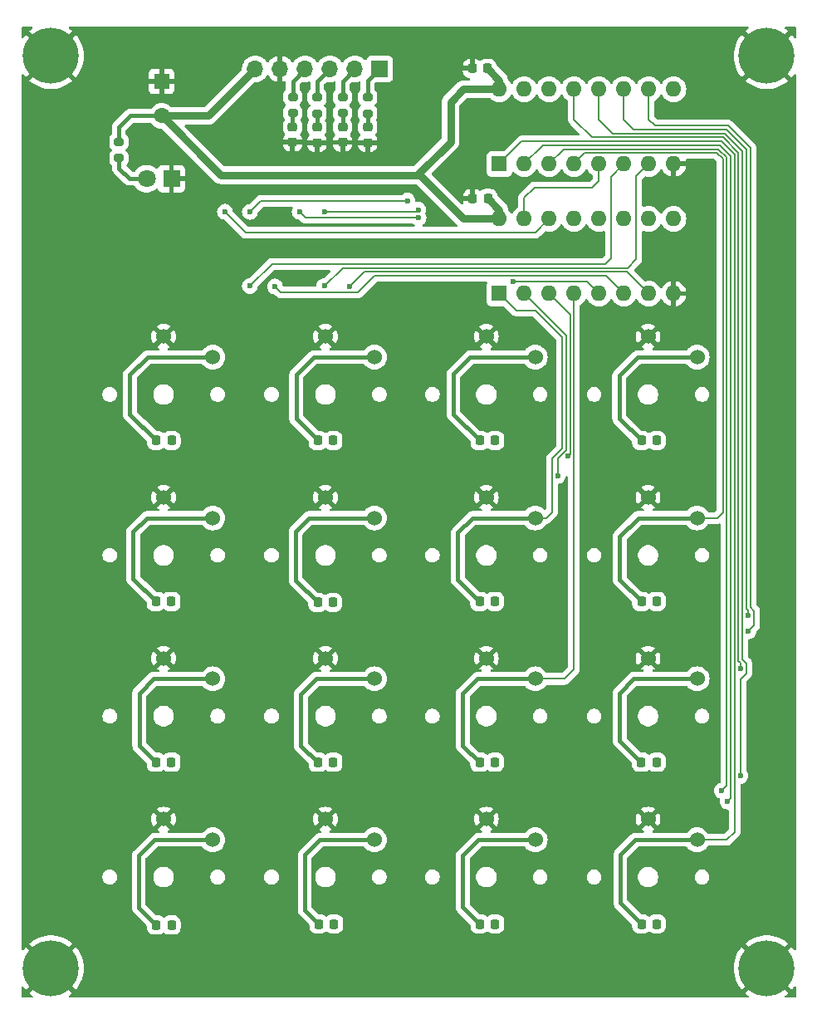
<source format=gtl>
%TF.GenerationSoftware,KiCad,Pcbnew,8.0.8*%
%TF.CreationDate,2025-02-24T16:27:27+09:00*%
%TF.ProjectId,keyboard,6b657962-6f61-4726-942e-6b696361645f,rev?*%
%TF.SameCoordinates,Original*%
%TF.FileFunction,Copper,L1,Top*%
%TF.FilePolarity,Positive*%
%FSLAX46Y46*%
G04 Gerber Fmt 4.6, Leading zero omitted, Abs format (unit mm)*
G04 Created by KiCad (PCBNEW 8.0.8) date 2025-02-24 16:27:27*
%MOMM*%
%LPD*%
G01*
G04 APERTURE LIST*
G04 Aperture macros list*
%AMRoundRect*
0 Rectangle with rounded corners*
0 $1 Rounding radius*
0 $2 $3 $4 $5 $6 $7 $8 $9 X,Y pos of 4 corners*
0 Add a 4 corners polygon primitive as box body*
4,1,4,$2,$3,$4,$5,$6,$7,$8,$9,$2,$3,0*
0 Add four circle primitives for the rounded corners*
1,1,$1+$1,$2,$3*
1,1,$1+$1,$4,$5*
1,1,$1+$1,$6,$7*
1,1,$1+$1,$8,$9*
0 Add four rect primitives between the rounded corners*
20,1,$1+$1,$2,$3,$4,$5,0*
20,1,$1+$1,$4,$5,$6,$7,0*
20,1,$1+$1,$6,$7,$8,$9,0*
20,1,$1+$1,$8,$9,$2,$3,0*%
G04 Aperture macros list end*
%TA.AperFunction,ComponentPad*%
%ADD10C,5.700000*%
%TD*%
%TA.AperFunction,ComponentPad*%
%ADD11C,1.524000*%
%TD*%
%TA.AperFunction,SMDPad,CuDef*%
%ADD12RoundRect,0.218750X-0.218750X-0.256250X0.218750X-0.256250X0.218750X0.256250X-0.218750X0.256250X0*%
%TD*%
%TA.AperFunction,ComponentPad*%
%ADD13R,1.600000X1.600000*%
%TD*%
%TA.AperFunction,ComponentPad*%
%ADD14C,1.600000*%
%TD*%
%TA.AperFunction,SMDPad,CuDef*%
%ADD15RoundRect,0.200000X0.275000X-0.200000X0.275000X0.200000X-0.275000X0.200000X-0.275000X-0.200000X0*%
%TD*%
%TA.AperFunction,SMDPad,CuDef*%
%ADD16RoundRect,0.218750X0.256250X-0.218750X0.256250X0.218750X-0.256250X0.218750X-0.256250X-0.218750X0*%
%TD*%
%TA.AperFunction,SMDPad,CuDef*%
%ADD17RoundRect,0.225000X0.225000X0.250000X-0.225000X0.250000X-0.225000X-0.250000X0.225000X-0.250000X0*%
%TD*%
%TA.AperFunction,ComponentPad*%
%ADD18R,1.700000X1.700000*%
%TD*%
%TA.AperFunction,ComponentPad*%
%ADD19O,1.700000X1.700000*%
%TD*%
%TA.AperFunction,ComponentPad*%
%ADD20O,1.600000X1.600000*%
%TD*%
%TA.AperFunction,ComponentPad*%
%ADD21R,1.800000X1.800000*%
%TD*%
%TA.AperFunction,ComponentPad*%
%ADD22C,1.800000*%
%TD*%
%TA.AperFunction,ViaPad*%
%ADD23C,0.600000*%
%TD*%
%TA.AperFunction,Conductor*%
%ADD24C,0.400000*%
%TD*%
%TA.AperFunction,Conductor*%
%ADD25C,0.200000*%
%TD*%
%TA.AperFunction,Conductor*%
%ADD26C,0.800000*%
%TD*%
G04 APERTURE END LIST*
D10*
%TO.P,REF\u002A\u002A,1*%
%TO.N,GND*%
X174000000Y-146500000D03*
%TD*%
%TO.P,,1*%
%TO.N,GND*%
X174000000Y-146500000D03*
%TD*%
%TO.P,REF\u002A\u002A,1*%
%TO.N,GND*%
X101000000Y-146500000D03*
%TD*%
%TO.P,,1*%
%TO.N,GND*%
X101000000Y-146500000D03*
%TD*%
%TO.P,REF\u002A\u002A,1*%
%TO.N,GND*%
X101000000Y-53500000D03*
%TD*%
%TO.P,,1*%
%TO.N,GND*%
X101000000Y-53500000D03*
%TD*%
%TO.P,REF\u002A\u002A,1*%
%TO.N,GND*%
X174000000Y-53500000D03*
%TD*%
D11*
%TO.P,SW15,1,1*%
%TO.N,GND*%
X161900000Y-114900000D03*
%TO.P,SW15,2,2*%
%TO.N,/sub*%
X166900000Y-117000000D03*
%TD*%
%TO.P,SW4,1,1*%
%TO.N,GND*%
X161900000Y-82100000D03*
%TO.P,SW4,2,2*%
%TO.N,/del*%
X166900000Y-84200000D03*
%TD*%
D12*
%TO.P,D16,1,K*%
%TO.N,/4*%
X111712500Y-109100000D03*
%TO.P,D16,2,A*%
%TO.N,Net-(D16-A)*%
X113287500Y-109100000D03*
%TD*%
D11*
%TO.P,SW3,1,1*%
%TO.N,GND*%
X145400000Y-82100000D03*
%TO.P,SW3,2,2*%
%TO.N,/9*%
X150400000Y-84200000D03*
%TD*%
%TO.P,SW10,1,1*%
%TO.N,GND*%
X112500000Y-131300000D03*
%TO.P,SW10,2,2*%
%TO.N,/mul*%
X117500000Y-133400000D03*
%TD*%
D12*
%TO.P,D1,1,K*%
%TO.N,/mul*%
X111725000Y-142100000D03*
%TO.P,D1,2,A*%
%TO.N,Net-(D1-A)*%
X113300000Y-142100000D03*
%TD*%
%TO.P,D11,1,K*%
%TO.N,/9*%
X144725000Y-92700000D03*
%TO.P,D11,2,A*%
%TO.N,Net-(D11-A)*%
X146300000Y-92700000D03*
%TD*%
D11*
%TO.P,SW12,1,1*%
%TO.N,GND*%
X129000000Y-131300000D03*
%TO.P,SW12,2,2*%
%TO.N,/0*%
X134000000Y-133400000D03*
%TD*%
D13*
%TO.P,C4,1*%
%TO.N,GND*%
X112300000Y-56100000D03*
D14*
%TO.P,C4,2*%
%TO.N,+5V*%
X112300000Y-59600000D03*
%TD*%
D11*
%TO.P,SW9,1,1*%
%TO.N,GND*%
X112500000Y-114900000D03*
%TO.P,SW9,2,2*%
%TO.N,/1*%
X117500000Y-117000000D03*
%TD*%
D12*
%TO.P,D13,1,K*%
%TO.N,/8*%
X128225000Y-92700000D03*
%TO.P,D13,2,A*%
%TO.N,Net-(D13-A)*%
X129800000Y-92700000D03*
%TD*%
D15*
%TO.P,R20,1*%
%TO.N,Net-(D20-A)*%
X125670000Y-59317500D03*
%TO.P,R20,2*%
%TO.N,Net-(J1-Pin_4)*%
X125670000Y-57667500D03*
%TD*%
D16*
%TO.P,D17,1,K*%
%TO.N,GND*%
X133310000Y-62332500D03*
%TO.P,D17,2,A*%
%TO.N,Net-(D17-A)*%
X133310000Y-60757500D03*
%TD*%
D12*
%TO.P,D9,1,K*%
%TO.N,/del*%
X161225000Y-92700000D03*
%TO.P,D9,2,A*%
%TO.N,Net-(D9-A)*%
X162800000Y-92700000D03*
%TD*%
D11*
%TO.P,SW16,1,1*%
%TO.N,GND*%
X161900000Y-131300000D03*
%TO.P,SW16,2,2*%
%TO.N,/add*%
X166900000Y-133400000D03*
%TD*%
%TO.P,SW14,1,1*%
%TO.N,GND*%
X145400000Y-131300000D03*
%TO.P,SW14,2,2*%
%TO.N,/div*%
X150400000Y-133400000D03*
%TD*%
D12*
%TO.P,D14,1,K*%
%TO.N,/5*%
X128200000Y-109200000D03*
%TO.P,D14,2,A*%
%TO.N,Net-(D14-A)*%
X129775000Y-109200000D03*
%TD*%
%TO.P,D15,1,K*%
%TO.N,/7*%
X111725000Y-92700000D03*
%TO.P,D15,2,A*%
%TO.N,Net-(D15-A)*%
X113300000Y-92700000D03*
%TD*%
D15*
%TO.P,R21,1*%
%TO.N,Net-(D21-A)*%
X107940000Y-63915000D03*
%TO.P,R21,2*%
%TO.N,+5V*%
X107940000Y-62265000D03*
%TD*%
D17*
%TO.P,C1,1*%
%TO.N,+5V*%
X145560000Y-68020000D03*
%TO.P,C1,2*%
%TO.N,GND*%
X144010000Y-68020000D03*
%TD*%
D12*
%TO.P,D12,1,K*%
%TO.N,/6*%
X144712500Y-109100000D03*
%TO.P,D12,2,A*%
%TO.N,Net-(D12-A)*%
X146287500Y-109100000D03*
%TD*%
D11*
%TO.P,SW7,1,1*%
%TO.N,GND*%
X145400000Y-98500000D03*
%TO.P,SW7,2,2*%
%TO.N,/6*%
X150400000Y-100600000D03*
%TD*%
%TO.P,SW8,1,1*%
%TO.N,GND*%
X161900000Y-98500000D03*
%TO.P,SW8,2,2*%
%TO.N,/ret*%
X166900000Y-100600000D03*
%TD*%
D12*
%TO.P,D7,1,K*%
%TO.N,/2*%
X128212500Y-125500000D03*
%TO.P,D7,2,A*%
%TO.N,Net-(D7-A)*%
X129787500Y-125500000D03*
%TD*%
D16*
%TO.P,D18,1,K*%
%TO.N,GND*%
X130750000Y-62307500D03*
%TO.P,D18,2,A*%
%TO.N,Net-(D18-A)*%
X130750000Y-60732500D03*
%TD*%
D11*
%TO.P,SW6,1,1*%
%TO.N,GND*%
X129000000Y-98500000D03*
%TO.P,SW6,2,2*%
%TO.N,/5*%
X134000000Y-100600000D03*
%TD*%
D12*
%TO.P,D3,1,K*%
%TO.N,/div*%
X144725000Y-142000000D03*
%TO.P,D3,2,A*%
%TO.N,Net-(D3-A)*%
X146300000Y-142000000D03*
%TD*%
D18*
%TO.P,J1,1,Pin_1*%
%TO.N,Net-(J1-Pin_1)*%
X134540000Y-54800000D03*
D19*
%TO.P,J1,2,Pin_2*%
%TO.N,Net-(J1-Pin_2)*%
X132000000Y-54800000D03*
%TO.P,J1,3,Pin_3*%
%TO.N,Net-(J1-Pin_3)*%
X129460000Y-54800000D03*
%TO.P,J1,4,Pin_4*%
%TO.N,Net-(J1-Pin_4)*%
X126920000Y-54800000D03*
%TO.P,J1,5,Pin_5*%
%TO.N,GND*%
X124380000Y-54800000D03*
%TO.P,J1,6,Pin_6*%
%TO.N,+5V*%
X121840000Y-54800000D03*
%TD*%
D15*
%TO.P,R19,1*%
%TO.N,Net-(D19-A)*%
X128150000Y-59350000D03*
%TO.P,R19,2*%
%TO.N,Net-(J1-Pin_3)*%
X128150000Y-57700000D03*
%TD*%
D17*
%TO.P,C2,1*%
%TO.N,+5V*%
X145510000Y-54760000D03*
%TO.P,C2,2*%
%TO.N,GND*%
X143960000Y-54760000D03*
%TD*%
D11*
%TO.P,SW1,1,1*%
%TO.N,GND*%
X112500000Y-82100000D03*
%TO.P,SW1,2,2*%
%TO.N,/7*%
X117500000Y-84200000D03*
%TD*%
D12*
%TO.P,D10,1,K*%
%TO.N,/ret*%
X161225000Y-109100000D03*
%TO.P,D10,2,A*%
%TO.N,Net-(D10-A)*%
X162800000Y-109100000D03*
%TD*%
D15*
%TO.P,R18,1*%
%TO.N,Net-(D18-A)*%
X130750000Y-59325000D03*
%TO.P,R18,2*%
%TO.N,Net-(J1-Pin_2)*%
X130750000Y-57675000D03*
%TD*%
D11*
%TO.P,SW2,1,1*%
%TO.N,GND*%
X129000000Y-82100000D03*
%TO.P,SW2,2,2*%
%TO.N,/8*%
X134000000Y-84200000D03*
%TD*%
%TO.P,SW11,2,2*%
%TO.N,/2*%
X134000000Y-117000000D03*
%TO.P,SW11,1,1*%
%TO.N,GND*%
X129000000Y-114900000D03*
%TD*%
%TO.P,SW13,1,1*%
%TO.N,GND*%
X145400000Y-114900000D03*
%TO.P,SW13,2,2*%
%TO.N,/3*%
X150400000Y-117000000D03*
%TD*%
D13*
%TO.P,U2,1,I4*%
%TO.N,/add*%
X146720000Y-64500000D03*
D20*
%TO.P,U2,2,I5*%
%TO.N,/div*%
X149260000Y-64500000D03*
%TO.P,U2,3,I6*%
%TO.N,/mul*%
X151800000Y-64500000D03*
%TO.P,U2,4,I7*%
%TO.N,/ret*%
X154340000Y-64500000D03*
%TO.P,U2,5,EI*%
%TO.N,Net-(U1-EO)*%
X156880000Y-64500000D03*
%TO.P,U2,6,S2*%
%TO.N,Net-(U2-S2)*%
X159420000Y-64500000D03*
%TO.P,U2,7,S1*%
%TO.N,Net-(U2-S1)*%
X161960000Y-64500000D03*
%TO.P,U2,8,GND*%
%TO.N,GND*%
X164500000Y-64500000D03*
%TO.P,U2,9,S0*%
%TO.N,Net-(U2-S0)*%
X164500000Y-56880000D03*
%TO.P,U2,10,IO*%
%TO.N,/2*%
X161960000Y-56880000D03*
%TO.P,U2,11,I1*%
%TO.N,/1*%
X159420000Y-56880000D03*
%TO.P,U2,12,I2*%
%TO.N,/0*%
X156880000Y-56880000D03*
%TO.P,U2,13,I3*%
%TO.N,/sub*%
X154340000Y-56880000D03*
%TO.P,U2,14,GS*%
%TO.N,Net-(U2-GS)*%
X151800000Y-56880000D03*
%TO.P,U2,15,EO*%
%TO.N,unconnected-(U2-EO-Pad15)*%
X149260000Y-56880000D03*
%TO.P,U2,16,VCC*%
%TO.N,+5V*%
X146720000Y-56880000D03*
%TD*%
D15*
%TO.P,R17,1*%
%TO.N,Net-(D17-A)*%
X133300000Y-59350000D03*
%TO.P,R17,2*%
%TO.N,Net-(J1-Pin_1)*%
X133300000Y-57700000D03*
%TD*%
D12*
%TO.P,D4,1,K*%
%TO.N,/add*%
X161225000Y-142000000D03*
%TO.P,D4,2,A*%
%TO.N,Net-(D4-A)*%
X162800000Y-142000000D03*
%TD*%
%TO.P,D5,1,K*%
%TO.N,/sub*%
X161212500Y-125500000D03*
%TO.P,D5,2,A*%
%TO.N,Net-(D5-A)*%
X162787500Y-125500000D03*
%TD*%
D16*
%TO.P,D20,1,K*%
%TO.N,GND*%
X125650000Y-62300000D03*
%TO.P,D20,2,A*%
%TO.N,Net-(D20-A)*%
X125650000Y-60725000D03*
%TD*%
D12*
%TO.P,D8,1,K*%
%TO.N,/1*%
X111712500Y-125500000D03*
%TO.P,D8,2,A*%
%TO.N,Net-(D8-A)*%
X113287500Y-125500000D03*
%TD*%
D21*
%TO.P,D21,1,K*%
%TO.N,GND*%
X113300000Y-66000000D03*
D22*
%TO.P,D21,2,A*%
%TO.N,Net-(D21-A)*%
X110760000Y-66000000D03*
%TD*%
D11*
%TO.P,SW5,1,1*%
%TO.N,GND*%
X112500000Y-98500000D03*
%TO.P,SW5,2,2*%
%TO.N,/4*%
X117500000Y-100600000D03*
%TD*%
D16*
%TO.P,D19,1,K*%
%TO.N,GND*%
X128140000Y-62332500D03*
%TO.P,D19,2,A*%
%TO.N,Net-(D19-A)*%
X128140000Y-60757500D03*
%TD*%
D12*
%TO.P,D2,1,K*%
%TO.N,/0*%
X128300000Y-142000000D03*
%TO.P,D2,2,A*%
%TO.N,Net-(D2-A)*%
X129875000Y-142000000D03*
%TD*%
%TO.P,D6,1,K*%
%TO.N,/3*%
X144712500Y-125500000D03*
%TO.P,D6,2,A*%
%TO.N,Net-(D6-A)*%
X146287500Y-125500000D03*
%TD*%
D13*
%TO.P,U1,1,I4*%
%TO.N,/6*%
X146720000Y-77720000D03*
D20*
%TO.P,U1,2,I5*%
%TO.N,/5*%
X149260000Y-77720000D03*
%TO.P,U1,3,I6*%
%TO.N,/4*%
X151800000Y-77720000D03*
%TO.P,U1,4,I7*%
%TO.N,/3*%
X154340000Y-77720000D03*
%TO.P,U1,5,EI*%
%TO.N,+5V*%
X156880000Y-77720000D03*
%TO.P,U1,6,S2*%
%TO.N,Net-(U1-S2)*%
X159420000Y-77720000D03*
%TO.P,U1,7,S1*%
%TO.N,Net-(U1-S1)*%
X161960000Y-77720000D03*
%TO.P,U1,8,GND*%
%TO.N,GND*%
X164500000Y-77720000D03*
%TO.P,U1,9,S0*%
%TO.N,Net-(U1-S0)*%
X164500000Y-70100000D03*
%TO.P,U1,10,IO*%
%TO.N,/del*%
X161960000Y-70100000D03*
%TO.P,U1,11,I1*%
%TO.N,/9*%
X159420000Y-70100000D03*
%TO.P,U1,12,I2*%
%TO.N,/8*%
X156880000Y-70100000D03*
%TO.P,U1,13,I3*%
%TO.N,/7*%
X154340000Y-70100000D03*
%TO.P,U1,14,GS*%
%TO.N,Net-(U1-GS)*%
X151800000Y-70100000D03*
%TO.P,U1,15,EO*%
%TO.N,Net-(U1-EO)*%
X149260000Y-70100000D03*
%TO.P,U1,16,VCC*%
%TO.N,+5V*%
X146720000Y-70100000D03*
%TD*%
D23*
%TO.N,GND*%
X148500000Y-66500000D03*
X144000000Y-59500000D03*
X144000000Y-66500000D03*
%TO.N,Net-(D1-A)*%
X113300000Y-142100000D03*
%TO.N,Net-(D2-A)*%
X129900000Y-142000000D03*
%TO.N,Net-(D3-A)*%
X146300000Y-142000000D03*
%TO.N,Net-(D4-A)*%
X162800000Y-142000000D03*
%TO.N,/0*%
X171320000Y-126890000D03*
%TO.N,Net-(D5-A)*%
X162800000Y-125500000D03*
%TO.N,Net-(D6-A)*%
X146300000Y-125500000D03*
%TO.N,Net-(D7-A)*%
X129800000Y-125500000D03*
%TO.N,/2*%
X172120000Y-112150000D03*
%TO.N,/1*%
X172120000Y-110520000D03*
%TO.N,Net-(D8-A)*%
X113300000Y-125500000D03*
%TO.N,Net-(D9-A)*%
X162800000Y-92700000D03*
%TO.N,Net-(D10-A)*%
X162800000Y-109100000D03*
%TO.N,Net-(D11-A)*%
X146300000Y-92700000D03*
%TO.N,Net-(D12-A)*%
X146300000Y-109100000D03*
%TO.N,Net-(D13-A)*%
X129800000Y-92700000D03*
%TO.N,/5*%
X152700000Y-96300000D03*
%TO.N,Net-(D14-A)*%
X129800000Y-109200000D03*
%TO.N,Net-(D15-A)*%
X113300000Y-92700000D03*
%TO.N,/4*%
X153740000Y-94300000D03*
%TO.N,Net-(D16-A)*%
X113300000Y-109100000D03*
%TO.N,Net-(U1-S2)*%
X123850000Y-77000000D03*
%TO.N,Net-(U1-GS)*%
X118760000Y-69380000D03*
%TO.N,Net-(U1-S0)*%
X138500000Y-70000000D03*
X126380000Y-69380000D03*
%TO.N,Net-(U1-S1)*%
X131450000Y-77000000D03*
%TO.N,Net-(U2-S2)*%
X121300000Y-76950000D03*
%TO.N,Net-(U2-S0)*%
X138475735Y-69175735D03*
X128950000Y-69400000D03*
%TO.N,Net-(U2-GS)*%
X121300000Y-69380000D03*
X137350000Y-68250000D03*
%TO.N,Net-(U2-S1)*%
X128900000Y-76950000D03*
%TO.N,+5V*%
X148100000Y-76500000D03*
%TO.N,/mul*%
X169410000Y-128390000D03*
%TO.N,/div*%
X170000000Y-129500000D03*
%TO.N,/sub*%
X171320000Y-115980000D03*
%TD*%
D24*
%TO.N,/6*%
X144000000Y-100600000D02*
X142500000Y-102100000D01*
%TO.N,Net-(D21-A)*%
X107940000Y-63915000D02*
X107940000Y-64940000D01*
X107940000Y-64940000D02*
X109000000Y-66000000D01*
X109000000Y-66000000D02*
X110760000Y-66000000D01*
%TO.N,Net-(D2-A)*%
X129875000Y-142000000D02*
X129900000Y-142000000D01*
D25*
%TO.N,/0*%
X171320000Y-117040000D02*
X171920000Y-116440000D01*
X171520000Y-115024315D02*
X171520000Y-63171570D01*
X156880000Y-59990000D02*
X156880000Y-56880000D01*
X171520000Y-63171570D02*
X169748430Y-61400000D01*
X158290000Y-61400000D02*
X156880000Y-59990000D01*
X169748430Y-61400000D02*
X158290000Y-61400000D01*
X171320000Y-126890000D02*
X171320000Y-117040000D01*
D24*
X128450000Y-133400000D02*
X126900000Y-134950000D01*
X126900000Y-140600000D02*
X128300000Y-142000000D01*
D25*
X171920000Y-115424315D02*
X171520000Y-115024315D01*
X171920000Y-116440000D02*
X171920000Y-115424315D01*
D24*
X134000000Y-133400000D02*
X128450000Y-133400000D01*
X126900000Y-134950000D02*
X126900000Y-140600000D01*
%TO.N,/3*%
X150400000Y-117000000D02*
X144500000Y-117000000D01*
X144500000Y-117000000D02*
X143000000Y-118500000D01*
D25*
X154340000Y-77720000D02*
X154340000Y-116010000D01*
D24*
X143000000Y-123787500D02*
X144712500Y-125500000D01*
D25*
X154340000Y-116010000D02*
X153350000Y-117000000D01*
D24*
X143000000Y-118500000D02*
X143000000Y-123787500D01*
D25*
X153350000Y-117000000D02*
X150400000Y-117000000D01*
D24*
%TO.N,Net-(D5-A)*%
X162787500Y-125500000D02*
X162800000Y-125500000D01*
%TO.N,Net-(D6-A)*%
X146287500Y-125500000D02*
X146300000Y-125500000D01*
%TO.N,Net-(D7-A)*%
X129787500Y-125500000D02*
X129800000Y-125500000D01*
D25*
%TO.N,/2*%
X161960000Y-59980000D02*
X161960000Y-56880000D01*
X172320000Y-109664314D02*
X172320000Y-62840198D01*
X172320000Y-62840198D02*
X170079802Y-60600000D01*
D24*
X128050000Y-117000000D02*
X126500000Y-118550000D01*
D25*
X172120000Y-112150000D02*
X172720000Y-111550000D01*
X170079802Y-60600000D02*
X162580000Y-60600000D01*
D24*
X134000000Y-117000000D02*
X128050000Y-117000000D01*
D25*
X172720000Y-111550000D02*
X172720000Y-110064314D01*
X172720000Y-110064314D02*
X172320000Y-109664314D01*
D24*
X126500000Y-123787500D02*
X128212500Y-125500000D01*
D25*
X162580000Y-60600000D02*
X161960000Y-59980000D01*
D24*
X126500000Y-118550000D02*
X126500000Y-123787500D01*
%TO.N,/1*%
X117500000Y-117000000D02*
X111450000Y-117000000D01*
X111450000Y-117000000D02*
X110000000Y-118450000D01*
D25*
X159420000Y-59970000D02*
X159420000Y-56880000D01*
D24*
X110000000Y-123787500D02*
X111712500Y-125500000D01*
D25*
X171920000Y-109830000D02*
X171920000Y-63005884D01*
X171920000Y-63005884D02*
X169914116Y-61000000D01*
X172120000Y-110030000D02*
X171920000Y-109830000D01*
X160450000Y-61000000D02*
X159420000Y-59970000D01*
X172120000Y-110520000D02*
X172120000Y-110030000D01*
D24*
X110000000Y-118450000D02*
X110000000Y-123787500D01*
D25*
X169914116Y-61000000D02*
X160450000Y-61000000D01*
D24*
%TO.N,Net-(D8-A)*%
X113287500Y-125500000D02*
X113300000Y-125500000D01*
%TO.N,/7*%
X109050000Y-90025000D02*
X111725000Y-92700000D01*
X109050000Y-86000000D02*
X109050000Y-90025000D01*
X110850000Y-84200000D02*
X109050000Y-86000000D01*
X117500000Y-84200000D02*
X110850000Y-84200000D01*
D25*
%TO.N,/ret*%
X168950000Y-100600000D02*
X166900000Y-100600000D01*
X154340000Y-64500000D02*
X154350000Y-64500000D01*
X169520000Y-100030000D02*
X168950000Y-100600000D01*
X155450000Y-63400000D02*
X168920000Y-63400000D01*
D24*
X166900000Y-100600000D02*
X160900000Y-100600000D01*
D25*
X154350000Y-64500000D02*
X155450000Y-63400000D01*
D24*
X160900000Y-100600000D02*
X159000000Y-102500000D01*
D25*
X169520000Y-64000000D02*
X169520000Y-100030000D01*
X168920000Y-63400000D02*
X169520000Y-64000000D01*
D24*
X159000000Y-106875000D02*
X161225000Y-109100000D01*
X159000000Y-102500000D02*
X159000000Y-106875000D01*
D25*
%TO.N,/6*%
X148437843Y-79437843D02*
X150412157Y-79437843D01*
X146720000Y-77720000D02*
X148437843Y-79437843D01*
D24*
X142500000Y-106900000D02*
X142500000Y-102100000D01*
D25*
X150412157Y-79437843D02*
X153140000Y-82165686D01*
X151500000Y-100600000D02*
X150400000Y-100600000D01*
X152100000Y-94525785D02*
X152100000Y-100000000D01*
D24*
X144700000Y-109100000D02*
X142500000Y-106900000D01*
D25*
X152100000Y-100000000D02*
X151500000Y-100600000D01*
X153140000Y-93485785D02*
X152100000Y-94525785D01*
X153140000Y-82165686D02*
X153140000Y-93485785D01*
D24*
X144000000Y-100600000D02*
X150400000Y-100600000D01*
X144712500Y-109100000D02*
X144700000Y-109100000D01*
%TO.N,Net-(D12-A)*%
X146287500Y-109100000D02*
X146300000Y-109100000D01*
%TO.N,/5*%
X134000000Y-100600000D02*
X127350000Y-100600000D01*
D25*
X153540000Y-82000000D02*
X149260000Y-77720000D01*
X152700000Y-94491471D02*
X153540000Y-93651471D01*
X152700000Y-96300000D02*
X152700000Y-94491471D01*
D24*
X125950000Y-106950000D02*
X128200000Y-109200000D01*
X127350000Y-100600000D02*
X125950000Y-102000000D01*
D25*
X153540000Y-93651471D02*
X153540000Y-82000000D01*
D24*
X125950000Y-102000000D02*
X125950000Y-106950000D01*
%TO.N,Net-(D14-A)*%
X129775000Y-109200000D02*
X129800000Y-109200000D01*
D25*
%TO.N,/4*%
X153940000Y-94100000D02*
X153940000Y-79860000D01*
X153740000Y-94300000D02*
X153940000Y-94100000D01*
X153940000Y-79860000D02*
X151800000Y-77720000D01*
D24*
X109400000Y-102000000D02*
X109400000Y-106787500D01*
X109400000Y-106787500D02*
X111712500Y-109100000D01*
X110800000Y-100600000D02*
X109400000Y-102000000D01*
X117500000Y-100600000D02*
X110800000Y-100600000D01*
%TO.N,Net-(D16-A)*%
X113287500Y-109100000D02*
X113300000Y-109100000D01*
%TO.N,Net-(D17-A)*%
X133310000Y-60757500D02*
X133310000Y-59360000D01*
X133310000Y-59360000D02*
X133300000Y-59350000D01*
%TO.N,Net-(D18-A)*%
X130750000Y-60732500D02*
X130750000Y-59325000D01*
%TO.N,Net-(D19-A)*%
X128140000Y-60757500D02*
X128140000Y-59360000D01*
X128140000Y-59360000D02*
X128150000Y-59350000D01*
%TO.N,Net-(D20-A)*%
X125650000Y-59337500D02*
X125670000Y-59317500D01*
X125650000Y-60725000D02*
X125650000Y-59337500D01*
%TO.N,Net-(J1-Pin_4)*%
X125670000Y-56050000D02*
X126920000Y-54800000D01*
X125670000Y-57667500D02*
X125670000Y-56050000D01*
%TO.N,Net-(J1-Pin_2)*%
X130750000Y-57675000D02*
X130750000Y-56050000D01*
X130750000Y-56050000D02*
X132000000Y-54800000D01*
%TO.N,Net-(J1-Pin_3)*%
X128150000Y-57700000D02*
X128150000Y-56110000D01*
X128150000Y-56110000D02*
X129460000Y-54800000D01*
%TO.N,Net-(J1-Pin_1)*%
X133300000Y-56040000D02*
X134540000Y-54800000D01*
X133300000Y-57700000D02*
X133300000Y-56040000D01*
D25*
%TO.N,Net-(U1-S2)*%
X157600000Y-75900000D02*
X159420000Y-77720000D01*
X123850000Y-77000000D02*
X124450000Y-77600000D01*
X134000000Y-75900000D02*
X157600000Y-75900000D01*
X132300000Y-77600000D02*
X134000000Y-75900000D01*
X124450000Y-77600000D02*
X132300000Y-77600000D01*
%TO.N,Net-(U1-GS)*%
X120880000Y-71500000D02*
X150400000Y-71500000D01*
X150400000Y-71500000D02*
X151800000Y-70100000D01*
X118760000Y-69380000D02*
X120880000Y-71500000D01*
%TO.N,Net-(U1-S0)*%
X127000000Y-70000000D02*
X138500000Y-70000000D01*
X126380000Y-69380000D02*
X127000000Y-70000000D01*
%TO.N,Net-(U1-S1)*%
X159750000Y-75500000D02*
X161960000Y-77710000D01*
X131450000Y-77000000D02*
X132950000Y-75500000D01*
X161960000Y-77710000D02*
X161960000Y-77720000D01*
X132950000Y-75500000D02*
X159750000Y-75500000D01*
%TO.N,Net-(U1-EO)*%
X156880000Y-66220000D02*
X156880000Y-64500000D01*
X150300000Y-66900000D02*
X156200000Y-66900000D01*
X149260000Y-67940000D02*
X150300000Y-66900000D01*
X156200000Y-66900000D02*
X156880000Y-66220000D01*
X149260000Y-70100000D02*
X149260000Y-67940000D01*
%TO.N,Net-(U2-S2)*%
X123550000Y-74700000D02*
X157500000Y-74700000D01*
X121300000Y-76950000D02*
X123550000Y-74700000D01*
X158100000Y-74100000D02*
X158100000Y-65820000D01*
X157500000Y-74700000D02*
X158100000Y-74100000D01*
X158100000Y-65820000D02*
X159420000Y-64500000D01*
%TO.N,Net-(U2-S0)*%
X138251470Y-69400000D02*
X128950000Y-69400000D01*
X138475735Y-69175735D02*
X138251470Y-69400000D01*
%TO.N,Net-(U2-GS)*%
X137350000Y-68250000D02*
X122430000Y-68250000D01*
X122430000Y-68250000D02*
X121300000Y-69380000D01*
%TO.N,Net-(U2-S1)*%
X159800000Y-75100000D02*
X160700000Y-74200000D01*
X160700000Y-74200000D02*
X160700000Y-65760000D01*
X160700000Y-65760000D02*
X161960000Y-64500000D01*
X130750000Y-75100000D02*
X159800000Y-75100000D01*
X128900000Y-76950000D02*
X130750000Y-75100000D01*
D24*
%TO.N,+5V*%
X109070000Y-59600000D02*
X112300000Y-59600000D01*
D25*
X148100000Y-76500000D02*
X155660000Y-76500000D01*
D26*
X118350000Y-65650000D02*
X112300000Y-59600000D01*
X146720000Y-70100000D02*
X146720000Y-69180000D01*
X138350000Y-65650000D02*
X141750000Y-62250000D01*
X138650000Y-65650000D02*
X137250000Y-65650000D01*
X141750000Y-58200000D02*
X143070000Y-56880000D01*
X146720000Y-70100000D02*
X143100000Y-70100000D01*
X137250000Y-65650000D02*
X138350000Y-65650000D01*
D24*
X107940000Y-60730000D02*
X109070000Y-59600000D01*
D26*
X143070000Y-56880000D02*
X146720000Y-56880000D01*
X146720000Y-69180000D02*
X145560000Y-68020000D01*
X143100000Y-70100000D02*
X138650000Y-65650000D01*
X141750000Y-62250000D02*
X141750000Y-58200000D01*
X137250000Y-65650000D02*
X118350000Y-65650000D01*
D24*
X107940000Y-62265000D02*
X107940000Y-60730000D01*
D26*
X146720000Y-56880000D02*
X146720000Y-55970000D01*
X117040000Y-59600000D02*
X112300000Y-59600000D01*
X146720000Y-55970000D02*
X145510000Y-54760000D01*
X121840000Y-54800000D02*
X117040000Y-59600000D01*
D25*
X155660000Y-76500000D02*
X156880000Y-77720000D01*
%TO.N,/mul*%
X151820000Y-64500000D02*
X151800000Y-64500000D01*
X169410000Y-128390000D02*
X169920000Y-127880000D01*
D24*
X111550000Y-133400000D02*
X109950000Y-135000000D01*
X109950000Y-135000000D02*
X109950000Y-140325000D01*
D25*
X169085686Y-63000000D02*
X153320000Y-63000000D01*
X153320000Y-63000000D02*
X151820000Y-64500000D01*
X169920000Y-63834314D02*
X169085686Y-63000000D01*
D24*
X109950000Y-140325000D02*
X111725000Y-142100000D01*
D25*
X169920000Y-127880000D02*
X169920000Y-63834314D01*
D24*
X117500000Y-133400000D02*
X111550000Y-133400000D01*
D25*
%TO.N,/div*%
X151160000Y-62600000D02*
X149260000Y-64500000D01*
X170320000Y-63668628D02*
X169251372Y-62600000D01*
D24*
X150400000Y-133400000D02*
X144600000Y-133400000D01*
X143000000Y-140275000D02*
X144725000Y-142000000D01*
X144600000Y-133400000D02*
X143000000Y-135000000D01*
X143000000Y-135000000D02*
X143000000Y-140275000D01*
D25*
X170320000Y-129180000D02*
X170320000Y-63668628D01*
X169251372Y-62600000D02*
X151160000Y-62600000D01*
X170000000Y-129500000D02*
X170320000Y-129180000D01*
D24*
%TO.N,/add*%
X160600000Y-133400000D02*
X159050000Y-134950000D01*
D25*
X146720000Y-64500000D02*
X146720000Y-64490000D01*
D24*
X166900000Y-133400000D02*
X160600000Y-133400000D01*
X159050000Y-134950000D02*
X159050000Y-139825000D01*
D25*
X169930000Y-133400000D02*
X166900000Y-133400000D01*
X170720000Y-63502942D02*
X170720000Y-132610000D01*
X149010000Y-62200000D02*
X169417058Y-62200000D01*
X146720000Y-64490000D02*
X149010000Y-62200000D01*
X170720000Y-132610000D02*
X169930000Y-133400000D01*
X169417058Y-62200000D02*
X170720000Y-63502942D01*
D24*
X159050000Y-139825000D02*
X161225000Y-142000000D01*
%TO.N,/sub*%
X159000000Y-118450000D02*
X159000000Y-123287500D01*
D25*
X171120000Y-63337256D02*
X169582744Y-61800000D01*
X171320000Y-115390000D02*
X171120000Y-115190000D01*
X154340000Y-59970000D02*
X154340000Y-56880000D01*
X171320000Y-115980000D02*
X171320000Y-115390000D01*
X156170000Y-61800000D02*
X154340000Y-59970000D01*
D24*
X166900000Y-117000000D02*
X160450000Y-117000000D01*
D25*
X169582744Y-61800000D02*
X156170000Y-61800000D01*
X171120000Y-115190000D02*
X171120000Y-63337256D01*
D24*
X160450000Y-117000000D02*
X159000000Y-118450000D01*
X159000000Y-123287500D02*
X161212500Y-125500000D01*
%TO.N,/del*%
X166900000Y-84200000D02*
X160850000Y-84200000D01*
X158950000Y-86100000D02*
X158950000Y-90425000D01*
X158950000Y-90425000D02*
X161225000Y-92700000D01*
X160850000Y-84200000D02*
X158950000Y-86100000D01*
%TO.N,/9*%
X150400000Y-84200000D02*
X143750000Y-84200000D01*
X143750000Y-84200000D02*
X142050000Y-85900000D01*
X142050000Y-90025000D02*
X144725000Y-92700000D01*
X142050000Y-85900000D02*
X142050000Y-90025000D01*
%TO.N,/8*%
X126000000Y-90475000D02*
X128225000Y-92700000D01*
X134000000Y-84200000D02*
X127800000Y-84200000D01*
X127800000Y-84200000D02*
X126000000Y-86000000D01*
X126000000Y-86000000D02*
X126000000Y-90475000D01*
%TD*%
%TA.AperFunction,Conductor*%
%TO.N,GND*%
G36*
X99779588Y-147542330D02*
G01*
X99957670Y-147720412D01*
X100059300Y-147794251D01*
X98811888Y-149041662D01*
X98811888Y-149041664D01*
X98828067Y-149056988D01*
X99117203Y-149276784D01*
X99158660Y-149333026D01*
X99163129Y-149402752D01*
X99129192Y-149463826D01*
X99067624Y-149496858D01*
X99042161Y-149499500D01*
X98124500Y-149499500D01*
X98057461Y-149479815D01*
X98011706Y-149427011D01*
X98000500Y-149375500D01*
X98000500Y-148449403D01*
X98020185Y-148382364D01*
X98072989Y-148336609D01*
X98142147Y-148326665D01*
X98205703Y-148355690D01*
X98227133Y-148379816D01*
X98329170Y-148530309D01*
X98329177Y-148530319D01*
X98460969Y-148685475D01*
X98460970Y-148685475D01*
X99705747Y-147440697D01*
X99779588Y-147542330D01*
G37*
%TD.AperFunction*%
%TA.AperFunction,Conductor*%
G36*
X153137865Y-57423348D02*
G01*
X153182382Y-57474725D01*
X153209429Y-57532728D01*
X153209432Y-57532734D01*
X153339954Y-57719141D01*
X153500858Y-57880045D01*
X153500861Y-57880047D01*
X153686624Y-58010118D01*
X153730248Y-58064693D01*
X153739500Y-58111692D01*
X153739500Y-59883330D01*
X153739499Y-59883348D01*
X153739499Y-60049054D01*
X153739498Y-60049054D01*
X153780001Y-60200213D01*
X153780423Y-60201785D01*
X153804846Y-60244086D01*
X153859480Y-60338716D01*
X153978349Y-60457585D01*
X153978355Y-60457590D01*
X154908584Y-61387819D01*
X154942069Y-61449142D01*
X154937085Y-61518834D01*
X154895213Y-61574767D01*
X154829749Y-61599184D01*
X154820903Y-61599500D01*
X148930943Y-61599500D01*
X148778213Y-61640423D01*
X148743552Y-61660436D01*
X148743551Y-61660436D01*
X148641287Y-61719477D01*
X148641282Y-61719481D01*
X148529478Y-61831286D01*
X147197582Y-63163181D01*
X147136259Y-63196666D01*
X147109901Y-63199500D01*
X145872129Y-63199500D01*
X145872123Y-63199501D01*
X145812516Y-63205908D01*
X145677671Y-63256202D01*
X145677664Y-63256206D01*
X145562455Y-63342452D01*
X145562452Y-63342455D01*
X145476206Y-63457664D01*
X145476202Y-63457671D01*
X145425908Y-63592517D01*
X145419501Y-63652116D01*
X145419500Y-63652135D01*
X145419500Y-65347870D01*
X145419501Y-65347876D01*
X145425908Y-65407483D01*
X145476202Y-65542328D01*
X145476206Y-65542335D01*
X145562452Y-65657544D01*
X145562455Y-65657547D01*
X145677664Y-65743793D01*
X145677671Y-65743797D01*
X145812517Y-65794091D01*
X145812516Y-65794091D01*
X145819444Y-65794835D01*
X145872127Y-65800500D01*
X147567872Y-65800499D01*
X147627483Y-65794091D01*
X147762331Y-65743796D01*
X147877546Y-65657546D01*
X147963796Y-65542331D01*
X148014091Y-65407483D01*
X148017862Y-65372401D01*
X148044599Y-65307855D01*
X148101990Y-65268006D01*
X148171816Y-65265511D01*
X148231905Y-65301163D01*
X148242726Y-65314536D01*
X148259956Y-65339143D01*
X148420858Y-65500045D01*
X148420861Y-65500047D01*
X148607266Y-65630568D01*
X148813504Y-65726739D01*
X149033308Y-65785635D01*
X149195230Y-65799801D01*
X149259998Y-65805468D01*
X149260000Y-65805468D01*
X149260002Y-65805468D01*
X149316807Y-65800498D01*
X149486692Y-65785635D01*
X149706496Y-65726739D01*
X149912734Y-65630568D01*
X150099139Y-65500047D01*
X150260047Y-65339139D01*
X150390568Y-65152734D01*
X150417618Y-65094724D01*
X150463790Y-65042285D01*
X150530983Y-65023133D01*
X150597865Y-65043348D01*
X150642382Y-65094725D01*
X150669429Y-65152728D01*
X150669432Y-65152734D01*
X150799954Y-65339141D01*
X150960858Y-65500045D01*
X150960861Y-65500047D01*
X151147266Y-65630568D01*
X151353504Y-65726739D01*
X151573308Y-65785635D01*
X151735230Y-65799801D01*
X151799998Y-65805468D01*
X151800000Y-65805468D01*
X151800002Y-65805468D01*
X151856807Y-65800498D01*
X152026692Y-65785635D01*
X152246496Y-65726739D01*
X152452734Y-65630568D01*
X152639139Y-65500047D01*
X152800047Y-65339139D01*
X152930568Y-65152734D01*
X152957618Y-65094724D01*
X153003790Y-65042285D01*
X153070983Y-65023133D01*
X153137865Y-65043348D01*
X153182382Y-65094725D01*
X153209429Y-65152728D01*
X153209432Y-65152734D01*
X153339954Y-65339141D01*
X153500858Y-65500045D01*
X153500861Y-65500047D01*
X153687266Y-65630568D01*
X153893504Y-65726739D01*
X154113308Y-65785635D01*
X154275230Y-65799801D01*
X154339998Y-65805468D01*
X154340000Y-65805468D01*
X154340002Y-65805468D01*
X154396807Y-65800498D01*
X154566692Y-65785635D01*
X154786496Y-65726739D01*
X154992734Y-65630568D01*
X155179139Y-65500047D01*
X155340047Y-65339139D01*
X155470568Y-65152734D01*
X155497618Y-65094724D01*
X155543790Y-65042285D01*
X155610983Y-65023133D01*
X155677865Y-65043348D01*
X155722382Y-65094725D01*
X155749429Y-65152728D01*
X155749432Y-65152734D01*
X155879954Y-65339141D01*
X156040858Y-65500045D01*
X156040861Y-65500047D01*
X156226624Y-65630118D01*
X156270248Y-65684693D01*
X156279500Y-65731692D01*
X156279500Y-65919903D01*
X156259815Y-65986942D01*
X156243181Y-66007584D01*
X155987584Y-66263181D01*
X155926261Y-66296666D01*
X155899903Y-66299500D01*
X150379057Y-66299500D01*
X150220943Y-66299500D01*
X150068215Y-66340423D01*
X150068214Y-66340423D01*
X150068212Y-66340424D01*
X150068209Y-66340425D01*
X150018096Y-66369359D01*
X150018095Y-66369360D01*
X150000399Y-66379577D01*
X149931285Y-66419479D01*
X149931282Y-66419481D01*
X148779480Y-67571283D01*
X148770075Y-67587573D01*
X148763190Y-67599500D01*
X148700423Y-67708215D01*
X148659499Y-67860943D01*
X148659499Y-67860945D01*
X148659499Y-68029046D01*
X148659500Y-68029059D01*
X148659500Y-68868306D01*
X148639815Y-68935345D01*
X148606623Y-68969881D01*
X148420859Y-69099953D01*
X148259954Y-69260858D01*
X148129432Y-69447265D01*
X148129431Y-69447267D01*
X148102382Y-69505275D01*
X148056209Y-69557714D01*
X147989016Y-69576866D01*
X147922135Y-69556650D01*
X147877618Y-69505275D01*
X147850568Y-69447267D01*
X147850567Y-69447265D01*
X147837928Y-69429215D01*
X147720047Y-69260861D01*
X147720045Y-69260858D01*
X147656819Y-69197632D01*
X147623334Y-69136309D01*
X147620500Y-69109951D01*
X147620500Y-69091309D01*
X147613390Y-69055565D01*
X147612378Y-69050478D01*
X147596257Y-68969431D01*
X147585895Y-68917334D01*
X147520339Y-68759071D01*
X147518695Y-68754474D01*
X147419465Y-68605966D01*
X147359418Y-68545919D01*
X147294035Y-68480536D01*
X146538887Y-67725388D01*
X146505402Y-67664065D01*
X146503210Y-67650306D01*
X146503062Y-67648855D01*
X146500349Y-67622292D01*
X146447003Y-67461303D01*
X146446999Y-67461297D01*
X146446998Y-67461294D01*
X146357970Y-67316959D01*
X146357967Y-67316955D01*
X146238044Y-67197032D01*
X146238040Y-67197029D01*
X146093705Y-67108001D01*
X146093699Y-67107998D01*
X146093697Y-67107997D01*
X146093694Y-67107996D01*
X145932709Y-67054651D01*
X145833346Y-67044500D01*
X145286662Y-67044500D01*
X145286644Y-67044501D01*
X145187292Y-67054650D01*
X145187289Y-67054651D01*
X145026305Y-67107996D01*
X145026294Y-67108001D01*
X144881959Y-67197029D01*
X144881953Y-67197033D01*
X144872324Y-67206663D01*
X144811000Y-67240146D01*
X144741308Y-67235159D01*
X144696965Y-67206660D01*
X144687732Y-67197427D01*
X144687728Y-67197424D01*
X144543492Y-67108457D01*
X144543481Y-67108452D01*
X144382606Y-67055144D01*
X144283322Y-67045000D01*
X144260000Y-67045000D01*
X144260000Y-67896000D01*
X144240315Y-67963039D01*
X144187511Y-68008794D01*
X144136000Y-68020000D01*
X144010000Y-68020000D01*
X144010000Y-68146000D01*
X143990315Y-68213039D01*
X143937511Y-68258794D01*
X143886000Y-68270000D01*
X143060001Y-68270000D01*
X143060001Y-68318322D01*
X143070144Y-68417608D01*
X143093419Y-68487849D01*
X143095820Y-68557677D01*
X143060088Y-68617719D01*
X142997568Y-68648911D01*
X142928108Y-68641350D01*
X142888032Y-68614533D01*
X141995176Y-67721677D01*
X143060000Y-67721677D01*
X143060000Y-67770000D01*
X143760000Y-67770000D01*
X143760000Y-67044999D01*
X143736693Y-67045000D01*
X143736674Y-67045001D01*
X143637392Y-67055144D01*
X143476518Y-67108452D01*
X143476507Y-67108457D01*
X143332271Y-67197424D01*
X143332267Y-67197427D01*
X143212427Y-67317267D01*
X143212424Y-67317271D01*
X143123457Y-67461507D01*
X143123452Y-67461518D01*
X143070144Y-67622393D01*
X143060000Y-67721677D01*
X141995176Y-67721677D01*
X139861180Y-65587681D01*
X139827695Y-65526358D01*
X139832679Y-65456666D01*
X139861180Y-65412319D01*
X141116906Y-64156594D01*
X142449464Y-62824036D01*
X142507782Y-62736756D01*
X142548013Y-62676547D01*
X142592678Y-62568716D01*
X142615895Y-62512666D01*
X142650500Y-62338692D01*
X142650500Y-62161308D01*
X142650500Y-58624362D01*
X142670185Y-58557323D01*
X142686819Y-58536681D01*
X143406681Y-57816819D01*
X143468004Y-57783334D01*
X143494362Y-57780500D01*
X145729952Y-57780500D01*
X145796991Y-57800185D01*
X145817628Y-57816814D01*
X145856207Y-57855393D01*
X145880862Y-57880048D01*
X145954510Y-57931616D01*
X146067266Y-58010568D01*
X146273504Y-58106739D01*
X146273509Y-58106740D01*
X146273511Y-58106741D01*
X146291989Y-58111692D01*
X146493308Y-58165635D01*
X146655230Y-58179801D01*
X146719998Y-58185468D01*
X146720000Y-58185468D01*
X146720002Y-58185468D01*
X146776673Y-58180509D01*
X146946692Y-58165635D01*
X147166496Y-58106739D01*
X147372734Y-58010568D01*
X147559139Y-57880047D01*
X147720047Y-57719139D01*
X147850568Y-57532734D01*
X147877618Y-57474724D01*
X147923790Y-57422285D01*
X147990983Y-57403133D01*
X148057865Y-57423348D01*
X148102382Y-57474725D01*
X148129429Y-57532728D01*
X148129432Y-57532734D01*
X148259954Y-57719141D01*
X148420858Y-57880045D01*
X148420861Y-57880047D01*
X148607266Y-58010568D01*
X148813504Y-58106739D01*
X148813509Y-58106740D01*
X148813511Y-58106741D01*
X148831989Y-58111692D01*
X149033308Y-58165635D01*
X149195230Y-58179801D01*
X149259998Y-58185468D01*
X149260000Y-58185468D01*
X149260002Y-58185468D01*
X149316673Y-58180509D01*
X149486692Y-58165635D01*
X149706496Y-58106739D01*
X149912734Y-58010568D01*
X150099139Y-57880047D01*
X150260047Y-57719139D01*
X150390568Y-57532734D01*
X150417618Y-57474724D01*
X150463790Y-57422285D01*
X150530983Y-57403133D01*
X150597865Y-57423348D01*
X150642382Y-57474725D01*
X150669429Y-57532728D01*
X150669432Y-57532734D01*
X150799954Y-57719141D01*
X150960858Y-57880045D01*
X150960861Y-57880047D01*
X151147266Y-58010568D01*
X151353504Y-58106739D01*
X151353509Y-58106740D01*
X151353511Y-58106741D01*
X151371989Y-58111692D01*
X151573308Y-58165635D01*
X151735230Y-58179801D01*
X151799998Y-58185468D01*
X151800000Y-58185468D01*
X151800002Y-58185468D01*
X151856673Y-58180509D01*
X152026692Y-58165635D01*
X152246496Y-58106739D01*
X152452734Y-58010568D01*
X152639139Y-57880047D01*
X152800047Y-57719139D01*
X152930568Y-57532734D01*
X152957618Y-57474724D01*
X153003790Y-57422285D01*
X153070983Y-57403133D01*
X153137865Y-57423348D01*
G37*
%TD.AperFunction*%
%TA.AperFunction,Conductor*%
G36*
X172109200Y-50520185D02*
G01*
X172154955Y-50572989D01*
X172164899Y-50642147D01*
X172135874Y-50705703D01*
X172117202Y-50723216D01*
X171828075Y-50943002D01*
X171811888Y-50958335D01*
X171811887Y-50958335D01*
X173059301Y-52205748D01*
X172957670Y-52279588D01*
X172779588Y-52457670D01*
X172705748Y-52559301D01*
X171460970Y-51314522D01*
X171460969Y-51314523D01*
X171329177Y-51469680D01*
X171329170Y-51469690D01*
X171125318Y-51770348D01*
X171125316Y-51770352D01*
X170955161Y-52091297D01*
X170955152Y-52091315D01*
X170820697Y-52428772D01*
X170820695Y-52428779D01*
X170723519Y-52778777D01*
X170723517Y-52778785D01*
X170664746Y-53137271D01*
X170645080Y-53499997D01*
X170645080Y-53500002D01*
X170664746Y-53862728D01*
X170723517Y-54221214D01*
X170723519Y-54221222D01*
X170820695Y-54571220D01*
X170820697Y-54571227D01*
X170955152Y-54908684D01*
X170955161Y-54908702D01*
X171125316Y-55229647D01*
X171125318Y-55229651D01*
X171329170Y-55530309D01*
X171329177Y-55530319D01*
X171460969Y-55685475D01*
X171460970Y-55685475D01*
X172705747Y-54440697D01*
X172779588Y-54542330D01*
X172957670Y-54720412D01*
X173059300Y-54794251D01*
X171811888Y-56041662D01*
X171811888Y-56041664D01*
X171828070Y-56056992D01*
X171828071Y-56056993D01*
X172117266Y-56276832D01*
X172117282Y-56276843D01*
X172428522Y-56464109D01*
X172428535Y-56464116D01*
X172758205Y-56616639D01*
X172758210Y-56616640D01*
X173102461Y-56732632D01*
X173457235Y-56810724D01*
X173818366Y-56849999D01*
X173818374Y-56850000D01*
X174181626Y-56850000D01*
X174181633Y-56849999D01*
X174542764Y-56810724D01*
X174897538Y-56732632D01*
X175241789Y-56616640D01*
X175241794Y-56616639D01*
X175571464Y-56464116D01*
X175571477Y-56464109D01*
X175882717Y-56276843D01*
X175882733Y-56276832D01*
X176171929Y-56056992D01*
X176188110Y-56041664D01*
X176188110Y-56041663D01*
X174940698Y-54794251D01*
X175042330Y-54720412D01*
X175220412Y-54542330D01*
X175294251Y-54440698D01*
X176539028Y-55685475D01*
X176539029Y-55685475D01*
X176670827Y-55530311D01*
X176670829Y-55530309D01*
X176772866Y-55379816D01*
X176826781Y-55335375D01*
X176896163Y-55327137D01*
X176958985Y-55357717D01*
X176995301Y-55417407D01*
X176999500Y-55449403D01*
X176999500Y-144550596D01*
X176979815Y-144617635D01*
X176927011Y-144663390D01*
X176857853Y-144673334D01*
X176794297Y-144644309D01*
X176772867Y-144620183D01*
X176670830Y-144469690D01*
X176670822Y-144469680D01*
X176539029Y-144314523D01*
X176539028Y-144314523D01*
X175294251Y-145559300D01*
X175220412Y-145457670D01*
X175042330Y-145279588D01*
X174940697Y-145205747D01*
X176188110Y-143958336D01*
X176188110Y-143958334D01*
X176171929Y-143943007D01*
X176171928Y-143943006D01*
X175882733Y-143723167D01*
X175882717Y-143723156D01*
X175571477Y-143535890D01*
X175571464Y-143535883D01*
X175241794Y-143383360D01*
X175241789Y-143383359D01*
X174897538Y-143267367D01*
X174542764Y-143189275D01*
X174181633Y-143150000D01*
X173818366Y-143150000D01*
X173457235Y-143189275D01*
X173102461Y-143267367D01*
X172758210Y-143383359D01*
X172758205Y-143383360D01*
X172428535Y-143535883D01*
X172428522Y-143535890D01*
X172117282Y-143723156D01*
X172117266Y-143723167D01*
X171828075Y-143943002D01*
X171811888Y-143958335D01*
X171811887Y-143958335D01*
X173059301Y-145205748D01*
X172957670Y-145279588D01*
X172779588Y-145457670D01*
X172705748Y-145559301D01*
X171460970Y-144314522D01*
X171460969Y-144314523D01*
X171329177Y-144469680D01*
X171329170Y-144469690D01*
X171125318Y-144770348D01*
X171125316Y-144770352D01*
X170955161Y-145091297D01*
X170955152Y-145091315D01*
X170820697Y-145428772D01*
X170820695Y-145428779D01*
X170723519Y-145778777D01*
X170723517Y-145778785D01*
X170664746Y-146137271D01*
X170645080Y-146499997D01*
X170645080Y-146500002D01*
X170664746Y-146862728D01*
X170723517Y-147221214D01*
X170723519Y-147221222D01*
X170820695Y-147571220D01*
X170820697Y-147571227D01*
X170955152Y-147908684D01*
X170955161Y-147908702D01*
X171125316Y-148229647D01*
X171125318Y-148229651D01*
X171329170Y-148530309D01*
X171329177Y-148530319D01*
X171460969Y-148685475D01*
X171460970Y-148685475D01*
X172705747Y-147440697D01*
X172779588Y-147542330D01*
X172957670Y-147720412D01*
X173059300Y-147794251D01*
X171811888Y-149041662D01*
X171811888Y-149041664D01*
X171828067Y-149056988D01*
X172117203Y-149276784D01*
X172158660Y-149333026D01*
X172163129Y-149402752D01*
X172129192Y-149463826D01*
X172067624Y-149496858D01*
X172042161Y-149499500D01*
X102957839Y-149499500D01*
X102890800Y-149479815D01*
X102845045Y-149427011D01*
X102835101Y-149357853D01*
X102864126Y-149294297D01*
X102882797Y-149276784D01*
X103171933Y-149056988D01*
X103188110Y-149041664D01*
X103188110Y-149041663D01*
X101940698Y-147794251D01*
X102042330Y-147720412D01*
X102220412Y-147542330D01*
X102294251Y-147440698D01*
X103539028Y-148685475D01*
X103539029Y-148685475D01*
X103670827Y-148530311D01*
X103670838Y-148530297D01*
X103874681Y-148229651D01*
X103874683Y-148229647D01*
X104044838Y-147908702D01*
X104044847Y-147908684D01*
X104179302Y-147571227D01*
X104179304Y-147571220D01*
X104276480Y-147221222D01*
X104276482Y-147221214D01*
X104335253Y-146862728D01*
X104354920Y-146500002D01*
X104354920Y-146499997D01*
X104335253Y-146137271D01*
X104276482Y-145778785D01*
X104276480Y-145778777D01*
X104179304Y-145428779D01*
X104179302Y-145428772D01*
X104044847Y-145091315D01*
X104044838Y-145091297D01*
X103874683Y-144770352D01*
X103874681Y-144770348D01*
X103670829Y-144469690D01*
X103670822Y-144469680D01*
X103539029Y-144314523D01*
X103539028Y-144314523D01*
X102294251Y-145559300D01*
X102220412Y-145457670D01*
X102042330Y-145279588D01*
X101940697Y-145205747D01*
X103188110Y-143958336D01*
X103188110Y-143958334D01*
X103171929Y-143943007D01*
X103171928Y-143943006D01*
X102882733Y-143723167D01*
X102882717Y-143723156D01*
X102571477Y-143535890D01*
X102571464Y-143535883D01*
X102241794Y-143383360D01*
X102241789Y-143383359D01*
X101897538Y-143267367D01*
X101542764Y-143189275D01*
X101181633Y-143150000D01*
X100818366Y-143150000D01*
X100457235Y-143189275D01*
X100102461Y-143267367D01*
X99758210Y-143383359D01*
X99758205Y-143383360D01*
X99428535Y-143535883D01*
X99428522Y-143535890D01*
X99117282Y-143723156D01*
X99117266Y-143723167D01*
X98828075Y-143943002D01*
X98811888Y-143958335D01*
X98811887Y-143958335D01*
X100059301Y-145205748D01*
X99957670Y-145279588D01*
X99779588Y-145457670D01*
X99705748Y-145559301D01*
X98460970Y-144314522D01*
X98460969Y-144314523D01*
X98329177Y-144469680D01*
X98329169Y-144469690D01*
X98227133Y-144620183D01*
X98173219Y-144664624D01*
X98103836Y-144672862D01*
X98041015Y-144642281D01*
X98004699Y-144582591D01*
X98000500Y-144550596D01*
X98000500Y-140393996D01*
X109249499Y-140393996D01*
X109276418Y-140529322D01*
X109276421Y-140529332D01*
X109329222Y-140656807D01*
X109405887Y-140771545D01*
X109405888Y-140771546D01*
X110750681Y-142116338D01*
X110784166Y-142177661D01*
X110787000Y-142204019D01*
X110787000Y-142404181D01*
X110797063Y-142502683D01*
X110849950Y-142662284D01*
X110849955Y-142662295D01*
X110938216Y-142805387D01*
X110938219Y-142805391D01*
X111057108Y-142924280D01*
X111057112Y-142924283D01*
X111200204Y-143012544D01*
X111200207Y-143012545D01*
X111200213Y-143012549D01*
X111359815Y-143065436D01*
X111458326Y-143075500D01*
X111458331Y-143075500D01*
X111991669Y-143075500D01*
X111991674Y-143075500D01*
X112090185Y-143065436D01*
X112249787Y-143012549D01*
X112392891Y-142924281D01*
X112424819Y-142892353D01*
X112486142Y-142858868D01*
X112555834Y-142863852D01*
X112600181Y-142892353D01*
X112632108Y-142924280D01*
X112632112Y-142924283D01*
X112775204Y-143012544D01*
X112775207Y-143012545D01*
X112775213Y-143012549D01*
X112934815Y-143065436D01*
X113033326Y-143075500D01*
X113033331Y-143075500D01*
X113566669Y-143075500D01*
X113566674Y-143075500D01*
X113665185Y-143065436D01*
X113824787Y-143012549D01*
X113967891Y-142924281D01*
X114086781Y-142805391D01*
X114175049Y-142662287D01*
X114227936Y-142502685D01*
X114238000Y-142404174D01*
X114238000Y-141795826D01*
X114227936Y-141697315D01*
X114175049Y-141537713D01*
X114175045Y-141537707D01*
X114175044Y-141537704D01*
X114086783Y-141394612D01*
X114086780Y-141394608D01*
X113967891Y-141275719D01*
X113967887Y-141275716D01*
X113824795Y-141187455D01*
X113824789Y-141187452D01*
X113824787Y-141187451D01*
X113665185Y-141134564D01*
X113665183Y-141134563D01*
X113566681Y-141124500D01*
X113566674Y-141124500D01*
X113033326Y-141124500D01*
X113033318Y-141124500D01*
X112934816Y-141134563D01*
X112934815Y-141134564D01*
X112855719Y-141160773D01*
X112775215Y-141187450D01*
X112775204Y-141187455D01*
X112632112Y-141275716D01*
X112632108Y-141275719D01*
X112600181Y-141307647D01*
X112538858Y-141341132D01*
X112469166Y-141336148D01*
X112424819Y-141307647D01*
X112392891Y-141275719D01*
X112392887Y-141275716D01*
X112249795Y-141187455D01*
X112249789Y-141187452D01*
X112249787Y-141187451D01*
X112090185Y-141134564D01*
X112090183Y-141134563D01*
X111991681Y-141124500D01*
X111991674Y-141124500D01*
X111791519Y-141124500D01*
X111724480Y-141104815D01*
X111703838Y-141088181D01*
X111284653Y-140668996D01*
X126199499Y-140668996D01*
X126226418Y-140804322D01*
X126226421Y-140804332D01*
X126279222Y-140931807D01*
X126355887Y-141046545D01*
X126355888Y-141046546D01*
X127325681Y-142016338D01*
X127359166Y-142077661D01*
X127362000Y-142104019D01*
X127362000Y-142304181D01*
X127372063Y-142402683D01*
X127424950Y-142562284D01*
X127424955Y-142562295D01*
X127513216Y-142705387D01*
X127513219Y-142705391D01*
X127632108Y-142824280D01*
X127632112Y-142824283D01*
X127775204Y-142912544D01*
X127775207Y-142912545D01*
X127775213Y-142912549D01*
X127934815Y-142965436D01*
X128033326Y-142975500D01*
X128033331Y-142975500D01*
X128566669Y-142975500D01*
X128566674Y-142975500D01*
X128665185Y-142965436D01*
X128824787Y-142912549D01*
X128967891Y-142824281D01*
X128999819Y-142792353D01*
X129061142Y-142758868D01*
X129130834Y-142763852D01*
X129175181Y-142792353D01*
X129207108Y-142824280D01*
X129207112Y-142824283D01*
X129350204Y-142912544D01*
X129350207Y-142912545D01*
X129350213Y-142912549D01*
X129509815Y-142965436D01*
X129608326Y-142975500D01*
X129608331Y-142975500D01*
X130141669Y-142975500D01*
X130141674Y-142975500D01*
X130240185Y-142965436D01*
X130399787Y-142912549D01*
X130542891Y-142824281D01*
X130661781Y-142705391D01*
X130750049Y-142562287D01*
X130802936Y-142402685D01*
X130813000Y-142304174D01*
X130813000Y-141695826D01*
X130802936Y-141597315D01*
X130750049Y-141437713D01*
X130750045Y-141437707D01*
X130750044Y-141437704D01*
X130661783Y-141294612D01*
X130661780Y-141294608D01*
X130542891Y-141175719D01*
X130542887Y-141175716D01*
X130399795Y-141087455D01*
X130399789Y-141087452D01*
X130399787Y-141087451D01*
X130240185Y-141034564D01*
X130240183Y-141034563D01*
X130141681Y-141024500D01*
X130141674Y-141024500D01*
X129608326Y-141024500D01*
X129608318Y-141024500D01*
X129509816Y-141034563D01*
X129509815Y-141034564D01*
X129473665Y-141046543D01*
X129350215Y-141087450D01*
X129350204Y-141087455D01*
X129207112Y-141175716D01*
X129207108Y-141175719D01*
X129175181Y-141207647D01*
X129113858Y-141241132D01*
X129044166Y-141236148D01*
X128999819Y-141207647D01*
X128967891Y-141175719D01*
X128967887Y-141175716D01*
X128824795Y-141087455D01*
X128824789Y-141087452D01*
X128824787Y-141087451D01*
X128665185Y-141034564D01*
X128665183Y-141034563D01*
X128566681Y-141024500D01*
X128566674Y-141024500D01*
X128366519Y-141024500D01*
X128299480Y-141004815D01*
X128278838Y-140988181D01*
X127636819Y-140346162D01*
X127635636Y-140343996D01*
X142299499Y-140343996D01*
X142326418Y-140479322D01*
X142326421Y-140479332D01*
X142379222Y-140606807D01*
X142455887Y-140721545D01*
X142455888Y-140721546D01*
X143750681Y-142016337D01*
X143784166Y-142077660D01*
X143787000Y-142104018D01*
X143787000Y-142304181D01*
X143797063Y-142402683D01*
X143849950Y-142562284D01*
X143849955Y-142562295D01*
X143938216Y-142705387D01*
X143938219Y-142705391D01*
X144057108Y-142824280D01*
X144057112Y-142824283D01*
X144200204Y-142912544D01*
X144200207Y-142912545D01*
X144200213Y-142912549D01*
X144359815Y-142965436D01*
X144458326Y-142975500D01*
X144458331Y-142975500D01*
X144991669Y-142975500D01*
X144991674Y-142975500D01*
X145090185Y-142965436D01*
X145249787Y-142912549D01*
X145392891Y-142824281D01*
X145424819Y-142792353D01*
X145486142Y-142758868D01*
X145555834Y-142763852D01*
X145600181Y-142792353D01*
X145632108Y-142824280D01*
X145632112Y-142824283D01*
X145775204Y-142912544D01*
X145775207Y-142912545D01*
X145775213Y-142912549D01*
X145934815Y-142965436D01*
X146033326Y-142975500D01*
X146033331Y-142975500D01*
X146566669Y-142975500D01*
X146566674Y-142975500D01*
X146665185Y-142965436D01*
X146824787Y-142912549D01*
X146967891Y-142824281D01*
X147086781Y-142705391D01*
X147175049Y-142562287D01*
X147227936Y-142402685D01*
X147238000Y-142304174D01*
X147238000Y-141695826D01*
X147227936Y-141597315D01*
X147175049Y-141437713D01*
X147175045Y-141437707D01*
X147175044Y-141437704D01*
X147086783Y-141294612D01*
X147086780Y-141294608D01*
X146967891Y-141175719D01*
X146967887Y-141175716D01*
X146824795Y-141087455D01*
X146824789Y-141087452D01*
X146824787Y-141087451D01*
X146665185Y-141034564D01*
X146665183Y-141034563D01*
X146566681Y-141024500D01*
X146566674Y-141024500D01*
X146033326Y-141024500D01*
X146033318Y-141024500D01*
X145934816Y-141034563D01*
X145934815Y-141034564D01*
X145898665Y-141046543D01*
X145775215Y-141087450D01*
X145775204Y-141087455D01*
X145632112Y-141175716D01*
X145632108Y-141175719D01*
X145600181Y-141207647D01*
X145538858Y-141241132D01*
X145469166Y-141236148D01*
X145424819Y-141207647D01*
X145392891Y-141175719D01*
X145392887Y-141175716D01*
X145249795Y-141087455D01*
X145249789Y-141087452D01*
X145249787Y-141087451D01*
X145090185Y-141034564D01*
X145090183Y-141034563D01*
X144991681Y-141024500D01*
X144991674Y-141024500D01*
X144791518Y-141024500D01*
X144724479Y-141004815D01*
X144703837Y-140988181D01*
X143736819Y-140021162D01*
X143703334Y-139959839D01*
X143700500Y-139933481D01*
X143700500Y-137096530D01*
X144349500Y-137096530D01*
X144349500Y-137303469D01*
X144389868Y-137506412D01*
X144389870Y-137506420D01*
X144469058Y-137697596D01*
X144584024Y-137869657D01*
X144730342Y-138015975D01*
X144730345Y-138015977D01*
X144902402Y-138130941D01*
X145093580Y-138210130D01*
X145296530Y-138250499D01*
X145296534Y-138250500D01*
X145296535Y-138250500D01*
X145503466Y-138250500D01*
X145503467Y-138250499D01*
X145706420Y-138210130D01*
X145897598Y-138130941D01*
X146069655Y-138015977D01*
X146215977Y-137869655D01*
X146330941Y-137697598D01*
X146410130Y-137506420D01*
X146450500Y-137303465D01*
X146450500Y-137273920D01*
X150149499Y-137273920D01*
X150178340Y-137418907D01*
X150178343Y-137418917D01*
X150234912Y-137555488D01*
X150234919Y-137555501D01*
X150317048Y-137678415D01*
X150317051Y-137678419D01*
X150421580Y-137782948D01*
X150421584Y-137782951D01*
X150544498Y-137865080D01*
X150544511Y-137865087D01*
X150681082Y-137921656D01*
X150681087Y-137921658D01*
X150681091Y-137921658D01*
X150681092Y-137921659D01*
X150826079Y-137950500D01*
X150826082Y-137950500D01*
X150973920Y-137950500D01*
X151071462Y-137931096D01*
X151118913Y-137921658D01*
X151255495Y-137865084D01*
X151378416Y-137782951D01*
X151482951Y-137678416D01*
X151565084Y-137555495D01*
X151621658Y-137418913D01*
X151644622Y-137303469D01*
X151650500Y-137273920D01*
X155649499Y-137273920D01*
X155678340Y-137418907D01*
X155678343Y-137418917D01*
X155734912Y-137555488D01*
X155734919Y-137555501D01*
X155817048Y-137678415D01*
X155817051Y-137678419D01*
X155921580Y-137782948D01*
X155921584Y-137782951D01*
X156044498Y-137865080D01*
X156044511Y-137865087D01*
X156181082Y-137921656D01*
X156181087Y-137921658D01*
X156181091Y-137921658D01*
X156181092Y-137921659D01*
X156326079Y-137950500D01*
X156326082Y-137950500D01*
X156473920Y-137950500D01*
X156571462Y-137931096D01*
X156618913Y-137921658D01*
X156755495Y-137865084D01*
X156878416Y-137782951D01*
X156982951Y-137678416D01*
X157065084Y-137555495D01*
X157121658Y-137418913D01*
X157144622Y-137303469D01*
X157150500Y-137273920D01*
X157150500Y-137126079D01*
X157121659Y-136981092D01*
X157121658Y-136981091D01*
X157121658Y-136981087D01*
X157121656Y-136981082D01*
X157065087Y-136844511D01*
X157065080Y-136844498D01*
X156982951Y-136721584D01*
X156982948Y-136721580D01*
X156878419Y-136617051D01*
X156878415Y-136617048D01*
X156755501Y-136534919D01*
X156755488Y-136534912D01*
X156618917Y-136478343D01*
X156618907Y-136478340D01*
X156473920Y-136449500D01*
X156473918Y-136449500D01*
X156326082Y-136449500D01*
X156326080Y-136449500D01*
X156181092Y-136478340D01*
X156181082Y-136478343D01*
X156044511Y-136534912D01*
X156044498Y-136534919D01*
X155921584Y-136617048D01*
X155921580Y-136617051D01*
X155817051Y-136721580D01*
X155817048Y-136721584D01*
X155734919Y-136844498D01*
X155734912Y-136844511D01*
X155678343Y-136981082D01*
X155678340Y-136981092D01*
X155649500Y-137126079D01*
X155649500Y-137126082D01*
X155649500Y-137273918D01*
X155649500Y-137273920D01*
X155649499Y-137273920D01*
X151650500Y-137273920D01*
X151650500Y-137126079D01*
X151621659Y-136981092D01*
X151621658Y-136981091D01*
X151621658Y-136981087D01*
X151621656Y-136981082D01*
X151565087Y-136844511D01*
X151565080Y-136844498D01*
X151482951Y-136721584D01*
X151482948Y-136721580D01*
X151378419Y-136617051D01*
X151378415Y-136617048D01*
X151255501Y-136534919D01*
X151255488Y-136534912D01*
X151118917Y-136478343D01*
X151118907Y-136478340D01*
X150973920Y-136449500D01*
X150973918Y-136449500D01*
X150826082Y-136449500D01*
X150826080Y-136449500D01*
X150681092Y-136478340D01*
X150681082Y-136478343D01*
X150544511Y-136534912D01*
X150544498Y-136534919D01*
X150421584Y-136617048D01*
X150421580Y-136617051D01*
X150317051Y-136721580D01*
X150317048Y-136721584D01*
X150234919Y-136844498D01*
X150234912Y-136844511D01*
X150178343Y-136981082D01*
X150178340Y-136981092D01*
X150149500Y-137126079D01*
X150149500Y-137126082D01*
X150149500Y-137273918D01*
X150149500Y-137273920D01*
X150149499Y-137273920D01*
X146450500Y-137273920D01*
X146450500Y-137096535D01*
X146410130Y-136893580D01*
X146330941Y-136702402D01*
X146215977Y-136530345D01*
X146215975Y-136530342D01*
X146069657Y-136384024D01*
X145983626Y-136326541D01*
X145897598Y-136269059D01*
X145706420Y-136189870D01*
X145706412Y-136189868D01*
X145503469Y-136149500D01*
X145503465Y-136149500D01*
X145296535Y-136149500D01*
X145296530Y-136149500D01*
X145093587Y-136189868D01*
X145093579Y-136189870D01*
X144902403Y-136269058D01*
X144730342Y-136384024D01*
X144584024Y-136530342D01*
X144469058Y-136702403D01*
X144389870Y-136893579D01*
X144389868Y-136893587D01*
X144349500Y-137096530D01*
X143700500Y-137096530D01*
X143700500Y-135341519D01*
X143720185Y-135274480D01*
X143736819Y-135253838D01*
X144853838Y-134136819D01*
X144915161Y-134103334D01*
X144941519Y-134100500D01*
X149284716Y-134100500D01*
X149351755Y-134120185D01*
X149386290Y-134153376D01*
X149429174Y-134214620D01*
X149585378Y-134370824D01*
X149585384Y-134370829D01*
X149766333Y-134497531D01*
X149766335Y-134497532D01*
X149766338Y-134497534D01*
X149966550Y-134590894D01*
X150179932Y-134648070D01*
X150337123Y-134661822D01*
X150399998Y-134667323D01*
X150400000Y-134667323D01*
X150400002Y-134667323D01*
X150455017Y-134662509D01*
X150620068Y-134648070D01*
X150833450Y-134590894D01*
X151033662Y-134497534D01*
X151214620Y-134370826D01*
X151370826Y-134214620D01*
X151497534Y-134033662D01*
X151590894Y-133833450D01*
X151648070Y-133620068D01*
X151667323Y-133400000D01*
X151648070Y-133179932D01*
X151590894Y-132966550D01*
X151497534Y-132766339D01*
X151370826Y-132585380D01*
X151214620Y-132429174D01*
X151214616Y-132429171D01*
X151214615Y-132429170D01*
X151033666Y-132302468D01*
X151033662Y-132302466D01*
X151033660Y-132302465D01*
X150833450Y-132209106D01*
X150833447Y-132209105D01*
X150833445Y-132209104D01*
X150620070Y-132151930D01*
X150620062Y-132151929D01*
X150400002Y-132132677D01*
X150399998Y-132132677D01*
X150179937Y-132151929D01*
X150179929Y-132151930D01*
X149966554Y-132209104D01*
X149966548Y-132209107D01*
X149766340Y-132302465D01*
X149766338Y-132302466D01*
X149585377Y-132429175D01*
X149429174Y-132585378D01*
X149386291Y-132646623D01*
X149331714Y-132690248D01*
X149284716Y-132699500D01*
X145944237Y-132699500D01*
X145877198Y-132679815D01*
X145831443Y-132627011D01*
X145821499Y-132557853D01*
X145850524Y-132494297D01*
X145891832Y-132463118D01*
X146033411Y-132397098D01*
X146033417Y-132397094D01*
X146098188Y-132351741D01*
X145427448Y-131681000D01*
X145450160Y-131681000D01*
X145547061Y-131655036D01*
X145633940Y-131604876D01*
X145704876Y-131533940D01*
X145755036Y-131447061D01*
X145781000Y-131350160D01*
X145781000Y-131327447D01*
X146451741Y-131998188D01*
X146497094Y-131933417D01*
X146497100Y-131933407D01*
X146590419Y-131733284D01*
X146590424Y-131733270D01*
X146647573Y-131519986D01*
X146647575Y-131519976D01*
X146666821Y-131300000D01*
X146666821Y-131299999D01*
X146647575Y-131080023D01*
X146647573Y-131080013D01*
X146590424Y-130866729D01*
X146590420Y-130866720D01*
X146497096Y-130666586D01*
X146451741Y-130601811D01*
X146451740Y-130601810D01*
X145781000Y-131272551D01*
X145781000Y-131249840D01*
X145755036Y-131152939D01*
X145704876Y-131066060D01*
X145633940Y-130995124D01*
X145547061Y-130944964D01*
X145450160Y-130919000D01*
X145427447Y-130919000D01*
X146098188Y-130248258D01*
X146033411Y-130202901D01*
X146033405Y-130202898D01*
X145833284Y-130109580D01*
X145833270Y-130109575D01*
X145619986Y-130052426D01*
X145619976Y-130052424D01*
X145400001Y-130033179D01*
X145399999Y-130033179D01*
X145180023Y-130052424D01*
X145180013Y-130052426D01*
X144966729Y-130109575D01*
X144966720Y-130109579D01*
X144766590Y-130202901D01*
X144701811Y-130248258D01*
X145372554Y-130919000D01*
X145349840Y-130919000D01*
X145252939Y-130944964D01*
X145166060Y-130995124D01*
X145095124Y-131066060D01*
X145044964Y-131152939D01*
X145019000Y-131249840D01*
X145019000Y-131272553D01*
X144348258Y-130601811D01*
X144302901Y-130666590D01*
X144209579Y-130866720D01*
X144209575Y-130866729D01*
X144152426Y-131080013D01*
X144152424Y-131080023D01*
X144133179Y-131299999D01*
X144133179Y-131300000D01*
X144152424Y-131519976D01*
X144152426Y-131519986D01*
X144209575Y-131733270D01*
X144209580Y-131733284D01*
X144302898Y-131933405D01*
X144302901Y-131933411D01*
X144348258Y-131998187D01*
X144348258Y-131998188D01*
X145019000Y-131327446D01*
X145019000Y-131350160D01*
X145044964Y-131447061D01*
X145095124Y-131533940D01*
X145166060Y-131604876D01*
X145252939Y-131655036D01*
X145349840Y-131681000D01*
X145372553Y-131681000D01*
X144701810Y-132351740D01*
X144766589Y-132397098D01*
X144908168Y-132463118D01*
X144960607Y-132509290D01*
X144979759Y-132576484D01*
X144959543Y-132643365D01*
X144906378Y-132688699D01*
X144855763Y-132699500D01*
X144531004Y-132699500D01*
X144395677Y-132726418D01*
X144395667Y-132726421D01*
X144268192Y-132779222D01*
X144153454Y-132855887D01*
X144153453Y-132855888D01*
X142455888Y-134553454D01*
X142455887Y-134553455D01*
X142443296Y-134572299D01*
X142430874Y-134590892D01*
X142430873Y-134590893D01*
X142430872Y-134590894D01*
X142379228Y-134668183D01*
X142379221Y-134668195D01*
X142326421Y-134795667D01*
X142326418Y-134795677D01*
X142299500Y-134931004D01*
X142299500Y-134931007D01*
X142299500Y-140206006D01*
X142299500Y-140343994D01*
X142299500Y-140343996D01*
X142299499Y-140343996D01*
X127635636Y-140343996D01*
X127603334Y-140284839D01*
X127600500Y-140258481D01*
X127600500Y-137096530D01*
X127949500Y-137096530D01*
X127949500Y-137303469D01*
X127989868Y-137506412D01*
X127989870Y-137506420D01*
X128069058Y-137697596D01*
X128184024Y-137869657D01*
X128330342Y-138015975D01*
X128330345Y-138015977D01*
X128502402Y-138130941D01*
X128693580Y-138210130D01*
X128896530Y-138250499D01*
X128896534Y-138250500D01*
X128896535Y-138250500D01*
X129103466Y-138250500D01*
X129103467Y-138250499D01*
X129306420Y-138210130D01*
X129497598Y-138130941D01*
X129669655Y-138015977D01*
X129815977Y-137869655D01*
X129930941Y-137697598D01*
X130010130Y-137506420D01*
X130050500Y-137303465D01*
X130050500Y-137273920D01*
X133749499Y-137273920D01*
X133778340Y-137418907D01*
X133778343Y-137418917D01*
X133834912Y-137555488D01*
X133834919Y-137555501D01*
X133917048Y-137678415D01*
X133917051Y-137678419D01*
X134021580Y-137782948D01*
X134021584Y-137782951D01*
X134144498Y-137865080D01*
X134144511Y-137865087D01*
X134281082Y-137921656D01*
X134281087Y-137921658D01*
X134281091Y-137921658D01*
X134281092Y-137921659D01*
X134426079Y-137950500D01*
X134426082Y-137950500D01*
X134573920Y-137950500D01*
X134671462Y-137931096D01*
X134718913Y-137921658D01*
X134855495Y-137865084D01*
X134978416Y-137782951D01*
X135082951Y-137678416D01*
X135165084Y-137555495D01*
X135221658Y-137418913D01*
X135244622Y-137303469D01*
X135250500Y-137273920D01*
X139149499Y-137273920D01*
X139178340Y-137418907D01*
X139178343Y-137418917D01*
X139234912Y-137555488D01*
X139234919Y-137555501D01*
X139317048Y-137678415D01*
X139317051Y-137678419D01*
X139421580Y-137782948D01*
X139421584Y-137782951D01*
X139544498Y-137865080D01*
X139544511Y-137865087D01*
X139681082Y-137921656D01*
X139681087Y-137921658D01*
X139681091Y-137921658D01*
X139681092Y-137921659D01*
X139826079Y-137950500D01*
X139826082Y-137950500D01*
X139973920Y-137950500D01*
X140071462Y-137931096D01*
X140118913Y-137921658D01*
X140255495Y-137865084D01*
X140378416Y-137782951D01*
X140482951Y-137678416D01*
X140565084Y-137555495D01*
X140621658Y-137418913D01*
X140644622Y-137303469D01*
X140650500Y-137273920D01*
X140650500Y-137126079D01*
X140621659Y-136981092D01*
X140621658Y-136981091D01*
X140621658Y-136981087D01*
X140621656Y-136981082D01*
X140565087Y-136844511D01*
X140565080Y-136844498D01*
X140482951Y-136721584D01*
X140482948Y-136721580D01*
X140378419Y-136617051D01*
X140378415Y-136617048D01*
X140255501Y-136534919D01*
X140255488Y-136534912D01*
X140118917Y-136478343D01*
X140118907Y-136478340D01*
X139973920Y-136449500D01*
X139973918Y-136449500D01*
X139826082Y-136449500D01*
X139826080Y-136449500D01*
X139681092Y-136478340D01*
X139681082Y-136478343D01*
X139544511Y-136534912D01*
X139544498Y-136534919D01*
X139421584Y-136617048D01*
X139421580Y-136617051D01*
X139317051Y-136721580D01*
X139317048Y-136721584D01*
X139234919Y-136844498D01*
X139234912Y-136844511D01*
X139178343Y-136981082D01*
X139178340Y-136981092D01*
X139149500Y-137126079D01*
X139149500Y-137126082D01*
X139149500Y-137273918D01*
X139149500Y-137273920D01*
X139149499Y-137273920D01*
X135250500Y-137273920D01*
X135250500Y-137126079D01*
X135221659Y-136981092D01*
X135221658Y-136981091D01*
X135221658Y-136981087D01*
X135221656Y-136981082D01*
X135165087Y-136844511D01*
X135165080Y-136844498D01*
X135082951Y-136721584D01*
X135082948Y-136721580D01*
X134978419Y-136617051D01*
X134978415Y-136617048D01*
X134855501Y-136534919D01*
X134855488Y-136534912D01*
X134718917Y-136478343D01*
X134718907Y-136478340D01*
X134573920Y-136449500D01*
X134573918Y-136449500D01*
X134426082Y-136449500D01*
X134426080Y-136449500D01*
X134281092Y-136478340D01*
X134281082Y-136478343D01*
X134144511Y-136534912D01*
X134144498Y-136534919D01*
X134021584Y-136617048D01*
X134021580Y-136617051D01*
X133917051Y-136721580D01*
X133917048Y-136721584D01*
X133834919Y-136844498D01*
X133834912Y-136844511D01*
X133778343Y-136981082D01*
X133778340Y-136981092D01*
X133749500Y-137126079D01*
X133749500Y-137126082D01*
X133749500Y-137273918D01*
X133749500Y-137273920D01*
X133749499Y-137273920D01*
X130050500Y-137273920D01*
X130050500Y-137096535D01*
X130010130Y-136893580D01*
X129930941Y-136702402D01*
X129815977Y-136530345D01*
X129815975Y-136530342D01*
X129669657Y-136384024D01*
X129583626Y-136326541D01*
X129497598Y-136269059D01*
X129306420Y-136189870D01*
X129306412Y-136189868D01*
X129103469Y-136149500D01*
X129103465Y-136149500D01*
X128896535Y-136149500D01*
X128896530Y-136149500D01*
X128693587Y-136189868D01*
X128693579Y-136189870D01*
X128502403Y-136269058D01*
X128330342Y-136384024D01*
X128184024Y-136530342D01*
X128069058Y-136702403D01*
X127989870Y-136893579D01*
X127989868Y-136893587D01*
X127949500Y-137096530D01*
X127600500Y-137096530D01*
X127600500Y-135291519D01*
X127620185Y-135224480D01*
X127636819Y-135203838D01*
X128703838Y-134136819D01*
X128765161Y-134103334D01*
X128791519Y-134100500D01*
X132884716Y-134100500D01*
X132951755Y-134120185D01*
X132986290Y-134153376D01*
X133029174Y-134214620D01*
X133185378Y-134370824D01*
X133185384Y-134370829D01*
X133366333Y-134497531D01*
X133366335Y-134497532D01*
X133366338Y-134497534D01*
X133566550Y-134590894D01*
X133779932Y-134648070D01*
X133937123Y-134661822D01*
X133999998Y-134667323D01*
X134000000Y-134667323D01*
X134000002Y-134667323D01*
X134055017Y-134662509D01*
X134220068Y-134648070D01*
X134433450Y-134590894D01*
X134633662Y-134497534D01*
X134814620Y-134370826D01*
X134970826Y-134214620D01*
X135097534Y-134033662D01*
X135190894Y-133833450D01*
X135248070Y-133620068D01*
X135267323Y-133400000D01*
X135248070Y-133179932D01*
X135190894Y-132966550D01*
X135097534Y-132766339D01*
X134970826Y-132585380D01*
X134814620Y-132429174D01*
X134814616Y-132429171D01*
X134814615Y-132429170D01*
X134633666Y-132302468D01*
X134633662Y-132302466D01*
X134633660Y-132302465D01*
X134433450Y-132209106D01*
X134433447Y-132209105D01*
X134433445Y-132209104D01*
X134220070Y-132151930D01*
X134220062Y-132151929D01*
X134000002Y-132132677D01*
X133999998Y-132132677D01*
X133779937Y-132151929D01*
X133779929Y-132151930D01*
X133566554Y-132209104D01*
X133566548Y-132209107D01*
X133366340Y-132302465D01*
X133366338Y-132302466D01*
X133185377Y-132429175D01*
X133029174Y-132585378D01*
X132986291Y-132646623D01*
X132931714Y-132690248D01*
X132884716Y-132699500D01*
X129544237Y-132699500D01*
X129477198Y-132679815D01*
X129431443Y-132627011D01*
X129421499Y-132557853D01*
X129450524Y-132494297D01*
X129491832Y-132463118D01*
X129633411Y-132397098D01*
X129633417Y-132397094D01*
X129698188Y-132351741D01*
X129027448Y-131681000D01*
X129050160Y-131681000D01*
X129147061Y-131655036D01*
X129233940Y-131604876D01*
X129304876Y-131533940D01*
X129355036Y-131447061D01*
X129381000Y-131350160D01*
X129381000Y-131327447D01*
X130051741Y-131998188D01*
X130097094Y-131933417D01*
X130097100Y-131933407D01*
X130190419Y-131733284D01*
X130190424Y-131733270D01*
X130247573Y-131519986D01*
X130247575Y-131519976D01*
X130266821Y-131300000D01*
X130266821Y-131299999D01*
X130247575Y-131080023D01*
X130247573Y-131080013D01*
X130190424Y-130866729D01*
X130190420Y-130866720D01*
X130097096Y-130666586D01*
X130051741Y-130601811D01*
X130051740Y-130601810D01*
X129381000Y-131272551D01*
X129381000Y-131249840D01*
X129355036Y-131152939D01*
X129304876Y-131066060D01*
X129233940Y-130995124D01*
X129147061Y-130944964D01*
X129050160Y-130919000D01*
X129027447Y-130919000D01*
X129698188Y-130248258D01*
X129633411Y-130202901D01*
X129633405Y-130202898D01*
X129433284Y-130109580D01*
X129433270Y-130109575D01*
X129219986Y-130052426D01*
X129219976Y-130052424D01*
X129000001Y-130033179D01*
X128999999Y-130033179D01*
X128780023Y-130052424D01*
X128780013Y-130052426D01*
X128566729Y-130109575D01*
X128566720Y-130109579D01*
X128366590Y-130202901D01*
X128301811Y-130248258D01*
X128972554Y-130919000D01*
X128949840Y-130919000D01*
X128852939Y-130944964D01*
X128766060Y-130995124D01*
X128695124Y-131066060D01*
X128644964Y-131152939D01*
X128619000Y-131249840D01*
X128619000Y-131272553D01*
X127948258Y-130601811D01*
X127902901Y-130666590D01*
X127809579Y-130866720D01*
X127809575Y-130866729D01*
X127752426Y-131080013D01*
X127752424Y-131080023D01*
X127733179Y-131299999D01*
X127733179Y-131300000D01*
X127752424Y-131519976D01*
X127752426Y-131519986D01*
X127809575Y-131733270D01*
X127809580Y-131733284D01*
X127902898Y-131933405D01*
X127902901Y-131933411D01*
X127948258Y-131998187D01*
X127948258Y-131998188D01*
X128619000Y-131327446D01*
X128619000Y-131350160D01*
X128644964Y-131447061D01*
X128695124Y-131533940D01*
X128766060Y-131604876D01*
X128852939Y-131655036D01*
X128949840Y-131681000D01*
X128972553Y-131681000D01*
X128301810Y-132351740D01*
X128366589Y-132397098D01*
X128508168Y-132463118D01*
X128560607Y-132509290D01*
X128579759Y-132576484D01*
X128559543Y-132643365D01*
X128506378Y-132688699D01*
X128455763Y-132699500D01*
X128381004Y-132699500D01*
X128245677Y-132726418D01*
X128245667Y-132726421D01*
X128118192Y-132779222D01*
X128003454Y-132855887D01*
X126355890Y-134503451D01*
X126355884Y-134503458D01*
X126322477Y-134553457D01*
X126322477Y-134553458D01*
X126300851Y-134585823D01*
X126279225Y-134618188D01*
X126279221Y-134618195D01*
X126226421Y-134745667D01*
X126226418Y-134745677D01*
X126199500Y-134881004D01*
X126199500Y-134881007D01*
X126199500Y-140531006D01*
X126199500Y-140668994D01*
X126199500Y-140668996D01*
X126199499Y-140668996D01*
X111284653Y-140668996D01*
X110686819Y-140071162D01*
X110653334Y-140009839D01*
X110650500Y-139983481D01*
X110650500Y-137096530D01*
X111449500Y-137096530D01*
X111449500Y-137303469D01*
X111489868Y-137506412D01*
X111489870Y-137506420D01*
X111569058Y-137697596D01*
X111684024Y-137869657D01*
X111830342Y-138015975D01*
X111830345Y-138015977D01*
X112002402Y-138130941D01*
X112193580Y-138210130D01*
X112396530Y-138250499D01*
X112396534Y-138250500D01*
X112396535Y-138250500D01*
X112603466Y-138250500D01*
X112603467Y-138250499D01*
X112806420Y-138210130D01*
X112997598Y-138130941D01*
X113169655Y-138015977D01*
X113315977Y-137869655D01*
X113430941Y-137697598D01*
X113510130Y-137506420D01*
X113550500Y-137303465D01*
X113550500Y-137273920D01*
X117249499Y-137273920D01*
X117278340Y-137418907D01*
X117278343Y-137418917D01*
X117334912Y-137555488D01*
X117334919Y-137555501D01*
X117417048Y-137678415D01*
X117417051Y-137678419D01*
X117521580Y-137782948D01*
X117521584Y-137782951D01*
X117644498Y-137865080D01*
X117644511Y-137865087D01*
X117781082Y-137921656D01*
X117781087Y-137921658D01*
X117781091Y-137921658D01*
X117781092Y-137921659D01*
X117926079Y-137950500D01*
X117926082Y-137950500D01*
X118073920Y-137950500D01*
X118171462Y-137931096D01*
X118218913Y-137921658D01*
X118355495Y-137865084D01*
X118478416Y-137782951D01*
X118582951Y-137678416D01*
X118665084Y-137555495D01*
X118721658Y-137418913D01*
X118744622Y-137303469D01*
X118750500Y-137273920D01*
X122749499Y-137273920D01*
X122778340Y-137418907D01*
X122778343Y-137418917D01*
X122834912Y-137555488D01*
X122834919Y-137555501D01*
X122917048Y-137678415D01*
X122917051Y-137678419D01*
X123021580Y-137782948D01*
X123021584Y-137782951D01*
X123144498Y-137865080D01*
X123144511Y-137865087D01*
X123281082Y-137921656D01*
X123281087Y-137921658D01*
X123281091Y-137921658D01*
X123281092Y-137921659D01*
X123426079Y-137950500D01*
X123426082Y-137950500D01*
X123573920Y-137950500D01*
X123671462Y-137931096D01*
X123718913Y-137921658D01*
X123855495Y-137865084D01*
X123978416Y-137782951D01*
X124082951Y-137678416D01*
X124165084Y-137555495D01*
X124221658Y-137418913D01*
X124244622Y-137303469D01*
X124250500Y-137273920D01*
X124250500Y-137126079D01*
X124221659Y-136981092D01*
X124221658Y-136981091D01*
X124221658Y-136981087D01*
X124221656Y-136981082D01*
X124165087Y-136844511D01*
X124165080Y-136844498D01*
X124082951Y-136721584D01*
X124082948Y-136721580D01*
X123978419Y-136617051D01*
X123978415Y-136617048D01*
X123855501Y-136534919D01*
X123855488Y-136534912D01*
X123718917Y-136478343D01*
X123718907Y-136478340D01*
X123573920Y-136449500D01*
X123573918Y-136449500D01*
X123426082Y-136449500D01*
X123426080Y-136449500D01*
X123281092Y-136478340D01*
X123281082Y-136478343D01*
X123144511Y-136534912D01*
X123144498Y-136534919D01*
X123021584Y-136617048D01*
X123021580Y-136617051D01*
X122917051Y-136721580D01*
X122917048Y-136721584D01*
X122834919Y-136844498D01*
X122834912Y-136844511D01*
X122778343Y-136981082D01*
X122778340Y-136981092D01*
X122749500Y-137126079D01*
X122749500Y-137126082D01*
X122749500Y-137273918D01*
X122749500Y-137273920D01*
X122749499Y-137273920D01*
X118750500Y-137273920D01*
X118750500Y-137126079D01*
X118721659Y-136981092D01*
X118721658Y-136981091D01*
X118721658Y-136981087D01*
X118721656Y-136981082D01*
X118665087Y-136844511D01*
X118665080Y-136844498D01*
X118582951Y-136721584D01*
X118582948Y-136721580D01*
X118478419Y-136617051D01*
X118478415Y-136617048D01*
X118355501Y-136534919D01*
X118355488Y-136534912D01*
X118218917Y-136478343D01*
X118218907Y-136478340D01*
X118073920Y-136449500D01*
X118073918Y-136449500D01*
X117926082Y-136449500D01*
X117926080Y-136449500D01*
X117781092Y-136478340D01*
X117781082Y-136478343D01*
X117644511Y-136534912D01*
X117644498Y-136534919D01*
X117521584Y-136617048D01*
X117521580Y-136617051D01*
X117417051Y-136721580D01*
X117417048Y-136721584D01*
X117334919Y-136844498D01*
X117334912Y-136844511D01*
X117278343Y-136981082D01*
X117278340Y-136981092D01*
X117249500Y-137126079D01*
X117249500Y-137126082D01*
X117249500Y-137273918D01*
X117249500Y-137273920D01*
X117249499Y-137273920D01*
X113550500Y-137273920D01*
X113550500Y-137096535D01*
X113510130Y-136893580D01*
X113430941Y-136702402D01*
X113315977Y-136530345D01*
X113315975Y-136530342D01*
X113169657Y-136384024D01*
X113083626Y-136326541D01*
X112997598Y-136269059D01*
X112806420Y-136189870D01*
X112806412Y-136189868D01*
X112603469Y-136149500D01*
X112603465Y-136149500D01*
X112396535Y-136149500D01*
X112396530Y-136149500D01*
X112193587Y-136189868D01*
X112193579Y-136189870D01*
X112002403Y-136269058D01*
X111830342Y-136384024D01*
X111684024Y-136530342D01*
X111569058Y-136702403D01*
X111489870Y-136893579D01*
X111489868Y-136893587D01*
X111449500Y-137096530D01*
X110650500Y-137096530D01*
X110650500Y-135341519D01*
X110670185Y-135274480D01*
X110686819Y-135253838D01*
X111803838Y-134136819D01*
X111865161Y-134103334D01*
X111891519Y-134100500D01*
X116384716Y-134100500D01*
X116451755Y-134120185D01*
X116486290Y-134153376D01*
X116529174Y-134214620D01*
X116685378Y-134370824D01*
X116685384Y-134370829D01*
X116866333Y-134497531D01*
X116866335Y-134497532D01*
X116866338Y-134497534D01*
X117066550Y-134590894D01*
X117279932Y-134648070D01*
X117437123Y-134661822D01*
X117499998Y-134667323D01*
X117500000Y-134667323D01*
X117500002Y-134667323D01*
X117555017Y-134662509D01*
X117720068Y-134648070D01*
X117933450Y-134590894D01*
X118133662Y-134497534D01*
X118314620Y-134370826D01*
X118470826Y-134214620D01*
X118597534Y-134033662D01*
X118690894Y-133833450D01*
X118748070Y-133620068D01*
X118767323Y-133400000D01*
X118748070Y-133179932D01*
X118690894Y-132966550D01*
X118597534Y-132766339D01*
X118470826Y-132585380D01*
X118314620Y-132429174D01*
X118314616Y-132429171D01*
X118314615Y-132429170D01*
X118133666Y-132302468D01*
X118133662Y-132302466D01*
X118133660Y-132302465D01*
X117933450Y-132209106D01*
X117933447Y-132209105D01*
X117933445Y-132209104D01*
X117720070Y-132151930D01*
X117720062Y-132151929D01*
X117500002Y-132132677D01*
X117499998Y-132132677D01*
X117279937Y-132151929D01*
X117279929Y-132151930D01*
X117066554Y-132209104D01*
X117066548Y-132209107D01*
X116866340Y-132302465D01*
X116866338Y-132302466D01*
X116685377Y-132429175D01*
X116529174Y-132585378D01*
X116486291Y-132646623D01*
X116431714Y-132690248D01*
X116384716Y-132699500D01*
X113044237Y-132699500D01*
X112977198Y-132679815D01*
X112931443Y-132627011D01*
X112921499Y-132557853D01*
X112950524Y-132494297D01*
X112991832Y-132463118D01*
X113133411Y-132397098D01*
X113133417Y-132397094D01*
X113198188Y-132351741D01*
X112527448Y-131681000D01*
X112550160Y-131681000D01*
X112647061Y-131655036D01*
X112733940Y-131604876D01*
X112804876Y-131533940D01*
X112855036Y-131447061D01*
X112881000Y-131350160D01*
X112881000Y-131327447D01*
X113551741Y-131998188D01*
X113597094Y-131933417D01*
X113597100Y-131933407D01*
X113690419Y-131733284D01*
X113690424Y-131733270D01*
X113747573Y-131519986D01*
X113747575Y-131519976D01*
X113766821Y-131300000D01*
X113766821Y-131299999D01*
X113747575Y-131080023D01*
X113747573Y-131080013D01*
X113690424Y-130866729D01*
X113690420Y-130866720D01*
X113597096Y-130666586D01*
X113551741Y-130601811D01*
X113551740Y-130601810D01*
X112881000Y-131272551D01*
X112881000Y-131249840D01*
X112855036Y-131152939D01*
X112804876Y-131066060D01*
X112733940Y-130995124D01*
X112647061Y-130944964D01*
X112550160Y-130919000D01*
X112527447Y-130919000D01*
X113198188Y-130248258D01*
X113133411Y-130202901D01*
X113133405Y-130202898D01*
X112933284Y-130109580D01*
X112933270Y-130109575D01*
X112719986Y-130052426D01*
X112719976Y-130052424D01*
X112500001Y-130033179D01*
X112499999Y-130033179D01*
X112280023Y-130052424D01*
X112280013Y-130052426D01*
X112066729Y-130109575D01*
X112066720Y-130109579D01*
X111866590Y-130202901D01*
X111801811Y-130248258D01*
X112472554Y-130919000D01*
X112449840Y-130919000D01*
X112352939Y-130944964D01*
X112266060Y-130995124D01*
X112195124Y-131066060D01*
X112144964Y-131152939D01*
X112119000Y-131249840D01*
X112119000Y-131272553D01*
X111448258Y-130601811D01*
X111402901Y-130666590D01*
X111309579Y-130866720D01*
X111309575Y-130866729D01*
X111252426Y-131080013D01*
X111252424Y-131080023D01*
X111233179Y-131299999D01*
X111233179Y-131300000D01*
X111252424Y-131519976D01*
X111252426Y-131519986D01*
X111309575Y-131733270D01*
X111309580Y-131733284D01*
X111402898Y-131933405D01*
X111402901Y-131933411D01*
X111448258Y-131998187D01*
X111448258Y-131998188D01*
X112119000Y-131327446D01*
X112119000Y-131350160D01*
X112144964Y-131447061D01*
X112195124Y-131533940D01*
X112266060Y-131604876D01*
X112352939Y-131655036D01*
X112449840Y-131681000D01*
X112472553Y-131681000D01*
X111801810Y-132351740D01*
X111866589Y-132397098D01*
X112008168Y-132463118D01*
X112060607Y-132509290D01*
X112079759Y-132576484D01*
X112059543Y-132643365D01*
X112006378Y-132688699D01*
X111955763Y-132699500D01*
X111481004Y-132699500D01*
X111345677Y-132726418D01*
X111345667Y-132726421D01*
X111218192Y-132779222D01*
X111103454Y-132855887D01*
X111103453Y-132855888D01*
X109405888Y-134553454D01*
X109405887Y-134553455D01*
X109393296Y-134572299D01*
X109380874Y-134590892D01*
X109380873Y-134590893D01*
X109380872Y-134590894D01*
X109329228Y-134668183D01*
X109329221Y-134668195D01*
X109276421Y-134795667D01*
X109276418Y-134795677D01*
X109249500Y-134931004D01*
X109249500Y-134931007D01*
X109249500Y-140256006D01*
X109249500Y-140393994D01*
X109249500Y-140393996D01*
X109249499Y-140393996D01*
X98000500Y-140393996D01*
X98000500Y-137273920D01*
X106249499Y-137273920D01*
X106278340Y-137418907D01*
X106278343Y-137418917D01*
X106334912Y-137555488D01*
X106334919Y-137555501D01*
X106417048Y-137678415D01*
X106417051Y-137678419D01*
X106521580Y-137782948D01*
X106521584Y-137782951D01*
X106644498Y-137865080D01*
X106644511Y-137865087D01*
X106781082Y-137921656D01*
X106781087Y-137921658D01*
X106781091Y-137921658D01*
X106781092Y-137921659D01*
X106926079Y-137950500D01*
X106926082Y-137950500D01*
X107073920Y-137950500D01*
X107171462Y-137931096D01*
X107218913Y-137921658D01*
X107355495Y-137865084D01*
X107478416Y-137782951D01*
X107582951Y-137678416D01*
X107665084Y-137555495D01*
X107721658Y-137418913D01*
X107744622Y-137303469D01*
X107750500Y-137273920D01*
X107750500Y-137126079D01*
X107721659Y-136981092D01*
X107721658Y-136981091D01*
X107721658Y-136981087D01*
X107721656Y-136981082D01*
X107665087Y-136844511D01*
X107665080Y-136844498D01*
X107582951Y-136721584D01*
X107582948Y-136721580D01*
X107478419Y-136617051D01*
X107478415Y-136617048D01*
X107355501Y-136534919D01*
X107355488Y-136534912D01*
X107218917Y-136478343D01*
X107218907Y-136478340D01*
X107073920Y-136449500D01*
X107073918Y-136449500D01*
X106926082Y-136449500D01*
X106926080Y-136449500D01*
X106781092Y-136478340D01*
X106781082Y-136478343D01*
X106644511Y-136534912D01*
X106644498Y-136534919D01*
X106521584Y-136617048D01*
X106521580Y-136617051D01*
X106417051Y-136721580D01*
X106417048Y-136721584D01*
X106334919Y-136844498D01*
X106334912Y-136844511D01*
X106278343Y-136981082D01*
X106278340Y-136981092D01*
X106249500Y-137126079D01*
X106249500Y-137126082D01*
X106249500Y-137273918D01*
X106249500Y-137273920D01*
X106249499Y-137273920D01*
X98000500Y-137273920D01*
X98000500Y-123856496D01*
X109299499Y-123856496D01*
X109326418Y-123991822D01*
X109326421Y-123991832D01*
X109379222Y-124119307D01*
X109455887Y-124234045D01*
X109455888Y-124234046D01*
X110738181Y-125516338D01*
X110771666Y-125577661D01*
X110774500Y-125604019D01*
X110774500Y-125804181D01*
X110784563Y-125902683D01*
X110837450Y-126062284D01*
X110837455Y-126062295D01*
X110925716Y-126205387D01*
X110925719Y-126205391D01*
X111044608Y-126324280D01*
X111044612Y-126324283D01*
X111187704Y-126412544D01*
X111187707Y-126412545D01*
X111187713Y-126412549D01*
X111347315Y-126465436D01*
X111445826Y-126475500D01*
X111445831Y-126475500D01*
X111979169Y-126475500D01*
X111979174Y-126475500D01*
X112077685Y-126465436D01*
X112237287Y-126412549D01*
X112380391Y-126324281D01*
X112412319Y-126292353D01*
X112473642Y-126258868D01*
X112543334Y-126263852D01*
X112587681Y-126292353D01*
X112619608Y-126324280D01*
X112619612Y-126324283D01*
X112762704Y-126412544D01*
X112762707Y-126412545D01*
X112762713Y-126412549D01*
X112922315Y-126465436D01*
X113020826Y-126475500D01*
X113020831Y-126475500D01*
X113554169Y-126475500D01*
X113554174Y-126475500D01*
X113652685Y-126465436D01*
X113812287Y-126412549D01*
X113955391Y-126324281D01*
X114074281Y-126205391D01*
X114162549Y-126062287D01*
X114215436Y-125902685D01*
X114225500Y-125804174D01*
X114225500Y-125195826D01*
X114215436Y-125097315D01*
X114162549Y-124937713D01*
X114162545Y-124937707D01*
X114162544Y-124937704D01*
X114074283Y-124794612D01*
X114074280Y-124794608D01*
X113955391Y-124675719D01*
X113955387Y-124675716D01*
X113812295Y-124587455D01*
X113812289Y-124587452D01*
X113812287Y-124587451D01*
X113652685Y-124534564D01*
X113652683Y-124534563D01*
X113554181Y-124524500D01*
X113554174Y-124524500D01*
X113020826Y-124524500D01*
X113020818Y-124524500D01*
X112922316Y-124534563D01*
X112922315Y-124534564D01*
X112843219Y-124560773D01*
X112762715Y-124587450D01*
X112762704Y-124587455D01*
X112619612Y-124675716D01*
X112619608Y-124675719D01*
X112587681Y-124707647D01*
X112526358Y-124741132D01*
X112456666Y-124736148D01*
X112412319Y-124707647D01*
X112380391Y-124675719D01*
X112380387Y-124675716D01*
X112237295Y-124587455D01*
X112237289Y-124587452D01*
X112237287Y-124587451D01*
X112077685Y-124534564D01*
X112077683Y-124534563D01*
X111979181Y-124524500D01*
X111979174Y-124524500D01*
X111779019Y-124524500D01*
X111711980Y-124504815D01*
X111691338Y-124488181D01*
X111059653Y-123856496D01*
X125799499Y-123856496D01*
X125826418Y-123991822D01*
X125826421Y-123991832D01*
X125879222Y-124119307D01*
X125955887Y-124234045D01*
X125955888Y-124234046D01*
X127238181Y-125516338D01*
X127271666Y-125577661D01*
X127274500Y-125604019D01*
X127274500Y-125804181D01*
X127284563Y-125902683D01*
X127337450Y-126062284D01*
X127337455Y-126062295D01*
X127425716Y-126205387D01*
X127425719Y-126205391D01*
X127544608Y-126324280D01*
X127544612Y-126324283D01*
X127687704Y-126412544D01*
X127687707Y-126412545D01*
X127687713Y-126412549D01*
X127847315Y-126465436D01*
X127945826Y-126475500D01*
X127945831Y-126475500D01*
X128479169Y-126475500D01*
X128479174Y-126475500D01*
X128577685Y-126465436D01*
X128737287Y-126412549D01*
X128880391Y-126324281D01*
X128912319Y-126292353D01*
X128973642Y-126258868D01*
X129043334Y-126263852D01*
X129087681Y-126292353D01*
X129119608Y-126324280D01*
X129119612Y-126324283D01*
X129262704Y-126412544D01*
X129262707Y-126412545D01*
X129262713Y-126412549D01*
X129422315Y-126465436D01*
X129520826Y-126475500D01*
X129520831Y-126475500D01*
X130054169Y-126475500D01*
X130054174Y-126475500D01*
X130152685Y-126465436D01*
X130312287Y-126412549D01*
X130455391Y-126324281D01*
X130574281Y-126205391D01*
X130662549Y-126062287D01*
X130715436Y-125902685D01*
X130725500Y-125804174D01*
X130725500Y-125195826D01*
X130715436Y-125097315D01*
X130662549Y-124937713D01*
X130662545Y-124937707D01*
X130662544Y-124937704D01*
X130574283Y-124794612D01*
X130574280Y-124794608D01*
X130455391Y-124675719D01*
X130455387Y-124675716D01*
X130312295Y-124587455D01*
X130312289Y-124587452D01*
X130312287Y-124587451D01*
X130152685Y-124534564D01*
X130152683Y-124534563D01*
X130054181Y-124524500D01*
X130054174Y-124524500D01*
X129520826Y-124524500D01*
X129520818Y-124524500D01*
X129422316Y-124534563D01*
X129422315Y-124534564D01*
X129343219Y-124560773D01*
X129262715Y-124587450D01*
X129262704Y-124587455D01*
X129119612Y-124675716D01*
X129119608Y-124675719D01*
X129087681Y-124707647D01*
X129026358Y-124741132D01*
X128956666Y-124736148D01*
X128912319Y-124707647D01*
X128880391Y-124675719D01*
X128880387Y-124675716D01*
X128737295Y-124587455D01*
X128737289Y-124587452D01*
X128737287Y-124587451D01*
X128577685Y-124534564D01*
X128577683Y-124534563D01*
X128479181Y-124524500D01*
X128479174Y-124524500D01*
X128279019Y-124524500D01*
X128211980Y-124504815D01*
X128191338Y-124488181D01*
X127236819Y-123533662D01*
X127203334Y-123472339D01*
X127200500Y-123445981D01*
X127200500Y-120696530D01*
X127949500Y-120696530D01*
X127949500Y-120903469D01*
X127989868Y-121106412D01*
X127989870Y-121106420D01*
X128069058Y-121297596D01*
X128184024Y-121469657D01*
X128330342Y-121615975D01*
X128330345Y-121615977D01*
X128502402Y-121730941D01*
X128693580Y-121810130D01*
X128896530Y-121850499D01*
X128896534Y-121850500D01*
X128896535Y-121850500D01*
X129103466Y-121850500D01*
X129103467Y-121850499D01*
X129306420Y-121810130D01*
X129497598Y-121730941D01*
X129669655Y-121615977D01*
X129815977Y-121469655D01*
X129930941Y-121297598D01*
X130010130Y-121106420D01*
X130050500Y-120903465D01*
X130050500Y-120873920D01*
X133749499Y-120873920D01*
X133778340Y-121018907D01*
X133778343Y-121018917D01*
X133834912Y-121155488D01*
X133834919Y-121155501D01*
X133917048Y-121278415D01*
X133917051Y-121278419D01*
X134021580Y-121382948D01*
X134021584Y-121382951D01*
X134144498Y-121465080D01*
X134144511Y-121465087D01*
X134281082Y-121521656D01*
X134281087Y-121521658D01*
X134281091Y-121521658D01*
X134281092Y-121521659D01*
X134426079Y-121550500D01*
X134426082Y-121550500D01*
X134573920Y-121550500D01*
X134671462Y-121531096D01*
X134718913Y-121521658D01*
X134855495Y-121465084D01*
X134978416Y-121382951D01*
X135082951Y-121278416D01*
X135165084Y-121155495D01*
X135221658Y-121018913D01*
X135244622Y-120903469D01*
X135250500Y-120873920D01*
X139149499Y-120873920D01*
X139178340Y-121018907D01*
X139178343Y-121018917D01*
X139234912Y-121155488D01*
X139234919Y-121155501D01*
X139317048Y-121278415D01*
X139317051Y-121278419D01*
X139421580Y-121382948D01*
X139421584Y-121382951D01*
X139544498Y-121465080D01*
X139544511Y-121465087D01*
X139681082Y-121521656D01*
X139681087Y-121521658D01*
X139681091Y-121521658D01*
X139681092Y-121521659D01*
X139826079Y-121550500D01*
X139826082Y-121550500D01*
X139973920Y-121550500D01*
X140071462Y-121531096D01*
X140118913Y-121521658D01*
X140255495Y-121465084D01*
X140378416Y-121382951D01*
X140482951Y-121278416D01*
X140565084Y-121155495D01*
X140621658Y-121018913D01*
X140644622Y-120903469D01*
X140650500Y-120873920D01*
X140650500Y-120726079D01*
X140621659Y-120581092D01*
X140621658Y-120581091D01*
X140621658Y-120581087D01*
X140621656Y-120581082D01*
X140565087Y-120444511D01*
X140565080Y-120444498D01*
X140482951Y-120321584D01*
X140482948Y-120321580D01*
X140378419Y-120217051D01*
X140378415Y-120217048D01*
X140255501Y-120134919D01*
X140255488Y-120134912D01*
X140118917Y-120078343D01*
X140118907Y-120078340D01*
X139973920Y-120049500D01*
X139973918Y-120049500D01*
X139826082Y-120049500D01*
X139826080Y-120049500D01*
X139681092Y-120078340D01*
X139681082Y-120078343D01*
X139544511Y-120134912D01*
X139544498Y-120134919D01*
X139421584Y-120217048D01*
X139421580Y-120217051D01*
X139317051Y-120321580D01*
X139317048Y-120321584D01*
X139234919Y-120444498D01*
X139234912Y-120444511D01*
X139178343Y-120581082D01*
X139178340Y-120581092D01*
X139149500Y-120726079D01*
X139149500Y-120726082D01*
X139149500Y-120873918D01*
X139149500Y-120873920D01*
X139149499Y-120873920D01*
X135250500Y-120873920D01*
X135250500Y-120726079D01*
X135221659Y-120581092D01*
X135221658Y-120581091D01*
X135221658Y-120581087D01*
X135221656Y-120581082D01*
X135165087Y-120444511D01*
X135165080Y-120444498D01*
X135082951Y-120321584D01*
X135082948Y-120321580D01*
X134978419Y-120217051D01*
X134978415Y-120217048D01*
X134855501Y-120134919D01*
X134855488Y-120134912D01*
X134718917Y-120078343D01*
X134718907Y-120078340D01*
X134573920Y-120049500D01*
X134573918Y-120049500D01*
X134426082Y-120049500D01*
X134426080Y-120049500D01*
X134281092Y-120078340D01*
X134281082Y-120078343D01*
X134144511Y-120134912D01*
X134144498Y-120134919D01*
X134021584Y-120217048D01*
X134021580Y-120217051D01*
X133917051Y-120321580D01*
X133917048Y-120321584D01*
X133834919Y-120444498D01*
X133834912Y-120444511D01*
X133778343Y-120581082D01*
X133778340Y-120581092D01*
X133749500Y-120726079D01*
X133749500Y-120726082D01*
X133749500Y-120873918D01*
X133749500Y-120873920D01*
X133749499Y-120873920D01*
X130050500Y-120873920D01*
X130050500Y-120696535D01*
X130010130Y-120493580D01*
X129930941Y-120302402D01*
X129815977Y-120130345D01*
X129815975Y-120130342D01*
X129669657Y-119984024D01*
X129583626Y-119926541D01*
X129497598Y-119869059D01*
X129306420Y-119789870D01*
X129306412Y-119789868D01*
X129103469Y-119749500D01*
X129103465Y-119749500D01*
X128896535Y-119749500D01*
X128896530Y-119749500D01*
X128693587Y-119789868D01*
X128693579Y-119789870D01*
X128502403Y-119869058D01*
X128330342Y-119984024D01*
X128184024Y-120130342D01*
X128069058Y-120302403D01*
X127989870Y-120493579D01*
X127989868Y-120493587D01*
X127949500Y-120696530D01*
X127200500Y-120696530D01*
X127200500Y-118891519D01*
X127220185Y-118824480D01*
X127236819Y-118803838D01*
X128303838Y-117736819D01*
X128365161Y-117703334D01*
X128391519Y-117700500D01*
X132884716Y-117700500D01*
X132951755Y-117720185D01*
X132986290Y-117753376D01*
X133029174Y-117814620D01*
X133185378Y-117970824D01*
X133185384Y-117970829D01*
X133366333Y-118097531D01*
X133366335Y-118097532D01*
X133366338Y-118097534D01*
X133566550Y-118190894D01*
X133779932Y-118248070D01*
X133937123Y-118261822D01*
X133999998Y-118267323D01*
X134000000Y-118267323D01*
X134000002Y-118267323D01*
X134055017Y-118262509D01*
X134220068Y-118248070D01*
X134433450Y-118190894D01*
X134633662Y-118097534D01*
X134814620Y-117970826D01*
X134970826Y-117814620D01*
X135097534Y-117633662D01*
X135190894Y-117433450D01*
X135248070Y-117220068D01*
X135267323Y-117000000D01*
X135248070Y-116779932D01*
X135190894Y-116566550D01*
X135097534Y-116366339D01*
X135011427Y-116243365D01*
X134970827Y-116185381D01*
X134894736Y-116109290D01*
X134814620Y-116029174D01*
X134814616Y-116029171D01*
X134814615Y-116029170D01*
X134633666Y-115902468D01*
X134633662Y-115902466D01*
X134633660Y-115902465D01*
X134433450Y-115809106D01*
X134433447Y-115809105D01*
X134433445Y-115809104D01*
X134220070Y-115751930D01*
X134220062Y-115751929D01*
X134000002Y-115732677D01*
X133999998Y-115732677D01*
X133779937Y-115751929D01*
X133779929Y-115751930D01*
X133566554Y-115809104D01*
X133566548Y-115809107D01*
X133366340Y-115902465D01*
X133366338Y-115902466D01*
X133185377Y-116029175D01*
X133029174Y-116185378D01*
X132986291Y-116246623D01*
X132931714Y-116290248D01*
X132884716Y-116299500D01*
X129544237Y-116299500D01*
X129477198Y-116279815D01*
X129431443Y-116227011D01*
X129421499Y-116157853D01*
X129450524Y-116094297D01*
X129491832Y-116063118D01*
X129633411Y-115997098D01*
X129633417Y-115997094D01*
X129698188Y-115951741D01*
X129027448Y-115281000D01*
X129050160Y-115281000D01*
X129147061Y-115255036D01*
X129233940Y-115204876D01*
X129304876Y-115133940D01*
X129355036Y-115047061D01*
X129381000Y-114950160D01*
X129381000Y-114927447D01*
X130051741Y-115598188D01*
X130097094Y-115533417D01*
X130097100Y-115533407D01*
X130190419Y-115333284D01*
X130190424Y-115333270D01*
X130247573Y-115119986D01*
X130247575Y-115119976D01*
X130266821Y-114900000D01*
X130266821Y-114899999D01*
X130247575Y-114680023D01*
X130247573Y-114680013D01*
X130190424Y-114466729D01*
X130190420Y-114466720D01*
X130097096Y-114266586D01*
X130051741Y-114201811D01*
X130051740Y-114201810D01*
X129381000Y-114872551D01*
X129381000Y-114849840D01*
X129355036Y-114752939D01*
X129304876Y-114666060D01*
X129233940Y-114595124D01*
X129147061Y-114544964D01*
X129050160Y-114519000D01*
X129027447Y-114519000D01*
X129698188Y-113848258D01*
X129633411Y-113802901D01*
X129633405Y-113802898D01*
X129433284Y-113709580D01*
X129433270Y-113709575D01*
X129219986Y-113652426D01*
X129219976Y-113652424D01*
X129000001Y-113633179D01*
X128999999Y-113633179D01*
X128780023Y-113652424D01*
X128780013Y-113652426D01*
X128566729Y-113709575D01*
X128566720Y-113709579D01*
X128366590Y-113802901D01*
X128301811Y-113848258D01*
X128972554Y-114519000D01*
X128949840Y-114519000D01*
X128852939Y-114544964D01*
X128766060Y-114595124D01*
X128695124Y-114666060D01*
X128644964Y-114752939D01*
X128619000Y-114849840D01*
X128619000Y-114872553D01*
X127948258Y-114201811D01*
X127902901Y-114266590D01*
X127809579Y-114466720D01*
X127809575Y-114466729D01*
X127752426Y-114680013D01*
X127752424Y-114680023D01*
X127733179Y-114899999D01*
X127733179Y-114900000D01*
X127752424Y-115119976D01*
X127752426Y-115119986D01*
X127809575Y-115333270D01*
X127809580Y-115333284D01*
X127902898Y-115533405D01*
X127902901Y-115533411D01*
X127948258Y-115598187D01*
X127948258Y-115598188D01*
X128619000Y-114927446D01*
X128619000Y-114950160D01*
X128644964Y-115047061D01*
X128695124Y-115133940D01*
X128766060Y-115204876D01*
X128852939Y-115255036D01*
X128949840Y-115281000D01*
X128972553Y-115281000D01*
X128301810Y-115951740D01*
X128366589Y-115997098D01*
X128508168Y-116063118D01*
X128560607Y-116109290D01*
X128579759Y-116176484D01*
X128559543Y-116243365D01*
X128506378Y-116288699D01*
X128455763Y-116299500D01*
X127981004Y-116299500D01*
X127845677Y-116326418D01*
X127845667Y-116326421D01*
X127718192Y-116379222D01*
X127603454Y-116455887D01*
X125955887Y-118103454D01*
X125912635Y-118168188D01*
X125912634Y-118168189D01*
X125897464Y-118190892D01*
X125879225Y-118218188D01*
X125879221Y-118218195D01*
X125826421Y-118345667D01*
X125826418Y-118345677D01*
X125799500Y-118481004D01*
X125799500Y-118481007D01*
X125799500Y-123718506D01*
X125799500Y-123856494D01*
X125799500Y-123856496D01*
X125799499Y-123856496D01*
X111059653Y-123856496D01*
X110736819Y-123533662D01*
X110703334Y-123472339D01*
X110700500Y-123445981D01*
X110700500Y-120696530D01*
X111449500Y-120696530D01*
X111449500Y-120903469D01*
X111489868Y-121106412D01*
X111489870Y-121106420D01*
X111569058Y-121297596D01*
X111684024Y-121469657D01*
X111830342Y-121615975D01*
X111830345Y-121615977D01*
X112002402Y-121730941D01*
X112193580Y-121810130D01*
X112396530Y-121850499D01*
X112396534Y-121850500D01*
X112396535Y-121850500D01*
X112603466Y-121850500D01*
X112603467Y-121850499D01*
X112806420Y-121810130D01*
X112997598Y-121730941D01*
X113169655Y-121615977D01*
X113315977Y-121469655D01*
X113430941Y-121297598D01*
X113510130Y-121106420D01*
X113550500Y-120903465D01*
X113550500Y-120873920D01*
X117249499Y-120873920D01*
X117278340Y-121018907D01*
X117278343Y-121018917D01*
X117334912Y-121155488D01*
X117334919Y-121155501D01*
X117417048Y-121278415D01*
X117417051Y-121278419D01*
X117521580Y-121382948D01*
X117521584Y-121382951D01*
X117644498Y-121465080D01*
X117644511Y-121465087D01*
X117781082Y-121521656D01*
X117781087Y-121521658D01*
X117781091Y-121521658D01*
X117781092Y-121521659D01*
X117926079Y-121550500D01*
X117926082Y-121550500D01*
X118073920Y-121550500D01*
X118171462Y-121531096D01*
X118218913Y-121521658D01*
X118355495Y-121465084D01*
X118478416Y-121382951D01*
X118582951Y-121278416D01*
X118665084Y-121155495D01*
X118721658Y-121018913D01*
X118744622Y-120903469D01*
X118750500Y-120873920D01*
X122749499Y-120873920D01*
X122778340Y-121018907D01*
X122778343Y-121018917D01*
X122834912Y-121155488D01*
X122834919Y-121155501D01*
X122917048Y-121278415D01*
X122917051Y-121278419D01*
X123021580Y-121382948D01*
X123021584Y-121382951D01*
X123144498Y-121465080D01*
X123144511Y-121465087D01*
X123281082Y-121521656D01*
X123281087Y-121521658D01*
X123281091Y-121521658D01*
X123281092Y-121521659D01*
X123426079Y-121550500D01*
X123426082Y-121550500D01*
X123573920Y-121550500D01*
X123671462Y-121531096D01*
X123718913Y-121521658D01*
X123855495Y-121465084D01*
X123978416Y-121382951D01*
X124082951Y-121278416D01*
X124165084Y-121155495D01*
X124221658Y-121018913D01*
X124244622Y-120903469D01*
X124250500Y-120873920D01*
X124250500Y-120726079D01*
X124221659Y-120581092D01*
X124221658Y-120581091D01*
X124221658Y-120581087D01*
X124221656Y-120581082D01*
X124165087Y-120444511D01*
X124165080Y-120444498D01*
X124082951Y-120321584D01*
X124082948Y-120321580D01*
X123978419Y-120217051D01*
X123978415Y-120217048D01*
X123855501Y-120134919D01*
X123855488Y-120134912D01*
X123718917Y-120078343D01*
X123718907Y-120078340D01*
X123573920Y-120049500D01*
X123573918Y-120049500D01*
X123426082Y-120049500D01*
X123426080Y-120049500D01*
X123281092Y-120078340D01*
X123281082Y-120078343D01*
X123144511Y-120134912D01*
X123144498Y-120134919D01*
X123021584Y-120217048D01*
X123021580Y-120217051D01*
X122917051Y-120321580D01*
X122917048Y-120321584D01*
X122834919Y-120444498D01*
X122834912Y-120444511D01*
X122778343Y-120581082D01*
X122778340Y-120581092D01*
X122749500Y-120726079D01*
X122749500Y-120726082D01*
X122749500Y-120873918D01*
X122749500Y-120873920D01*
X122749499Y-120873920D01*
X118750500Y-120873920D01*
X118750500Y-120726079D01*
X118721659Y-120581092D01*
X118721658Y-120581091D01*
X118721658Y-120581087D01*
X118721656Y-120581082D01*
X118665087Y-120444511D01*
X118665080Y-120444498D01*
X118582951Y-120321584D01*
X118582948Y-120321580D01*
X118478419Y-120217051D01*
X118478415Y-120217048D01*
X118355501Y-120134919D01*
X118355488Y-120134912D01*
X118218917Y-120078343D01*
X118218907Y-120078340D01*
X118073920Y-120049500D01*
X118073918Y-120049500D01*
X117926082Y-120049500D01*
X117926080Y-120049500D01*
X117781092Y-120078340D01*
X117781082Y-120078343D01*
X117644511Y-120134912D01*
X117644498Y-120134919D01*
X117521584Y-120217048D01*
X117521580Y-120217051D01*
X117417051Y-120321580D01*
X117417048Y-120321584D01*
X117334919Y-120444498D01*
X117334912Y-120444511D01*
X117278343Y-120581082D01*
X117278340Y-120581092D01*
X117249500Y-120726079D01*
X117249500Y-120726082D01*
X117249500Y-120873918D01*
X117249500Y-120873920D01*
X117249499Y-120873920D01*
X113550500Y-120873920D01*
X113550500Y-120696535D01*
X113510130Y-120493580D01*
X113430941Y-120302402D01*
X113315977Y-120130345D01*
X113315975Y-120130342D01*
X113169657Y-119984024D01*
X113083626Y-119926541D01*
X112997598Y-119869059D01*
X112806420Y-119789870D01*
X112806412Y-119789868D01*
X112603469Y-119749500D01*
X112603465Y-119749500D01*
X112396535Y-119749500D01*
X112396530Y-119749500D01*
X112193587Y-119789868D01*
X112193579Y-119789870D01*
X112002403Y-119869058D01*
X111830342Y-119984024D01*
X111684024Y-120130342D01*
X111569058Y-120302403D01*
X111489870Y-120493579D01*
X111489868Y-120493587D01*
X111449500Y-120696530D01*
X110700500Y-120696530D01*
X110700500Y-118791519D01*
X110720185Y-118724480D01*
X110736819Y-118703838D01*
X111703838Y-117736819D01*
X111765161Y-117703334D01*
X111791519Y-117700500D01*
X116384716Y-117700500D01*
X116451755Y-117720185D01*
X116486290Y-117753376D01*
X116529174Y-117814620D01*
X116685378Y-117970824D01*
X116685384Y-117970829D01*
X116866333Y-118097531D01*
X116866335Y-118097532D01*
X116866338Y-118097534D01*
X117066550Y-118190894D01*
X117279932Y-118248070D01*
X117437123Y-118261822D01*
X117499998Y-118267323D01*
X117500000Y-118267323D01*
X117500002Y-118267323D01*
X117555017Y-118262509D01*
X117720068Y-118248070D01*
X117933450Y-118190894D01*
X118133662Y-118097534D01*
X118314620Y-117970826D01*
X118470826Y-117814620D01*
X118597534Y-117633662D01*
X118690894Y-117433450D01*
X118748070Y-117220068D01*
X118767323Y-117000000D01*
X118748070Y-116779932D01*
X118690894Y-116566550D01*
X118597534Y-116366339D01*
X118511427Y-116243365D01*
X118470827Y-116185381D01*
X118394736Y-116109290D01*
X118314620Y-116029174D01*
X118314616Y-116029171D01*
X118314615Y-116029170D01*
X118133666Y-115902468D01*
X118133662Y-115902466D01*
X118133660Y-115902465D01*
X117933450Y-115809106D01*
X117933447Y-115809105D01*
X117933445Y-115809104D01*
X117720070Y-115751930D01*
X117720062Y-115751929D01*
X117500002Y-115732677D01*
X117499998Y-115732677D01*
X117279937Y-115751929D01*
X117279929Y-115751930D01*
X117066554Y-115809104D01*
X117066548Y-115809107D01*
X116866340Y-115902465D01*
X116866338Y-115902466D01*
X116685377Y-116029175D01*
X116529174Y-116185378D01*
X116486291Y-116246623D01*
X116431714Y-116290248D01*
X116384716Y-116299500D01*
X113044237Y-116299500D01*
X112977198Y-116279815D01*
X112931443Y-116227011D01*
X112921499Y-116157853D01*
X112950524Y-116094297D01*
X112991832Y-116063118D01*
X113133411Y-115997098D01*
X113133417Y-115997094D01*
X113198188Y-115951741D01*
X112527448Y-115281000D01*
X112550160Y-115281000D01*
X112647061Y-115255036D01*
X112733940Y-115204876D01*
X112804876Y-115133940D01*
X112855036Y-115047061D01*
X112881000Y-114950160D01*
X112881000Y-114927447D01*
X113551741Y-115598188D01*
X113597094Y-115533417D01*
X113597100Y-115533407D01*
X113690419Y-115333284D01*
X113690424Y-115333270D01*
X113747573Y-115119986D01*
X113747575Y-115119976D01*
X113766821Y-114900000D01*
X113766821Y-114899999D01*
X113747575Y-114680023D01*
X113747573Y-114680013D01*
X113690424Y-114466729D01*
X113690420Y-114466720D01*
X113597096Y-114266586D01*
X113551741Y-114201811D01*
X113551740Y-114201810D01*
X112881000Y-114872551D01*
X112881000Y-114849840D01*
X112855036Y-114752939D01*
X112804876Y-114666060D01*
X112733940Y-114595124D01*
X112647061Y-114544964D01*
X112550160Y-114519000D01*
X112527447Y-114519000D01*
X113198188Y-113848258D01*
X113133411Y-113802901D01*
X113133405Y-113802898D01*
X112933284Y-113709580D01*
X112933270Y-113709575D01*
X112719986Y-113652426D01*
X112719976Y-113652424D01*
X112500001Y-113633179D01*
X112499999Y-113633179D01*
X112280023Y-113652424D01*
X112280013Y-113652426D01*
X112066729Y-113709575D01*
X112066720Y-113709579D01*
X111866590Y-113802901D01*
X111801811Y-113848258D01*
X112472554Y-114519000D01*
X112449840Y-114519000D01*
X112352939Y-114544964D01*
X112266060Y-114595124D01*
X112195124Y-114666060D01*
X112144964Y-114752939D01*
X112119000Y-114849840D01*
X112119000Y-114872553D01*
X111448258Y-114201811D01*
X111402901Y-114266590D01*
X111309579Y-114466720D01*
X111309575Y-114466729D01*
X111252426Y-114680013D01*
X111252424Y-114680023D01*
X111233179Y-114899999D01*
X111233179Y-114900000D01*
X111252424Y-115119976D01*
X111252426Y-115119986D01*
X111309575Y-115333270D01*
X111309580Y-115333284D01*
X111402898Y-115533405D01*
X111402901Y-115533411D01*
X111448258Y-115598187D01*
X111448258Y-115598188D01*
X112119000Y-114927446D01*
X112119000Y-114950160D01*
X112144964Y-115047061D01*
X112195124Y-115133940D01*
X112266060Y-115204876D01*
X112352939Y-115255036D01*
X112449840Y-115281000D01*
X112472553Y-115281000D01*
X111801810Y-115951740D01*
X111866589Y-115997098D01*
X112008168Y-116063118D01*
X112060607Y-116109290D01*
X112079759Y-116176484D01*
X112059543Y-116243365D01*
X112006378Y-116288699D01*
X111955763Y-116299500D01*
X111381004Y-116299500D01*
X111245677Y-116326418D01*
X111245667Y-116326421D01*
X111118192Y-116379222D01*
X111003454Y-116455887D01*
X109455887Y-118003454D01*
X109379222Y-118118192D01*
X109326421Y-118245667D01*
X109326418Y-118245679D01*
X109306530Y-118345667D01*
X109306529Y-118345672D01*
X109299500Y-118381007D01*
X109299500Y-123718506D01*
X109299500Y-123856494D01*
X109299500Y-123856496D01*
X109299499Y-123856496D01*
X98000500Y-123856496D01*
X98000500Y-120873920D01*
X106249499Y-120873920D01*
X106278340Y-121018907D01*
X106278343Y-121018917D01*
X106334912Y-121155488D01*
X106334919Y-121155501D01*
X106417048Y-121278415D01*
X106417051Y-121278419D01*
X106521580Y-121382948D01*
X106521584Y-121382951D01*
X106644498Y-121465080D01*
X106644511Y-121465087D01*
X106781082Y-121521656D01*
X106781087Y-121521658D01*
X106781091Y-121521658D01*
X106781092Y-121521659D01*
X106926079Y-121550500D01*
X106926082Y-121550500D01*
X107073920Y-121550500D01*
X107171462Y-121531096D01*
X107218913Y-121521658D01*
X107355495Y-121465084D01*
X107478416Y-121382951D01*
X107582951Y-121278416D01*
X107665084Y-121155495D01*
X107721658Y-121018913D01*
X107744622Y-120903469D01*
X107750500Y-120873920D01*
X107750500Y-120726079D01*
X107721659Y-120581092D01*
X107721658Y-120581091D01*
X107721658Y-120581087D01*
X107721656Y-120581082D01*
X107665087Y-120444511D01*
X107665080Y-120444498D01*
X107582951Y-120321584D01*
X107582948Y-120321580D01*
X107478419Y-120217051D01*
X107478415Y-120217048D01*
X107355501Y-120134919D01*
X107355488Y-120134912D01*
X107218917Y-120078343D01*
X107218907Y-120078340D01*
X107073920Y-120049500D01*
X107073918Y-120049500D01*
X106926082Y-120049500D01*
X106926080Y-120049500D01*
X106781092Y-120078340D01*
X106781082Y-120078343D01*
X106644511Y-120134912D01*
X106644498Y-120134919D01*
X106521584Y-120217048D01*
X106521580Y-120217051D01*
X106417051Y-120321580D01*
X106417048Y-120321584D01*
X106334919Y-120444498D01*
X106334912Y-120444511D01*
X106278343Y-120581082D01*
X106278340Y-120581092D01*
X106249500Y-120726079D01*
X106249500Y-120726082D01*
X106249500Y-120873918D01*
X106249500Y-120873920D01*
X106249499Y-120873920D01*
X98000500Y-120873920D01*
X98000500Y-106856496D01*
X108699499Y-106856496D01*
X108726418Y-106991822D01*
X108726421Y-106991832D01*
X108779222Y-107119307D01*
X108855887Y-107234045D01*
X108855888Y-107234046D01*
X110738181Y-109116338D01*
X110771666Y-109177661D01*
X110774500Y-109204019D01*
X110774500Y-109404181D01*
X110784563Y-109502683D01*
X110837450Y-109662284D01*
X110837455Y-109662295D01*
X110925716Y-109805387D01*
X110925719Y-109805391D01*
X111044608Y-109924280D01*
X111044612Y-109924283D01*
X111187704Y-110012544D01*
X111187707Y-110012545D01*
X111187713Y-110012549D01*
X111347315Y-110065436D01*
X111445826Y-110075500D01*
X111445831Y-110075500D01*
X111979169Y-110075500D01*
X111979174Y-110075500D01*
X112077685Y-110065436D01*
X112237287Y-110012549D01*
X112380391Y-109924281D01*
X112412319Y-109892353D01*
X112473642Y-109858868D01*
X112543334Y-109863852D01*
X112587681Y-109892353D01*
X112619608Y-109924280D01*
X112619612Y-109924283D01*
X112762704Y-110012544D01*
X112762707Y-110012545D01*
X112762713Y-110012549D01*
X112922315Y-110065436D01*
X113020826Y-110075500D01*
X113020831Y-110075500D01*
X113554169Y-110075500D01*
X113554174Y-110075500D01*
X113652685Y-110065436D01*
X113812287Y-110012549D01*
X113955391Y-109924281D01*
X114074281Y-109805391D01*
X114162549Y-109662287D01*
X114215436Y-109502685D01*
X114225500Y-109404174D01*
X114225500Y-108795826D01*
X114215436Y-108697315D01*
X114162549Y-108537713D01*
X114162545Y-108537707D01*
X114162544Y-108537704D01*
X114074283Y-108394612D01*
X114074280Y-108394608D01*
X113955391Y-108275719D01*
X113955387Y-108275716D01*
X113812295Y-108187455D01*
X113812289Y-108187452D01*
X113812287Y-108187451D01*
X113652685Y-108134564D01*
X113652683Y-108134563D01*
X113554181Y-108124500D01*
X113554174Y-108124500D01*
X113020826Y-108124500D01*
X113020818Y-108124500D01*
X112922316Y-108134563D01*
X112922315Y-108134564D01*
X112843219Y-108160773D01*
X112762715Y-108187450D01*
X112762704Y-108187455D01*
X112619612Y-108275716D01*
X112619608Y-108275719D01*
X112587681Y-108307647D01*
X112526358Y-108341132D01*
X112456666Y-108336148D01*
X112412319Y-108307647D01*
X112380391Y-108275719D01*
X112380387Y-108275716D01*
X112237295Y-108187455D01*
X112237289Y-108187452D01*
X112237287Y-108187451D01*
X112077685Y-108134564D01*
X112077683Y-108134563D01*
X111979181Y-108124500D01*
X111979174Y-108124500D01*
X111779019Y-108124500D01*
X111711980Y-108104815D01*
X111691338Y-108088181D01*
X110622153Y-107018996D01*
X125249499Y-107018996D01*
X125276418Y-107154322D01*
X125276421Y-107154332D01*
X125329222Y-107281807D01*
X125405887Y-107396545D01*
X125405888Y-107396546D01*
X127225681Y-109216338D01*
X127259166Y-109277661D01*
X127262000Y-109304019D01*
X127262000Y-109504181D01*
X127272063Y-109602683D01*
X127324950Y-109762284D01*
X127324955Y-109762295D01*
X127413216Y-109905387D01*
X127413219Y-109905391D01*
X127532108Y-110024280D01*
X127532112Y-110024283D01*
X127675204Y-110112544D01*
X127675207Y-110112545D01*
X127675213Y-110112549D01*
X127834815Y-110165436D01*
X127933326Y-110175500D01*
X127933331Y-110175500D01*
X128466669Y-110175500D01*
X128466674Y-110175500D01*
X128565185Y-110165436D01*
X128724787Y-110112549D01*
X128867891Y-110024281D01*
X128899819Y-109992353D01*
X128961142Y-109958868D01*
X129030834Y-109963852D01*
X129075181Y-109992353D01*
X129107108Y-110024280D01*
X129107112Y-110024283D01*
X129250204Y-110112544D01*
X129250207Y-110112545D01*
X129250213Y-110112549D01*
X129409815Y-110165436D01*
X129508326Y-110175500D01*
X129508331Y-110175500D01*
X130041669Y-110175500D01*
X130041674Y-110175500D01*
X130140185Y-110165436D01*
X130299787Y-110112549D01*
X130442891Y-110024281D01*
X130561781Y-109905391D01*
X130650049Y-109762287D01*
X130702936Y-109602685D01*
X130713000Y-109504174D01*
X130713000Y-108895826D01*
X130702936Y-108797315D01*
X130650049Y-108637713D01*
X130650045Y-108637707D01*
X130650044Y-108637704D01*
X130561783Y-108494612D01*
X130561780Y-108494608D01*
X130442891Y-108375719D01*
X130442887Y-108375716D01*
X130299795Y-108287455D01*
X130299789Y-108287452D01*
X130299787Y-108287451D01*
X130140185Y-108234564D01*
X130140183Y-108234563D01*
X130041681Y-108224500D01*
X130041674Y-108224500D01*
X129508326Y-108224500D01*
X129508318Y-108224500D01*
X129409816Y-108234563D01*
X129409815Y-108234564D01*
X129330719Y-108260773D01*
X129250215Y-108287450D01*
X129250204Y-108287455D01*
X129107112Y-108375716D01*
X129107108Y-108375719D01*
X129075181Y-108407647D01*
X129013858Y-108441132D01*
X128944166Y-108436148D01*
X128899819Y-108407647D01*
X128867891Y-108375719D01*
X128867887Y-108375716D01*
X128724795Y-108287455D01*
X128724789Y-108287452D01*
X128724787Y-108287451D01*
X128565185Y-108234564D01*
X128565183Y-108234563D01*
X128466681Y-108224500D01*
X128466674Y-108224500D01*
X128266519Y-108224500D01*
X128199480Y-108204815D01*
X128178838Y-108188181D01*
X126686819Y-106696162D01*
X126653334Y-106634839D01*
X126650500Y-106608481D01*
X126650500Y-104296530D01*
X127949500Y-104296530D01*
X127949500Y-104503469D01*
X127989868Y-104706412D01*
X127989870Y-104706420D01*
X128069058Y-104897596D01*
X128184024Y-105069657D01*
X128330342Y-105215975D01*
X128330345Y-105215977D01*
X128502402Y-105330941D01*
X128693580Y-105410130D01*
X128896530Y-105450499D01*
X128896534Y-105450500D01*
X128896535Y-105450500D01*
X129103466Y-105450500D01*
X129103467Y-105450499D01*
X129306420Y-105410130D01*
X129497598Y-105330941D01*
X129669655Y-105215977D01*
X129815977Y-105069655D01*
X129930941Y-104897598D01*
X130010130Y-104706420D01*
X130050500Y-104503465D01*
X130050500Y-104473920D01*
X133749499Y-104473920D01*
X133778340Y-104618907D01*
X133778343Y-104618917D01*
X133834912Y-104755488D01*
X133834919Y-104755501D01*
X133917048Y-104878415D01*
X133917051Y-104878419D01*
X134021580Y-104982948D01*
X134021584Y-104982951D01*
X134144498Y-105065080D01*
X134144511Y-105065087D01*
X134281082Y-105121656D01*
X134281087Y-105121658D01*
X134281091Y-105121658D01*
X134281092Y-105121659D01*
X134426079Y-105150500D01*
X134426082Y-105150500D01*
X134573920Y-105150500D01*
X134671462Y-105131096D01*
X134718913Y-105121658D01*
X134855495Y-105065084D01*
X134978416Y-104982951D01*
X135082951Y-104878416D01*
X135165084Y-104755495D01*
X135221658Y-104618913D01*
X135244622Y-104503469D01*
X135250500Y-104473920D01*
X139149499Y-104473920D01*
X139178340Y-104618907D01*
X139178343Y-104618917D01*
X139234912Y-104755488D01*
X139234919Y-104755501D01*
X139317048Y-104878415D01*
X139317051Y-104878419D01*
X139421580Y-104982948D01*
X139421584Y-104982951D01*
X139544498Y-105065080D01*
X139544511Y-105065087D01*
X139681082Y-105121656D01*
X139681087Y-105121658D01*
X139681091Y-105121658D01*
X139681092Y-105121659D01*
X139826079Y-105150500D01*
X139826082Y-105150500D01*
X139973920Y-105150500D01*
X140071462Y-105131096D01*
X140118913Y-105121658D01*
X140255495Y-105065084D01*
X140378416Y-104982951D01*
X140482951Y-104878416D01*
X140565084Y-104755495D01*
X140621658Y-104618913D01*
X140644622Y-104503469D01*
X140650500Y-104473920D01*
X140650500Y-104326079D01*
X140621659Y-104181092D01*
X140621658Y-104181091D01*
X140621658Y-104181087D01*
X140621656Y-104181082D01*
X140565087Y-104044511D01*
X140565080Y-104044498D01*
X140482951Y-103921584D01*
X140482948Y-103921580D01*
X140378419Y-103817051D01*
X140378415Y-103817048D01*
X140255501Y-103734919D01*
X140255488Y-103734912D01*
X140118917Y-103678343D01*
X140118907Y-103678340D01*
X139973920Y-103649500D01*
X139973918Y-103649500D01*
X139826082Y-103649500D01*
X139826080Y-103649500D01*
X139681092Y-103678340D01*
X139681082Y-103678343D01*
X139544511Y-103734912D01*
X139544498Y-103734919D01*
X139421584Y-103817048D01*
X139421580Y-103817051D01*
X139317051Y-103921580D01*
X139317048Y-103921584D01*
X139234919Y-104044498D01*
X139234912Y-104044511D01*
X139178343Y-104181082D01*
X139178340Y-104181092D01*
X139149500Y-104326079D01*
X139149500Y-104326082D01*
X139149500Y-104473918D01*
X139149500Y-104473920D01*
X139149499Y-104473920D01*
X135250500Y-104473920D01*
X135250500Y-104326079D01*
X135221659Y-104181092D01*
X135221658Y-104181091D01*
X135221658Y-104181087D01*
X135221656Y-104181082D01*
X135165087Y-104044511D01*
X135165080Y-104044498D01*
X135082951Y-103921584D01*
X135082948Y-103921580D01*
X134978419Y-103817051D01*
X134978415Y-103817048D01*
X134855501Y-103734919D01*
X134855488Y-103734912D01*
X134718917Y-103678343D01*
X134718907Y-103678340D01*
X134573920Y-103649500D01*
X134573918Y-103649500D01*
X134426082Y-103649500D01*
X134426080Y-103649500D01*
X134281092Y-103678340D01*
X134281082Y-103678343D01*
X134144511Y-103734912D01*
X134144498Y-103734919D01*
X134021584Y-103817048D01*
X134021580Y-103817051D01*
X133917051Y-103921580D01*
X133917048Y-103921584D01*
X133834919Y-104044498D01*
X133834912Y-104044511D01*
X133778343Y-104181082D01*
X133778340Y-104181092D01*
X133749500Y-104326079D01*
X133749500Y-104326082D01*
X133749500Y-104473918D01*
X133749500Y-104473920D01*
X133749499Y-104473920D01*
X130050500Y-104473920D01*
X130050500Y-104296535D01*
X130010130Y-104093580D01*
X129930941Y-103902402D01*
X129815977Y-103730345D01*
X129815975Y-103730342D01*
X129669657Y-103584024D01*
X129583626Y-103526541D01*
X129497598Y-103469059D01*
X129306420Y-103389870D01*
X129306412Y-103389868D01*
X129103469Y-103349500D01*
X129103465Y-103349500D01*
X128896535Y-103349500D01*
X128896530Y-103349500D01*
X128693587Y-103389868D01*
X128693579Y-103389870D01*
X128502403Y-103469058D01*
X128330342Y-103584024D01*
X128184024Y-103730342D01*
X128069058Y-103902403D01*
X127989870Y-104093579D01*
X127989868Y-104093587D01*
X127949500Y-104296530D01*
X126650500Y-104296530D01*
X126650500Y-102341519D01*
X126670185Y-102274480D01*
X126686819Y-102253838D01*
X127603838Y-101336819D01*
X127665161Y-101303334D01*
X127691519Y-101300500D01*
X132884716Y-101300500D01*
X132951755Y-101320185D01*
X132986290Y-101353376D01*
X133029174Y-101414620D01*
X133185378Y-101570824D01*
X133185384Y-101570829D01*
X133366333Y-101697531D01*
X133366335Y-101697532D01*
X133366338Y-101697534D01*
X133566550Y-101790894D01*
X133779932Y-101848070D01*
X133937123Y-101861822D01*
X133999998Y-101867323D01*
X134000000Y-101867323D01*
X134000002Y-101867323D01*
X134055017Y-101862509D01*
X134220068Y-101848070D01*
X134433450Y-101790894D01*
X134633662Y-101697534D01*
X134814620Y-101570826D01*
X134970826Y-101414620D01*
X135097534Y-101233662D01*
X135190894Y-101033450D01*
X135248070Y-100820068D01*
X135267323Y-100600000D01*
X135248070Y-100379932D01*
X135190894Y-100166550D01*
X135097534Y-99966339D01*
X135011427Y-99843365D01*
X134970827Y-99785381D01*
X134893850Y-99708404D01*
X134814620Y-99629174D01*
X134814616Y-99629171D01*
X134814615Y-99629170D01*
X134633666Y-99502468D01*
X134633662Y-99502466D01*
X134633660Y-99502465D01*
X134433450Y-99409106D01*
X134433447Y-99409105D01*
X134433445Y-99409104D01*
X134220070Y-99351930D01*
X134220062Y-99351929D01*
X134000002Y-99332677D01*
X133999998Y-99332677D01*
X133779937Y-99351929D01*
X133779929Y-99351930D01*
X133566554Y-99409104D01*
X133566548Y-99409107D01*
X133366340Y-99502465D01*
X133366338Y-99502466D01*
X133185377Y-99629175D01*
X133029174Y-99785378D01*
X132986291Y-99846623D01*
X132931714Y-99890248D01*
X132884716Y-99899500D01*
X129544237Y-99899500D01*
X129477198Y-99879815D01*
X129431443Y-99827011D01*
X129421499Y-99757853D01*
X129450524Y-99694297D01*
X129491832Y-99663118D01*
X129633411Y-99597098D01*
X129633417Y-99597094D01*
X129698188Y-99551741D01*
X129027448Y-98881000D01*
X129050160Y-98881000D01*
X129147061Y-98855036D01*
X129233940Y-98804876D01*
X129304876Y-98733940D01*
X129355036Y-98647061D01*
X129381000Y-98550160D01*
X129381000Y-98527447D01*
X130051741Y-99198188D01*
X130097094Y-99133417D01*
X130097100Y-99133407D01*
X130190419Y-98933284D01*
X130190424Y-98933270D01*
X130247573Y-98719986D01*
X130247575Y-98719976D01*
X130266821Y-98500000D01*
X130266821Y-98499999D01*
X130247575Y-98280023D01*
X130247573Y-98280013D01*
X130190424Y-98066729D01*
X130190420Y-98066720D01*
X130097096Y-97866586D01*
X130051741Y-97801811D01*
X130051740Y-97801810D01*
X129381000Y-98472551D01*
X129381000Y-98449840D01*
X129355036Y-98352939D01*
X129304876Y-98266060D01*
X129233940Y-98195124D01*
X129147061Y-98144964D01*
X129050160Y-98119000D01*
X129027447Y-98119000D01*
X129698188Y-97448258D01*
X129633411Y-97402901D01*
X129633405Y-97402898D01*
X129433284Y-97309580D01*
X129433270Y-97309575D01*
X129219986Y-97252426D01*
X129219976Y-97252424D01*
X129000001Y-97233179D01*
X128999999Y-97233179D01*
X128780023Y-97252424D01*
X128780013Y-97252426D01*
X128566729Y-97309575D01*
X128566720Y-97309579D01*
X128366590Y-97402901D01*
X128301811Y-97448258D01*
X128972554Y-98119000D01*
X128949840Y-98119000D01*
X128852939Y-98144964D01*
X128766060Y-98195124D01*
X128695124Y-98266060D01*
X128644964Y-98352939D01*
X128619000Y-98449840D01*
X128619000Y-98472553D01*
X127948258Y-97801811D01*
X127902901Y-97866590D01*
X127809579Y-98066720D01*
X127809575Y-98066729D01*
X127752426Y-98280013D01*
X127752424Y-98280023D01*
X127733179Y-98499999D01*
X127733179Y-98500000D01*
X127752424Y-98719976D01*
X127752426Y-98719986D01*
X127809575Y-98933270D01*
X127809580Y-98933284D01*
X127902898Y-99133405D01*
X127902901Y-99133411D01*
X127948258Y-99198187D01*
X127948258Y-99198188D01*
X128619000Y-98527446D01*
X128619000Y-98550160D01*
X128644964Y-98647061D01*
X128695124Y-98733940D01*
X128766060Y-98804876D01*
X128852939Y-98855036D01*
X128949840Y-98881000D01*
X128972553Y-98881000D01*
X128301810Y-99551740D01*
X128366589Y-99597098D01*
X128508168Y-99663118D01*
X128560607Y-99709290D01*
X128579759Y-99776484D01*
X128559543Y-99843365D01*
X128506378Y-99888699D01*
X128455763Y-99899500D01*
X127281004Y-99899500D01*
X127145677Y-99926418D01*
X127145667Y-99926421D01*
X127018192Y-99979222D01*
X126903454Y-100055887D01*
X125405887Y-101553454D01*
X125329222Y-101668192D01*
X125276421Y-101795667D01*
X125276418Y-101795679D01*
X125256530Y-101895667D01*
X125256529Y-101895672D01*
X125249500Y-101931007D01*
X125249500Y-106881006D01*
X125249500Y-107018994D01*
X125249500Y-107018996D01*
X125249499Y-107018996D01*
X110622153Y-107018996D01*
X110136819Y-106533662D01*
X110103334Y-106472339D01*
X110100500Y-106445981D01*
X110100500Y-104296530D01*
X111449500Y-104296530D01*
X111449500Y-104503469D01*
X111489868Y-104706412D01*
X111489870Y-104706420D01*
X111569058Y-104897596D01*
X111684024Y-105069657D01*
X111830342Y-105215975D01*
X111830345Y-105215977D01*
X112002402Y-105330941D01*
X112193580Y-105410130D01*
X112396530Y-105450499D01*
X112396534Y-105450500D01*
X112396535Y-105450500D01*
X112603466Y-105450500D01*
X112603467Y-105450499D01*
X112806420Y-105410130D01*
X112997598Y-105330941D01*
X113169655Y-105215977D01*
X113315977Y-105069655D01*
X113430941Y-104897598D01*
X113510130Y-104706420D01*
X113550500Y-104503465D01*
X113550500Y-104473920D01*
X117249499Y-104473920D01*
X117278340Y-104618907D01*
X117278343Y-104618917D01*
X117334912Y-104755488D01*
X117334919Y-104755501D01*
X117417048Y-104878415D01*
X117417051Y-104878419D01*
X117521580Y-104982948D01*
X117521584Y-104982951D01*
X117644498Y-105065080D01*
X117644511Y-105065087D01*
X117781082Y-105121656D01*
X117781087Y-105121658D01*
X117781091Y-105121658D01*
X117781092Y-105121659D01*
X117926079Y-105150500D01*
X117926082Y-105150500D01*
X118073920Y-105150500D01*
X118171462Y-105131096D01*
X118218913Y-105121658D01*
X118355495Y-105065084D01*
X118478416Y-104982951D01*
X118582951Y-104878416D01*
X118665084Y-104755495D01*
X118721658Y-104618913D01*
X118744622Y-104503469D01*
X118750500Y-104473920D01*
X122749499Y-104473920D01*
X122778340Y-104618907D01*
X122778343Y-104618917D01*
X122834912Y-104755488D01*
X122834919Y-104755501D01*
X122917048Y-104878415D01*
X122917051Y-104878419D01*
X123021580Y-104982948D01*
X123021584Y-104982951D01*
X123144498Y-105065080D01*
X123144511Y-105065087D01*
X123281082Y-105121656D01*
X123281087Y-105121658D01*
X123281091Y-105121658D01*
X123281092Y-105121659D01*
X123426079Y-105150500D01*
X123426082Y-105150500D01*
X123573920Y-105150500D01*
X123671462Y-105131096D01*
X123718913Y-105121658D01*
X123855495Y-105065084D01*
X123978416Y-104982951D01*
X124082951Y-104878416D01*
X124165084Y-104755495D01*
X124221658Y-104618913D01*
X124244622Y-104503469D01*
X124250500Y-104473920D01*
X124250500Y-104326079D01*
X124221659Y-104181092D01*
X124221658Y-104181091D01*
X124221658Y-104181087D01*
X124221656Y-104181082D01*
X124165087Y-104044511D01*
X124165080Y-104044498D01*
X124082951Y-103921584D01*
X124082948Y-103921580D01*
X123978419Y-103817051D01*
X123978415Y-103817048D01*
X123855501Y-103734919D01*
X123855488Y-103734912D01*
X123718917Y-103678343D01*
X123718907Y-103678340D01*
X123573920Y-103649500D01*
X123573918Y-103649500D01*
X123426082Y-103649500D01*
X123426080Y-103649500D01*
X123281092Y-103678340D01*
X123281082Y-103678343D01*
X123144511Y-103734912D01*
X123144498Y-103734919D01*
X123021584Y-103817048D01*
X123021580Y-103817051D01*
X122917051Y-103921580D01*
X122917048Y-103921584D01*
X122834919Y-104044498D01*
X122834912Y-104044511D01*
X122778343Y-104181082D01*
X122778340Y-104181092D01*
X122749500Y-104326079D01*
X122749500Y-104326082D01*
X122749500Y-104473918D01*
X122749500Y-104473920D01*
X122749499Y-104473920D01*
X118750500Y-104473920D01*
X118750500Y-104326079D01*
X118721659Y-104181092D01*
X118721658Y-104181091D01*
X118721658Y-104181087D01*
X118721656Y-104181082D01*
X118665087Y-104044511D01*
X118665080Y-104044498D01*
X118582951Y-103921584D01*
X118582948Y-103921580D01*
X118478419Y-103817051D01*
X118478415Y-103817048D01*
X118355501Y-103734919D01*
X118355488Y-103734912D01*
X118218917Y-103678343D01*
X118218907Y-103678340D01*
X118073920Y-103649500D01*
X118073918Y-103649500D01*
X117926082Y-103649500D01*
X117926080Y-103649500D01*
X117781092Y-103678340D01*
X117781082Y-103678343D01*
X117644511Y-103734912D01*
X117644498Y-103734919D01*
X117521584Y-103817048D01*
X117521580Y-103817051D01*
X117417051Y-103921580D01*
X117417048Y-103921584D01*
X117334919Y-104044498D01*
X117334912Y-104044511D01*
X117278343Y-104181082D01*
X117278340Y-104181092D01*
X117249500Y-104326079D01*
X117249500Y-104326082D01*
X117249500Y-104473918D01*
X117249500Y-104473920D01*
X117249499Y-104473920D01*
X113550500Y-104473920D01*
X113550500Y-104296535D01*
X113510130Y-104093580D01*
X113430941Y-103902402D01*
X113315977Y-103730345D01*
X113315975Y-103730342D01*
X113169657Y-103584024D01*
X113083626Y-103526541D01*
X112997598Y-103469059D01*
X112806420Y-103389870D01*
X112806412Y-103389868D01*
X112603469Y-103349500D01*
X112603465Y-103349500D01*
X112396535Y-103349500D01*
X112396530Y-103349500D01*
X112193587Y-103389868D01*
X112193579Y-103389870D01*
X112002403Y-103469058D01*
X111830342Y-103584024D01*
X111684024Y-103730342D01*
X111569058Y-103902403D01*
X111489870Y-104093579D01*
X111489868Y-104093587D01*
X111449500Y-104296530D01*
X110100500Y-104296530D01*
X110100500Y-102341519D01*
X110120185Y-102274480D01*
X110136819Y-102253838D01*
X111053838Y-101336819D01*
X111115161Y-101303334D01*
X111141519Y-101300500D01*
X116384716Y-101300500D01*
X116451755Y-101320185D01*
X116486290Y-101353376D01*
X116529174Y-101414620D01*
X116685378Y-101570824D01*
X116685384Y-101570829D01*
X116866333Y-101697531D01*
X116866335Y-101697532D01*
X116866338Y-101697534D01*
X117066550Y-101790894D01*
X117279932Y-101848070D01*
X117437123Y-101861822D01*
X117499998Y-101867323D01*
X117500000Y-101867323D01*
X117500002Y-101867323D01*
X117555017Y-101862509D01*
X117720068Y-101848070D01*
X117933450Y-101790894D01*
X118133662Y-101697534D01*
X118314620Y-101570826D01*
X118470826Y-101414620D01*
X118597534Y-101233662D01*
X118690894Y-101033450D01*
X118748070Y-100820068D01*
X118767323Y-100600000D01*
X118748070Y-100379932D01*
X118690894Y-100166550D01*
X118597534Y-99966339D01*
X118511427Y-99843365D01*
X118470827Y-99785381D01*
X118393850Y-99708404D01*
X118314620Y-99629174D01*
X118314616Y-99629171D01*
X118314615Y-99629170D01*
X118133666Y-99502468D01*
X118133662Y-99502466D01*
X118133660Y-99502465D01*
X117933450Y-99409106D01*
X117933447Y-99409105D01*
X117933445Y-99409104D01*
X117720070Y-99351930D01*
X117720062Y-99351929D01*
X117500002Y-99332677D01*
X117499998Y-99332677D01*
X117279937Y-99351929D01*
X117279929Y-99351930D01*
X117066554Y-99409104D01*
X117066548Y-99409107D01*
X116866340Y-99502465D01*
X116866338Y-99502466D01*
X116685377Y-99629175D01*
X116529174Y-99785378D01*
X116486291Y-99846623D01*
X116431714Y-99890248D01*
X116384716Y-99899500D01*
X113044237Y-99899500D01*
X112977198Y-99879815D01*
X112931443Y-99827011D01*
X112921499Y-99757853D01*
X112950524Y-99694297D01*
X112991832Y-99663118D01*
X113133411Y-99597098D01*
X113133417Y-99597094D01*
X113198188Y-99551741D01*
X112527448Y-98881000D01*
X112550160Y-98881000D01*
X112647061Y-98855036D01*
X112733940Y-98804876D01*
X112804876Y-98733940D01*
X112855036Y-98647061D01*
X112881000Y-98550160D01*
X112881000Y-98527447D01*
X113551741Y-99198188D01*
X113597094Y-99133417D01*
X113597100Y-99133407D01*
X113690419Y-98933284D01*
X113690424Y-98933270D01*
X113747573Y-98719986D01*
X113747575Y-98719976D01*
X113766821Y-98500000D01*
X113766821Y-98499999D01*
X113747575Y-98280023D01*
X113747573Y-98280013D01*
X113690424Y-98066729D01*
X113690420Y-98066720D01*
X113597096Y-97866586D01*
X113551741Y-97801811D01*
X113551740Y-97801810D01*
X112881000Y-98472551D01*
X112881000Y-98449840D01*
X112855036Y-98352939D01*
X112804876Y-98266060D01*
X112733940Y-98195124D01*
X112647061Y-98144964D01*
X112550160Y-98119000D01*
X112527447Y-98119000D01*
X113198188Y-97448258D01*
X113133411Y-97402901D01*
X113133405Y-97402898D01*
X112933284Y-97309580D01*
X112933270Y-97309575D01*
X112719986Y-97252426D01*
X112719976Y-97252424D01*
X112500001Y-97233179D01*
X112499999Y-97233179D01*
X112280023Y-97252424D01*
X112280013Y-97252426D01*
X112066729Y-97309575D01*
X112066720Y-97309579D01*
X111866590Y-97402901D01*
X111801811Y-97448258D01*
X112472554Y-98119000D01*
X112449840Y-98119000D01*
X112352939Y-98144964D01*
X112266060Y-98195124D01*
X112195124Y-98266060D01*
X112144964Y-98352939D01*
X112119000Y-98449840D01*
X112119000Y-98472553D01*
X111448258Y-97801811D01*
X111402901Y-97866590D01*
X111309579Y-98066720D01*
X111309575Y-98066729D01*
X111252426Y-98280013D01*
X111252424Y-98280023D01*
X111233179Y-98499999D01*
X111233179Y-98500000D01*
X111252424Y-98719976D01*
X111252426Y-98719986D01*
X111309575Y-98933270D01*
X111309580Y-98933284D01*
X111402898Y-99133405D01*
X111402901Y-99133411D01*
X111448258Y-99198187D01*
X111448258Y-99198188D01*
X112119000Y-98527446D01*
X112119000Y-98550160D01*
X112144964Y-98647061D01*
X112195124Y-98733940D01*
X112266060Y-98804876D01*
X112352939Y-98855036D01*
X112449840Y-98881000D01*
X112472553Y-98881000D01*
X111801810Y-99551740D01*
X111866589Y-99597098D01*
X112008168Y-99663118D01*
X112060607Y-99709290D01*
X112079759Y-99776484D01*
X112059543Y-99843365D01*
X112006378Y-99888699D01*
X111955763Y-99899500D01*
X110731004Y-99899500D01*
X110595677Y-99926418D01*
X110595667Y-99926421D01*
X110468192Y-99979222D01*
X110353454Y-100055887D01*
X108855887Y-101553454D01*
X108779222Y-101668192D01*
X108726421Y-101795667D01*
X108726418Y-101795679D01*
X108706530Y-101895667D01*
X108706529Y-101895672D01*
X108699500Y-101931007D01*
X108699500Y-106718506D01*
X108699500Y-106856494D01*
X108699500Y-106856496D01*
X108699499Y-106856496D01*
X98000500Y-106856496D01*
X98000500Y-104473920D01*
X106249499Y-104473920D01*
X106278340Y-104618907D01*
X106278343Y-104618917D01*
X106334912Y-104755488D01*
X106334919Y-104755501D01*
X106417048Y-104878415D01*
X106417051Y-104878419D01*
X106521580Y-104982948D01*
X106521584Y-104982951D01*
X106644498Y-105065080D01*
X106644511Y-105065087D01*
X106781082Y-105121656D01*
X106781087Y-105121658D01*
X106781091Y-105121658D01*
X106781092Y-105121659D01*
X106926079Y-105150500D01*
X106926082Y-105150500D01*
X107073920Y-105150500D01*
X107171462Y-105131096D01*
X107218913Y-105121658D01*
X107355495Y-105065084D01*
X107478416Y-104982951D01*
X107582951Y-104878416D01*
X107665084Y-104755495D01*
X107721658Y-104618913D01*
X107744622Y-104503469D01*
X107750500Y-104473920D01*
X107750500Y-104326079D01*
X107721659Y-104181092D01*
X107721658Y-104181091D01*
X107721658Y-104181087D01*
X107721656Y-104181082D01*
X107665087Y-104044511D01*
X107665080Y-104044498D01*
X107582951Y-103921584D01*
X107582948Y-103921580D01*
X107478419Y-103817051D01*
X107478415Y-103817048D01*
X107355501Y-103734919D01*
X107355488Y-103734912D01*
X107218917Y-103678343D01*
X107218907Y-103678340D01*
X107073920Y-103649500D01*
X107073918Y-103649500D01*
X106926082Y-103649500D01*
X106926080Y-103649500D01*
X106781092Y-103678340D01*
X106781082Y-103678343D01*
X106644511Y-103734912D01*
X106644498Y-103734919D01*
X106521584Y-103817048D01*
X106521580Y-103817051D01*
X106417051Y-103921580D01*
X106417048Y-103921584D01*
X106334919Y-104044498D01*
X106334912Y-104044511D01*
X106278343Y-104181082D01*
X106278340Y-104181092D01*
X106249500Y-104326079D01*
X106249500Y-104326082D01*
X106249500Y-104473918D01*
X106249500Y-104473920D01*
X106249499Y-104473920D01*
X98000500Y-104473920D01*
X98000500Y-90093996D01*
X108349499Y-90093996D01*
X108376418Y-90229322D01*
X108376421Y-90229332D01*
X108429222Y-90356807D01*
X108505887Y-90471545D01*
X108505888Y-90471546D01*
X110750681Y-92716338D01*
X110784166Y-92777661D01*
X110787000Y-92804019D01*
X110787000Y-93004181D01*
X110797063Y-93102683D01*
X110849950Y-93262284D01*
X110849955Y-93262295D01*
X110938216Y-93405387D01*
X110938219Y-93405391D01*
X111057108Y-93524280D01*
X111057112Y-93524283D01*
X111200204Y-93612544D01*
X111200207Y-93612545D01*
X111200213Y-93612549D01*
X111359815Y-93665436D01*
X111458326Y-93675500D01*
X111458331Y-93675500D01*
X111991669Y-93675500D01*
X111991674Y-93675500D01*
X112090185Y-93665436D01*
X112249787Y-93612549D01*
X112392891Y-93524281D01*
X112424819Y-93492353D01*
X112486142Y-93458868D01*
X112555834Y-93463852D01*
X112600181Y-93492353D01*
X112632108Y-93524280D01*
X112632112Y-93524283D01*
X112775204Y-93612544D01*
X112775207Y-93612545D01*
X112775213Y-93612549D01*
X112934815Y-93665436D01*
X113033326Y-93675500D01*
X113033331Y-93675500D01*
X113566669Y-93675500D01*
X113566674Y-93675500D01*
X113665185Y-93665436D01*
X113824787Y-93612549D01*
X113967891Y-93524281D01*
X114086781Y-93405391D01*
X114175049Y-93262287D01*
X114227936Y-93102685D01*
X114238000Y-93004174D01*
X114238000Y-92395826D01*
X114227936Y-92297315D01*
X114175049Y-92137713D01*
X114175045Y-92137707D01*
X114175044Y-92137704D01*
X114086783Y-91994612D01*
X114086780Y-91994608D01*
X113967891Y-91875719D01*
X113967887Y-91875716D01*
X113824795Y-91787455D01*
X113824789Y-91787452D01*
X113824787Y-91787451D01*
X113665185Y-91734564D01*
X113665183Y-91734563D01*
X113566681Y-91724500D01*
X113566674Y-91724500D01*
X113033326Y-91724500D01*
X113033318Y-91724500D01*
X112934816Y-91734563D01*
X112934815Y-91734564D01*
X112855719Y-91760773D01*
X112775215Y-91787450D01*
X112775204Y-91787455D01*
X112632112Y-91875716D01*
X112632108Y-91875719D01*
X112600181Y-91907647D01*
X112538858Y-91941132D01*
X112469166Y-91936148D01*
X112424819Y-91907647D01*
X112392891Y-91875719D01*
X112392887Y-91875716D01*
X112249795Y-91787455D01*
X112249789Y-91787452D01*
X112249787Y-91787451D01*
X112090185Y-91734564D01*
X112090183Y-91734563D01*
X111991681Y-91724500D01*
X111991674Y-91724500D01*
X111791519Y-91724500D01*
X111724480Y-91704815D01*
X111703838Y-91688181D01*
X110559653Y-90543996D01*
X125299499Y-90543996D01*
X125326418Y-90679322D01*
X125326421Y-90679332D01*
X125379222Y-90806807D01*
X125455887Y-90921545D01*
X125455888Y-90921546D01*
X127250681Y-92716338D01*
X127284166Y-92777661D01*
X127287000Y-92804019D01*
X127287000Y-93004181D01*
X127297063Y-93102683D01*
X127349950Y-93262284D01*
X127349955Y-93262295D01*
X127438216Y-93405387D01*
X127438219Y-93405391D01*
X127557108Y-93524280D01*
X127557112Y-93524283D01*
X127700204Y-93612544D01*
X127700207Y-93612545D01*
X127700213Y-93612549D01*
X127859815Y-93665436D01*
X127958326Y-93675500D01*
X127958331Y-93675500D01*
X128491669Y-93675500D01*
X128491674Y-93675500D01*
X128590185Y-93665436D01*
X128749787Y-93612549D01*
X128892891Y-93524281D01*
X128924819Y-93492353D01*
X128986142Y-93458868D01*
X129055834Y-93463852D01*
X129100181Y-93492353D01*
X129132108Y-93524280D01*
X129132112Y-93524283D01*
X129275204Y-93612544D01*
X129275207Y-93612545D01*
X129275213Y-93612549D01*
X129434815Y-93665436D01*
X129533326Y-93675500D01*
X129533331Y-93675500D01*
X130066669Y-93675500D01*
X130066674Y-93675500D01*
X130165185Y-93665436D01*
X130324787Y-93612549D01*
X130467891Y-93524281D01*
X130586781Y-93405391D01*
X130675049Y-93262287D01*
X130727936Y-93102685D01*
X130738000Y-93004174D01*
X130738000Y-92395826D01*
X130727936Y-92297315D01*
X130675049Y-92137713D01*
X130675045Y-92137707D01*
X130675044Y-92137704D01*
X130586783Y-91994612D01*
X130586780Y-91994608D01*
X130467891Y-91875719D01*
X130467887Y-91875716D01*
X130324795Y-91787455D01*
X130324789Y-91787452D01*
X130324787Y-91787451D01*
X130165185Y-91734564D01*
X130165183Y-91734563D01*
X130066681Y-91724500D01*
X130066674Y-91724500D01*
X129533326Y-91724500D01*
X129533318Y-91724500D01*
X129434816Y-91734563D01*
X129434815Y-91734564D01*
X129355719Y-91760773D01*
X129275215Y-91787450D01*
X129275204Y-91787455D01*
X129132112Y-91875716D01*
X129132108Y-91875719D01*
X129100181Y-91907647D01*
X129038858Y-91941132D01*
X128969166Y-91936148D01*
X128924819Y-91907647D01*
X128892891Y-91875719D01*
X128892887Y-91875716D01*
X128749795Y-91787455D01*
X128749789Y-91787452D01*
X128749787Y-91787451D01*
X128590185Y-91734564D01*
X128590183Y-91734563D01*
X128491681Y-91724500D01*
X128491674Y-91724500D01*
X128291519Y-91724500D01*
X128224480Y-91704815D01*
X128203838Y-91688181D01*
X126736819Y-90221162D01*
X126703334Y-90159839D01*
X126700500Y-90133481D01*
X126700500Y-90093996D01*
X141349499Y-90093996D01*
X141376418Y-90229322D01*
X141376421Y-90229332D01*
X141429222Y-90356807D01*
X141505887Y-90471545D01*
X141505888Y-90471546D01*
X143750681Y-92716338D01*
X143784166Y-92777661D01*
X143787000Y-92804019D01*
X143787000Y-93004181D01*
X143797063Y-93102683D01*
X143849950Y-93262284D01*
X143849955Y-93262295D01*
X143938216Y-93405387D01*
X143938219Y-93405391D01*
X144057108Y-93524280D01*
X144057112Y-93524283D01*
X144200204Y-93612544D01*
X144200207Y-93612545D01*
X144200213Y-93612549D01*
X144359815Y-93665436D01*
X144458326Y-93675500D01*
X144458331Y-93675500D01*
X144991669Y-93675500D01*
X144991674Y-93675500D01*
X145090185Y-93665436D01*
X145249787Y-93612549D01*
X145392891Y-93524281D01*
X145424819Y-93492353D01*
X145486142Y-93458868D01*
X145555834Y-93463852D01*
X145600181Y-93492353D01*
X145632108Y-93524280D01*
X145632112Y-93524283D01*
X145775204Y-93612544D01*
X145775207Y-93612545D01*
X145775213Y-93612549D01*
X145934815Y-93665436D01*
X146033326Y-93675500D01*
X146033331Y-93675500D01*
X146566669Y-93675500D01*
X146566674Y-93675500D01*
X146665185Y-93665436D01*
X146824787Y-93612549D01*
X146967891Y-93524281D01*
X147086781Y-93405391D01*
X147175049Y-93262287D01*
X147227936Y-93102685D01*
X147238000Y-93004174D01*
X147238000Y-92395826D01*
X147227936Y-92297315D01*
X147175049Y-92137713D01*
X147175045Y-92137707D01*
X147175044Y-92137704D01*
X147086783Y-91994612D01*
X147086780Y-91994608D01*
X146967891Y-91875719D01*
X146967887Y-91875716D01*
X146824795Y-91787455D01*
X146824789Y-91787452D01*
X146824787Y-91787451D01*
X146665185Y-91734564D01*
X146665183Y-91734563D01*
X146566681Y-91724500D01*
X146566674Y-91724500D01*
X146033326Y-91724500D01*
X146033318Y-91724500D01*
X145934816Y-91734563D01*
X145934815Y-91734564D01*
X145855719Y-91760773D01*
X145775215Y-91787450D01*
X145775204Y-91787455D01*
X145632112Y-91875716D01*
X145632108Y-91875719D01*
X145600181Y-91907647D01*
X145538858Y-91941132D01*
X145469166Y-91936148D01*
X145424819Y-91907647D01*
X145392891Y-91875719D01*
X145392887Y-91875716D01*
X145249795Y-91787455D01*
X145249789Y-91787452D01*
X145249787Y-91787451D01*
X145090185Y-91734564D01*
X145090183Y-91734563D01*
X144991681Y-91724500D01*
X144991674Y-91724500D01*
X144791519Y-91724500D01*
X144724480Y-91704815D01*
X144703838Y-91688181D01*
X142786819Y-89771162D01*
X142753334Y-89709839D01*
X142750500Y-89683481D01*
X142750500Y-87896530D01*
X144349500Y-87896530D01*
X144349500Y-88103469D01*
X144389868Y-88306412D01*
X144389870Y-88306420D01*
X144469058Y-88497596D01*
X144584024Y-88669657D01*
X144730342Y-88815975D01*
X144730345Y-88815977D01*
X144902402Y-88930941D01*
X145093580Y-89010130D01*
X145296530Y-89050499D01*
X145296534Y-89050500D01*
X145296535Y-89050500D01*
X145503466Y-89050500D01*
X145503467Y-89050499D01*
X145706420Y-89010130D01*
X145897598Y-88930941D01*
X146069655Y-88815977D01*
X146215977Y-88669655D01*
X146330941Y-88497598D01*
X146410130Y-88306420D01*
X146450500Y-88103465D01*
X146450500Y-88073920D01*
X150149499Y-88073920D01*
X150178340Y-88218907D01*
X150178343Y-88218917D01*
X150234912Y-88355488D01*
X150234919Y-88355501D01*
X150317048Y-88478415D01*
X150317051Y-88478419D01*
X150421580Y-88582948D01*
X150421584Y-88582951D01*
X150544498Y-88665080D01*
X150544511Y-88665087D01*
X150681082Y-88721656D01*
X150681087Y-88721658D01*
X150681091Y-88721658D01*
X150681092Y-88721659D01*
X150826079Y-88750500D01*
X150826082Y-88750500D01*
X150973920Y-88750500D01*
X151071462Y-88731096D01*
X151118913Y-88721658D01*
X151255495Y-88665084D01*
X151378416Y-88582951D01*
X151482951Y-88478416D01*
X151565084Y-88355495D01*
X151621658Y-88218913D01*
X151644622Y-88103469D01*
X151650500Y-88073920D01*
X151650500Y-87926079D01*
X151621659Y-87781092D01*
X151621658Y-87781091D01*
X151621658Y-87781087D01*
X151621656Y-87781082D01*
X151565087Y-87644511D01*
X151565080Y-87644498D01*
X151482951Y-87521584D01*
X151482948Y-87521580D01*
X151378419Y-87417051D01*
X151378415Y-87417048D01*
X151255501Y-87334919D01*
X151255488Y-87334912D01*
X151118917Y-87278343D01*
X151118907Y-87278340D01*
X150973920Y-87249500D01*
X150973918Y-87249500D01*
X150826082Y-87249500D01*
X150826080Y-87249500D01*
X150681092Y-87278340D01*
X150681082Y-87278343D01*
X150544511Y-87334912D01*
X150544498Y-87334919D01*
X150421584Y-87417048D01*
X150421580Y-87417051D01*
X150317051Y-87521580D01*
X150317048Y-87521584D01*
X150234919Y-87644498D01*
X150234912Y-87644511D01*
X150178343Y-87781082D01*
X150178340Y-87781092D01*
X150149500Y-87926079D01*
X150149500Y-87926082D01*
X150149500Y-88073918D01*
X150149500Y-88073920D01*
X150149499Y-88073920D01*
X146450500Y-88073920D01*
X146450500Y-87896535D01*
X146410130Y-87693580D01*
X146330941Y-87502402D01*
X146215977Y-87330345D01*
X146215975Y-87330342D01*
X146069657Y-87184024D01*
X145983626Y-87126541D01*
X145897598Y-87069059D01*
X145706420Y-86989870D01*
X145706412Y-86989868D01*
X145503469Y-86949500D01*
X145503465Y-86949500D01*
X145296535Y-86949500D01*
X145296530Y-86949500D01*
X145093587Y-86989868D01*
X145093579Y-86989870D01*
X144902403Y-87069058D01*
X144730342Y-87184024D01*
X144584024Y-87330342D01*
X144469058Y-87502403D01*
X144389870Y-87693579D01*
X144389868Y-87693587D01*
X144349500Y-87896530D01*
X142750500Y-87896530D01*
X142750500Y-86241519D01*
X142770185Y-86174480D01*
X142786819Y-86153838D01*
X144003838Y-84936819D01*
X144065161Y-84903334D01*
X144091519Y-84900500D01*
X149284716Y-84900500D01*
X149351755Y-84920185D01*
X149386290Y-84953376D01*
X149429174Y-85014620D01*
X149585378Y-85170824D01*
X149585384Y-85170829D01*
X149766333Y-85297531D01*
X149766335Y-85297532D01*
X149766338Y-85297534D01*
X149966550Y-85390894D01*
X150179932Y-85448070D01*
X150337123Y-85461822D01*
X150399998Y-85467323D01*
X150400000Y-85467323D01*
X150400002Y-85467323D01*
X150455017Y-85462509D01*
X150620068Y-85448070D01*
X150833450Y-85390894D01*
X151033662Y-85297534D01*
X151214620Y-85170826D01*
X151370826Y-85014620D01*
X151497534Y-84833662D01*
X151590894Y-84633450D01*
X151648070Y-84420068D01*
X151667323Y-84200000D01*
X151648070Y-83979932D01*
X151590894Y-83766550D01*
X151497534Y-83566339D01*
X151370826Y-83385380D01*
X151214620Y-83229174D01*
X151214616Y-83229171D01*
X151214615Y-83229170D01*
X151033666Y-83102468D01*
X151033662Y-83102466D01*
X151033660Y-83102465D01*
X150833450Y-83009106D01*
X150833447Y-83009105D01*
X150833445Y-83009104D01*
X150620070Y-82951930D01*
X150620062Y-82951929D01*
X150400002Y-82932677D01*
X150399998Y-82932677D01*
X150179937Y-82951929D01*
X150179929Y-82951930D01*
X149966554Y-83009104D01*
X149966548Y-83009107D01*
X149766340Y-83102465D01*
X149766338Y-83102466D01*
X149585377Y-83229175D01*
X149429174Y-83385378D01*
X149386291Y-83446623D01*
X149331714Y-83490248D01*
X149284716Y-83499500D01*
X145944237Y-83499500D01*
X145877198Y-83479815D01*
X145831443Y-83427011D01*
X145821499Y-83357853D01*
X145850524Y-83294297D01*
X145891832Y-83263118D01*
X146033411Y-83197098D01*
X146033417Y-83197094D01*
X146098188Y-83151741D01*
X145427448Y-82481000D01*
X145450160Y-82481000D01*
X145547061Y-82455036D01*
X145633940Y-82404876D01*
X145704876Y-82333940D01*
X145755036Y-82247061D01*
X145781000Y-82150160D01*
X145781000Y-82127447D01*
X146451741Y-82798188D01*
X146497094Y-82733417D01*
X146497100Y-82733407D01*
X146590419Y-82533284D01*
X146590424Y-82533270D01*
X146647573Y-82319986D01*
X146647575Y-82319976D01*
X146666821Y-82100000D01*
X146666821Y-82099999D01*
X146647575Y-81880023D01*
X146647573Y-81880013D01*
X146590424Y-81666729D01*
X146590420Y-81666720D01*
X146497096Y-81466586D01*
X146451741Y-81401811D01*
X146451740Y-81401810D01*
X145781000Y-82072551D01*
X145781000Y-82049840D01*
X145755036Y-81952939D01*
X145704876Y-81866060D01*
X145633940Y-81795124D01*
X145547061Y-81744964D01*
X145450160Y-81719000D01*
X145427447Y-81719000D01*
X146098188Y-81048258D01*
X146033411Y-81002901D01*
X146033405Y-81002898D01*
X145833284Y-80909580D01*
X145833270Y-80909575D01*
X145619986Y-80852426D01*
X145619976Y-80852424D01*
X145400001Y-80833179D01*
X145399999Y-80833179D01*
X145180023Y-80852424D01*
X145180013Y-80852426D01*
X144966729Y-80909575D01*
X144966720Y-80909579D01*
X144766590Y-81002901D01*
X144701811Y-81048258D01*
X145372554Y-81719000D01*
X145349840Y-81719000D01*
X145252939Y-81744964D01*
X145166060Y-81795124D01*
X145095124Y-81866060D01*
X145044964Y-81952939D01*
X145019000Y-82049840D01*
X145019000Y-82072553D01*
X144348258Y-81401811D01*
X144302901Y-81466590D01*
X144209579Y-81666720D01*
X144209575Y-81666729D01*
X144152426Y-81880013D01*
X144152424Y-81880023D01*
X144133179Y-82099999D01*
X144133179Y-82100000D01*
X144152424Y-82319976D01*
X144152426Y-82319986D01*
X144209575Y-82533270D01*
X144209580Y-82533284D01*
X144302898Y-82733405D01*
X144302901Y-82733411D01*
X144348258Y-82798187D01*
X144348258Y-82798188D01*
X145019000Y-82127446D01*
X145019000Y-82150160D01*
X145044964Y-82247061D01*
X145095124Y-82333940D01*
X145166060Y-82404876D01*
X145252939Y-82455036D01*
X145349840Y-82481000D01*
X145372553Y-82481000D01*
X144701810Y-83151740D01*
X144766589Y-83197098D01*
X144908168Y-83263118D01*
X144960607Y-83309290D01*
X144979759Y-83376484D01*
X144959543Y-83443365D01*
X144906378Y-83488699D01*
X144855763Y-83499500D01*
X143681004Y-83499500D01*
X143545677Y-83526418D01*
X143545667Y-83526421D01*
X143418192Y-83579222D01*
X143303454Y-83655887D01*
X141505887Y-85453454D01*
X141429222Y-85568192D01*
X141376421Y-85695667D01*
X141376418Y-85695679D01*
X141361995Y-85768191D01*
X141356529Y-85795672D01*
X141349500Y-85831007D01*
X141349500Y-89956006D01*
X141349500Y-90093994D01*
X141349500Y-90093996D01*
X141349499Y-90093996D01*
X126700500Y-90093996D01*
X126700500Y-87896530D01*
X127949500Y-87896530D01*
X127949500Y-88103469D01*
X127989868Y-88306412D01*
X127989870Y-88306420D01*
X128069058Y-88497596D01*
X128184024Y-88669657D01*
X128330342Y-88815975D01*
X128330345Y-88815977D01*
X128502402Y-88930941D01*
X128693580Y-89010130D01*
X128896530Y-89050499D01*
X128896534Y-89050500D01*
X128896535Y-89050500D01*
X129103466Y-89050500D01*
X129103467Y-89050499D01*
X129306420Y-89010130D01*
X129497598Y-88930941D01*
X129669655Y-88815977D01*
X129815977Y-88669655D01*
X129930941Y-88497598D01*
X130010130Y-88306420D01*
X130050500Y-88103465D01*
X130050500Y-88073920D01*
X133749499Y-88073920D01*
X133778340Y-88218907D01*
X133778343Y-88218917D01*
X133834912Y-88355488D01*
X133834919Y-88355501D01*
X133917048Y-88478415D01*
X133917051Y-88478419D01*
X134021580Y-88582948D01*
X134021584Y-88582951D01*
X134144498Y-88665080D01*
X134144511Y-88665087D01*
X134281082Y-88721656D01*
X134281087Y-88721658D01*
X134281091Y-88721658D01*
X134281092Y-88721659D01*
X134426079Y-88750500D01*
X134426082Y-88750500D01*
X134573920Y-88750500D01*
X134671462Y-88731096D01*
X134718913Y-88721658D01*
X134855495Y-88665084D01*
X134978416Y-88582951D01*
X135082951Y-88478416D01*
X135165084Y-88355495D01*
X135221658Y-88218913D01*
X135244622Y-88103469D01*
X135250500Y-88073920D01*
X139149499Y-88073920D01*
X139178340Y-88218907D01*
X139178343Y-88218917D01*
X139234912Y-88355488D01*
X139234919Y-88355501D01*
X139317048Y-88478415D01*
X139317051Y-88478419D01*
X139421580Y-88582948D01*
X139421584Y-88582951D01*
X139544498Y-88665080D01*
X139544511Y-88665087D01*
X139681082Y-88721656D01*
X139681087Y-88721658D01*
X139681091Y-88721658D01*
X139681092Y-88721659D01*
X139826079Y-88750500D01*
X139826082Y-88750500D01*
X139973920Y-88750500D01*
X140071462Y-88731096D01*
X140118913Y-88721658D01*
X140255495Y-88665084D01*
X140378416Y-88582951D01*
X140482951Y-88478416D01*
X140565084Y-88355495D01*
X140621658Y-88218913D01*
X140644622Y-88103469D01*
X140650500Y-88073920D01*
X140650500Y-87926079D01*
X140621659Y-87781092D01*
X140621658Y-87781091D01*
X140621658Y-87781087D01*
X140621656Y-87781082D01*
X140565087Y-87644511D01*
X140565080Y-87644498D01*
X140482951Y-87521584D01*
X140482948Y-87521580D01*
X140378419Y-87417051D01*
X140378415Y-87417048D01*
X140255501Y-87334919D01*
X140255488Y-87334912D01*
X140118917Y-87278343D01*
X140118907Y-87278340D01*
X139973920Y-87249500D01*
X139973918Y-87249500D01*
X139826082Y-87249500D01*
X139826080Y-87249500D01*
X139681092Y-87278340D01*
X139681082Y-87278343D01*
X139544511Y-87334912D01*
X139544498Y-87334919D01*
X139421584Y-87417048D01*
X139421580Y-87417051D01*
X139317051Y-87521580D01*
X139317048Y-87521584D01*
X139234919Y-87644498D01*
X139234912Y-87644511D01*
X139178343Y-87781082D01*
X139178340Y-87781092D01*
X139149500Y-87926079D01*
X139149500Y-87926082D01*
X139149500Y-88073918D01*
X139149500Y-88073920D01*
X139149499Y-88073920D01*
X135250500Y-88073920D01*
X135250500Y-87926079D01*
X135221659Y-87781092D01*
X135221658Y-87781091D01*
X135221658Y-87781087D01*
X135221656Y-87781082D01*
X135165087Y-87644511D01*
X135165080Y-87644498D01*
X135082951Y-87521584D01*
X135082948Y-87521580D01*
X134978419Y-87417051D01*
X134978415Y-87417048D01*
X134855501Y-87334919D01*
X134855488Y-87334912D01*
X134718917Y-87278343D01*
X134718907Y-87278340D01*
X134573920Y-87249500D01*
X134573918Y-87249500D01*
X134426082Y-87249500D01*
X134426080Y-87249500D01*
X134281092Y-87278340D01*
X134281082Y-87278343D01*
X134144511Y-87334912D01*
X134144498Y-87334919D01*
X134021584Y-87417048D01*
X134021580Y-87417051D01*
X133917051Y-87521580D01*
X133917048Y-87521584D01*
X133834919Y-87644498D01*
X133834912Y-87644511D01*
X133778343Y-87781082D01*
X133778340Y-87781092D01*
X133749500Y-87926079D01*
X133749500Y-87926082D01*
X133749500Y-88073918D01*
X133749500Y-88073920D01*
X133749499Y-88073920D01*
X130050500Y-88073920D01*
X130050500Y-87896535D01*
X130010130Y-87693580D01*
X129930941Y-87502402D01*
X129815977Y-87330345D01*
X129815975Y-87330342D01*
X129669657Y-87184024D01*
X129583626Y-87126541D01*
X129497598Y-87069059D01*
X129306420Y-86989870D01*
X129306412Y-86989868D01*
X129103469Y-86949500D01*
X129103465Y-86949500D01*
X128896535Y-86949500D01*
X128896530Y-86949500D01*
X128693587Y-86989868D01*
X128693579Y-86989870D01*
X128502403Y-87069058D01*
X128330342Y-87184024D01*
X128184024Y-87330342D01*
X128069058Y-87502403D01*
X127989870Y-87693579D01*
X127989868Y-87693587D01*
X127949500Y-87896530D01*
X126700500Y-87896530D01*
X126700500Y-86341518D01*
X126720185Y-86274479D01*
X126736819Y-86253837D01*
X128053837Y-84936819D01*
X128115160Y-84903334D01*
X128141518Y-84900500D01*
X132884716Y-84900500D01*
X132951755Y-84920185D01*
X132986290Y-84953376D01*
X133029174Y-85014620D01*
X133185378Y-85170824D01*
X133185384Y-85170829D01*
X133366333Y-85297531D01*
X133366335Y-85297532D01*
X133366338Y-85297534D01*
X133566550Y-85390894D01*
X133779932Y-85448070D01*
X133937123Y-85461822D01*
X133999998Y-85467323D01*
X134000000Y-85467323D01*
X134000002Y-85467323D01*
X134055017Y-85462509D01*
X134220068Y-85448070D01*
X134433450Y-85390894D01*
X134633662Y-85297534D01*
X134814620Y-85170826D01*
X134970826Y-85014620D01*
X135097534Y-84833662D01*
X135190894Y-84633450D01*
X135248070Y-84420068D01*
X135267323Y-84200000D01*
X135248070Y-83979932D01*
X135190894Y-83766550D01*
X135097534Y-83566339D01*
X134970826Y-83385380D01*
X134814620Y-83229174D01*
X134814616Y-83229171D01*
X134814615Y-83229170D01*
X134633666Y-83102468D01*
X134633662Y-83102466D01*
X134633660Y-83102465D01*
X134433450Y-83009106D01*
X134433447Y-83009105D01*
X134433445Y-83009104D01*
X134220070Y-82951930D01*
X134220062Y-82951929D01*
X134000002Y-82932677D01*
X133999998Y-82932677D01*
X133779937Y-82951929D01*
X133779929Y-82951930D01*
X133566554Y-83009104D01*
X133566548Y-83009107D01*
X133366340Y-83102465D01*
X133366338Y-83102466D01*
X133185377Y-83229175D01*
X133029174Y-83385378D01*
X132986291Y-83446623D01*
X132931714Y-83490248D01*
X132884716Y-83499500D01*
X129544237Y-83499500D01*
X129477198Y-83479815D01*
X129431443Y-83427011D01*
X129421499Y-83357853D01*
X129450524Y-83294297D01*
X129491832Y-83263118D01*
X129633411Y-83197098D01*
X129633417Y-83197094D01*
X129698188Y-83151741D01*
X129027448Y-82481000D01*
X129050160Y-82481000D01*
X129147061Y-82455036D01*
X129233940Y-82404876D01*
X129304876Y-82333940D01*
X129355036Y-82247061D01*
X129381000Y-82150160D01*
X129381000Y-82127447D01*
X130051741Y-82798188D01*
X130097094Y-82733417D01*
X130097100Y-82733407D01*
X130190419Y-82533284D01*
X130190424Y-82533270D01*
X130247573Y-82319986D01*
X130247575Y-82319976D01*
X130266821Y-82100000D01*
X130266821Y-82099999D01*
X130247575Y-81880023D01*
X130247573Y-81880013D01*
X130190424Y-81666729D01*
X130190420Y-81666720D01*
X130097096Y-81466586D01*
X130051741Y-81401811D01*
X130051740Y-81401810D01*
X129381000Y-82072551D01*
X129381000Y-82049840D01*
X129355036Y-81952939D01*
X129304876Y-81866060D01*
X129233940Y-81795124D01*
X129147061Y-81744964D01*
X129050160Y-81719000D01*
X129027447Y-81719000D01*
X129698188Y-81048258D01*
X129633411Y-81002901D01*
X129633405Y-81002898D01*
X129433284Y-80909580D01*
X129433270Y-80909575D01*
X129219986Y-80852426D01*
X129219976Y-80852424D01*
X129000001Y-80833179D01*
X128999999Y-80833179D01*
X128780023Y-80852424D01*
X128780013Y-80852426D01*
X128566729Y-80909575D01*
X128566720Y-80909579D01*
X128366590Y-81002901D01*
X128301811Y-81048258D01*
X128972554Y-81719000D01*
X128949840Y-81719000D01*
X128852939Y-81744964D01*
X128766060Y-81795124D01*
X128695124Y-81866060D01*
X128644964Y-81952939D01*
X128619000Y-82049840D01*
X128619000Y-82072553D01*
X127948258Y-81401811D01*
X127902901Y-81466590D01*
X127809579Y-81666720D01*
X127809575Y-81666729D01*
X127752426Y-81880013D01*
X127752424Y-81880023D01*
X127733179Y-82099999D01*
X127733179Y-82100000D01*
X127752424Y-82319976D01*
X127752426Y-82319986D01*
X127809575Y-82533270D01*
X127809580Y-82533284D01*
X127902898Y-82733405D01*
X127902901Y-82733411D01*
X127948258Y-82798187D01*
X127948258Y-82798188D01*
X128619000Y-82127446D01*
X128619000Y-82150160D01*
X128644964Y-82247061D01*
X128695124Y-82333940D01*
X128766060Y-82404876D01*
X128852939Y-82455036D01*
X128949840Y-82481000D01*
X128972553Y-82481000D01*
X128301810Y-83151740D01*
X128366589Y-83197098D01*
X128508168Y-83263118D01*
X128560607Y-83309290D01*
X128579759Y-83376484D01*
X128559543Y-83443365D01*
X128506378Y-83488699D01*
X128455763Y-83499500D01*
X127731003Y-83499500D01*
X127622590Y-83521065D01*
X127622589Y-83521065D01*
X127609131Y-83523742D01*
X127595673Y-83526419D01*
X127542866Y-83548291D01*
X127542866Y-83548292D01*
X127499300Y-83566338D01*
X127468186Y-83579226D01*
X127458034Y-83586010D01*
X127457923Y-83586084D01*
X127353457Y-83655886D01*
X127353453Y-83655889D01*
X125455888Y-85553453D01*
X125455887Y-85553454D01*
X125379222Y-85668192D01*
X125326421Y-85795667D01*
X125326418Y-85795679D01*
X125306530Y-85895667D01*
X125306529Y-85895672D01*
X125299500Y-85931007D01*
X125299500Y-90406006D01*
X125299500Y-90543994D01*
X125299500Y-90543996D01*
X125299499Y-90543996D01*
X110559653Y-90543996D01*
X109786819Y-89771162D01*
X109753334Y-89709839D01*
X109750500Y-89683481D01*
X109750500Y-87896530D01*
X111449500Y-87896530D01*
X111449500Y-88103469D01*
X111489868Y-88306412D01*
X111489870Y-88306420D01*
X111569058Y-88497596D01*
X111684024Y-88669657D01*
X111830342Y-88815975D01*
X111830345Y-88815977D01*
X112002402Y-88930941D01*
X112193580Y-89010130D01*
X112396530Y-89050499D01*
X112396534Y-89050500D01*
X112396535Y-89050500D01*
X112603466Y-89050500D01*
X112603467Y-89050499D01*
X112806420Y-89010130D01*
X112997598Y-88930941D01*
X113169655Y-88815977D01*
X113315977Y-88669655D01*
X113430941Y-88497598D01*
X113510130Y-88306420D01*
X113550500Y-88103465D01*
X113550500Y-88073920D01*
X117249499Y-88073920D01*
X117278340Y-88218907D01*
X117278343Y-88218917D01*
X117334912Y-88355488D01*
X117334919Y-88355501D01*
X117417048Y-88478415D01*
X117417051Y-88478419D01*
X117521580Y-88582948D01*
X117521584Y-88582951D01*
X117644498Y-88665080D01*
X117644511Y-88665087D01*
X117781082Y-88721656D01*
X117781087Y-88721658D01*
X117781091Y-88721658D01*
X117781092Y-88721659D01*
X117926079Y-88750500D01*
X117926082Y-88750500D01*
X118073920Y-88750500D01*
X118171462Y-88731096D01*
X118218913Y-88721658D01*
X118355495Y-88665084D01*
X118478416Y-88582951D01*
X118582951Y-88478416D01*
X118665084Y-88355495D01*
X118721658Y-88218913D01*
X118744622Y-88103469D01*
X118750500Y-88073920D01*
X122749499Y-88073920D01*
X122778340Y-88218907D01*
X122778343Y-88218917D01*
X122834912Y-88355488D01*
X122834919Y-88355501D01*
X122917048Y-88478415D01*
X122917051Y-88478419D01*
X123021580Y-88582948D01*
X123021584Y-88582951D01*
X123144498Y-88665080D01*
X123144511Y-88665087D01*
X123281082Y-88721656D01*
X123281087Y-88721658D01*
X123281091Y-88721658D01*
X123281092Y-88721659D01*
X123426079Y-88750500D01*
X123426082Y-88750500D01*
X123573920Y-88750500D01*
X123671462Y-88731096D01*
X123718913Y-88721658D01*
X123855495Y-88665084D01*
X123978416Y-88582951D01*
X124082951Y-88478416D01*
X124165084Y-88355495D01*
X124221658Y-88218913D01*
X124244622Y-88103469D01*
X124250500Y-88073920D01*
X124250500Y-87926079D01*
X124221659Y-87781092D01*
X124221658Y-87781091D01*
X124221658Y-87781087D01*
X124221656Y-87781082D01*
X124165087Y-87644511D01*
X124165080Y-87644498D01*
X124082951Y-87521584D01*
X124082948Y-87521580D01*
X123978419Y-87417051D01*
X123978415Y-87417048D01*
X123855501Y-87334919D01*
X123855488Y-87334912D01*
X123718917Y-87278343D01*
X123718907Y-87278340D01*
X123573920Y-87249500D01*
X123573918Y-87249500D01*
X123426082Y-87249500D01*
X123426080Y-87249500D01*
X123281092Y-87278340D01*
X123281082Y-87278343D01*
X123144511Y-87334912D01*
X123144498Y-87334919D01*
X123021584Y-87417048D01*
X123021580Y-87417051D01*
X122917051Y-87521580D01*
X122917048Y-87521584D01*
X122834919Y-87644498D01*
X122834912Y-87644511D01*
X122778343Y-87781082D01*
X122778340Y-87781092D01*
X122749500Y-87926079D01*
X122749500Y-87926082D01*
X122749500Y-88073918D01*
X122749500Y-88073920D01*
X122749499Y-88073920D01*
X118750500Y-88073920D01*
X118750500Y-87926079D01*
X118721659Y-87781092D01*
X118721658Y-87781091D01*
X118721658Y-87781087D01*
X118721656Y-87781082D01*
X118665087Y-87644511D01*
X118665080Y-87644498D01*
X118582951Y-87521584D01*
X118582948Y-87521580D01*
X118478419Y-87417051D01*
X118478415Y-87417048D01*
X118355501Y-87334919D01*
X118355488Y-87334912D01*
X118218917Y-87278343D01*
X118218907Y-87278340D01*
X118073920Y-87249500D01*
X118073918Y-87249500D01*
X117926082Y-87249500D01*
X117926080Y-87249500D01*
X117781092Y-87278340D01*
X117781082Y-87278343D01*
X117644511Y-87334912D01*
X117644498Y-87334919D01*
X117521584Y-87417048D01*
X117521580Y-87417051D01*
X117417051Y-87521580D01*
X117417048Y-87521584D01*
X117334919Y-87644498D01*
X117334912Y-87644511D01*
X117278343Y-87781082D01*
X117278340Y-87781092D01*
X117249500Y-87926079D01*
X117249500Y-87926082D01*
X117249500Y-88073918D01*
X117249500Y-88073920D01*
X117249499Y-88073920D01*
X113550500Y-88073920D01*
X113550500Y-87896535D01*
X113510130Y-87693580D01*
X113430941Y-87502402D01*
X113315977Y-87330345D01*
X113315975Y-87330342D01*
X113169657Y-87184024D01*
X113083626Y-87126541D01*
X112997598Y-87069059D01*
X112806420Y-86989870D01*
X112806412Y-86989868D01*
X112603469Y-86949500D01*
X112603465Y-86949500D01*
X112396535Y-86949500D01*
X112396530Y-86949500D01*
X112193587Y-86989868D01*
X112193579Y-86989870D01*
X112002403Y-87069058D01*
X111830342Y-87184024D01*
X111684024Y-87330342D01*
X111569058Y-87502403D01*
X111489870Y-87693579D01*
X111489868Y-87693587D01*
X111449500Y-87896530D01*
X109750500Y-87896530D01*
X109750500Y-86341518D01*
X109770185Y-86274479D01*
X109786819Y-86253837D01*
X111103837Y-84936819D01*
X111165160Y-84903334D01*
X111191518Y-84900500D01*
X116384716Y-84900500D01*
X116451755Y-84920185D01*
X116486290Y-84953376D01*
X116529174Y-85014620D01*
X116685378Y-85170824D01*
X116685384Y-85170829D01*
X116866333Y-85297531D01*
X116866335Y-85297532D01*
X116866338Y-85297534D01*
X117066550Y-85390894D01*
X117279932Y-85448070D01*
X117437123Y-85461822D01*
X117499998Y-85467323D01*
X117500000Y-85467323D01*
X117500002Y-85467323D01*
X117555017Y-85462509D01*
X117720068Y-85448070D01*
X117933450Y-85390894D01*
X118133662Y-85297534D01*
X118314620Y-85170826D01*
X118470826Y-85014620D01*
X118597534Y-84833662D01*
X118690894Y-84633450D01*
X118748070Y-84420068D01*
X118767323Y-84200000D01*
X118748070Y-83979932D01*
X118690894Y-83766550D01*
X118597534Y-83566339D01*
X118470826Y-83385380D01*
X118314620Y-83229174D01*
X118314616Y-83229171D01*
X118314615Y-83229170D01*
X118133666Y-83102468D01*
X118133662Y-83102466D01*
X118133660Y-83102465D01*
X117933450Y-83009106D01*
X117933447Y-83009105D01*
X117933445Y-83009104D01*
X117720070Y-82951930D01*
X117720062Y-82951929D01*
X117500002Y-82932677D01*
X117499998Y-82932677D01*
X117279937Y-82951929D01*
X117279929Y-82951930D01*
X117066554Y-83009104D01*
X117066548Y-83009107D01*
X116866340Y-83102465D01*
X116866338Y-83102466D01*
X116685377Y-83229175D01*
X116529174Y-83385378D01*
X116486291Y-83446623D01*
X116431714Y-83490248D01*
X116384716Y-83499500D01*
X113044237Y-83499500D01*
X112977198Y-83479815D01*
X112931443Y-83427011D01*
X112921499Y-83357853D01*
X112950524Y-83294297D01*
X112991832Y-83263118D01*
X113133411Y-83197098D01*
X113133417Y-83197094D01*
X113198188Y-83151741D01*
X112527448Y-82481000D01*
X112550160Y-82481000D01*
X112647061Y-82455036D01*
X112733940Y-82404876D01*
X112804876Y-82333940D01*
X112855036Y-82247061D01*
X112881000Y-82150160D01*
X112881000Y-82127447D01*
X113551741Y-82798188D01*
X113597094Y-82733417D01*
X113597100Y-82733407D01*
X113690419Y-82533284D01*
X113690424Y-82533270D01*
X113747573Y-82319986D01*
X113747575Y-82319976D01*
X113766821Y-82100000D01*
X113766821Y-82099999D01*
X113747575Y-81880023D01*
X113747573Y-81880013D01*
X113690424Y-81666729D01*
X113690420Y-81666720D01*
X113597096Y-81466586D01*
X113551741Y-81401811D01*
X113551740Y-81401810D01*
X112881000Y-82072551D01*
X112881000Y-82049840D01*
X112855036Y-81952939D01*
X112804876Y-81866060D01*
X112733940Y-81795124D01*
X112647061Y-81744964D01*
X112550160Y-81719000D01*
X112527447Y-81719000D01*
X113198188Y-81048258D01*
X113133411Y-81002901D01*
X113133405Y-81002898D01*
X112933284Y-80909580D01*
X112933270Y-80909575D01*
X112719986Y-80852426D01*
X112719976Y-80852424D01*
X112500001Y-80833179D01*
X112499999Y-80833179D01*
X112280023Y-80852424D01*
X112280013Y-80852426D01*
X112066729Y-80909575D01*
X112066720Y-80909579D01*
X111866590Y-81002901D01*
X111801811Y-81048258D01*
X112472554Y-81719000D01*
X112449840Y-81719000D01*
X112352939Y-81744964D01*
X112266060Y-81795124D01*
X112195124Y-81866060D01*
X112144964Y-81952939D01*
X112119000Y-82049840D01*
X112119000Y-82072553D01*
X111448258Y-81401811D01*
X111402901Y-81466590D01*
X111309579Y-81666720D01*
X111309575Y-81666729D01*
X111252426Y-81880013D01*
X111252424Y-81880023D01*
X111233179Y-82099999D01*
X111233179Y-82100000D01*
X111252424Y-82319976D01*
X111252426Y-82319986D01*
X111309575Y-82533270D01*
X111309580Y-82533284D01*
X111402898Y-82733405D01*
X111402901Y-82733411D01*
X111448258Y-82798187D01*
X111448258Y-82798188D01*
X112119000Y-82127446D01*
X112119000Y-82150160D01*
X112144964Y-82247061D01*
X112195124Y-82333940D01*
X112266060Y-82404876D01*
X112352939Y-82455036D01*
X112449840Y-82481000D01*
X112472553Y-82481000D01*
X111801810Y-83151740D01*
X111866589Y-83197098D01*
X112008168Y-83263118D01*
X112060607Y-83309290D01*
X112079759Y-83376484D01*
X112059543Y-83443365D01*
X112006378Y-83488699D01*
X111955763Y-83499500D01*
X110781003Y-83499500D01*
X110672590Y-83521065D01*
X110672589Y-83521065D01*
X110659131Y-83523742D01*
X110645673Y-83526419D01*
X110592866Y-83548291D01*
X110592866Y-83548292D01*
X110549300Y-83566338D01*
X110518186Y-83579226D01*
X110508034Y-83586010D01*
X110507923Y-83586084D01*
X110403457Y-83655886D01*
X110403453Y-83655889D01*
X108505888Y-85553453D01*
X108505887Y-85553454D01*
X108429222Y-85668192D01*
X108376421Y-85795667D01*
X108376418Y-85795679D01*
X108356530Y-85895667D01*
X108356529Y-85895672D01*
X108349500Y-85931007D01*
X108349500Y-89956006D01*
X108349500Y-90093994D01*
X108349500Y-90093996D01*
X108349499Y-90093996D01*
X98000500Y-90093996D01*
X98000500Y-88073920D01*
X106249499Y-88073920D01*
X106278340Y-88218907D01*
X106278343Y-88218917D01*
X106334912Y-88355488D01*
X106334919Y-88355501D01*
X106417048Y-88478415D01*
X106417051Y-88478419D01*
X106521580Y-88582948D01*
X106521584Y-88582951D01*
X106644498Y-88665080D01*
X106644511Y-88665087D01*
X106781082Y-88721656D01*
X106781087Y-88721658D01*
X106781091Y-88721658D01*
X106781092Y-88721659D01*
X106926079Y-88750500D01*
X106926082Y-88750500D01*
X107073920Y-88750500D01*
X107171462Y-88731096D01*
X107218913Y-88721658D01*
X107355495Y-88665084D01*
X107478416Y-88582951D01*
X107582951Y-88478416D01*
X107665084Y-88355495D01*
X107721658Y-88218913D01*
X107744622Y-88103469D01*
X107750500Y-88073920D01*
X107750500Y-87926079D01*
X107721659Y-87781092D01*
X107721658Y-87781091D01*
X107721658Y-87781087D01*
X107721656Y-87781082D01*
X107665087Y-87644511D01*
X107665080Y-87644498D01*
X107582951Y-87521584D01*
X107582948Y-87521580D01*
X107478419Y-87417051D01*
X107478415Y-87417048D01*
X107355501Y-87334919D01*
X107355488Y-87334912D01*
X107218917Y-87278343D01*
X107218907Y-87278340D01*
X107073920Y-87249500D01*
X107073918Y-87249500D01*
X106926082Y-87249500D01*
X106926080Y-87249500D01*
X106781092Y-87278340D01*
X106781082Y-87278343D01*
X106644511Y-87334912D01*
X106644498Y-87334919D01*
X106521584Y-87417048D01*
X106521580Y-87417051D01*
X106417051Y-87521580D01*
X106417048Y-87521584D01*
X106334919Y-87644498D01*
X106334912Y-87644511D01*
X106278343Y-87781082D01*
X106278340Y-87781092D01*
X106249500Y-87926079D01*
X106249500Y-87926082D01*
X106249500Y-88073918D01*
X106249500Y-88073920D01*
X106249499Y-88073920D01*
X98000500Y-88073920D01*
X98000500Y-62008386D01*
X106964500Y-62008386D01*
X106964500Y-62521613D01*
X106970913Y-62592192D01*
X106970913Y-62592194D01*
X106970914Y-62592196D01*
X107021522Y-62754606D01*
X107093087Y-62872989D01*
X107109530Y-62900188D01*
X107211661Y-63002319D01*
X107245146Y-63063642D01*
X107240162Y-63133334D01*
X107211661Y-63177681D01*
X107109531Y-63279810D01*
X107109530Y-63279811D01*
X107021522Y-63425393D01*
X106970913Y-63587807D01*
X106964500Y-63658386D01*
X106964500Y-64171613D01*
X106970913Y-64242192D01*
X106970913Y-64242194D01*
X106970914Y-64242196D01*
X107021522Y-64404606D01*
X107109528Y-64550185D01*
X107203182Y-64643839D01*
X107236666Y-64705160D01*
X107239500Y-64731519D01*
X107239500Y-64871006D01*
X107239500Y-65008994D01*
X107239500Y-65008996D01*
X107239499Y-65008996D01*
X107266418Y-65144322D01*
X107266421Y-65144332D01*
X107319222Y-65271807D01*
X107395887Y-65386545D01*
X107395888Y-65386546D01*
X108455886Y-66446542D01*
X108525238Y-66515894D01*
X108553459Y-66544115D01*
X108668182Y-66620771D01*
X108668186Y-66620773D01*
X108668189Y-66620775D01*
X108742866Y-66651707D01*
X108742867Y-66651707D01*
X108742869Y-66651709D01*
X108795666Y-66673578D01*
X108795671Y-66673580D01*
X108795680Y-66673581D01*
X108795681Y-66673582D01*
X108822545Y-66678925D01*
X108822551Y-66678926D01*
X108822591Y-66678934D01*
X108912937Y-66696905D01*
X108931006Y-66700500D01*
X108931007Y-66700500D01*
X109477649Y-66700500D01*
X109544688Y-66720185D01*
X109581458Y-66756679D01*
X109651016Y-66863147D01*
X109651019Y-66863151D01*
X109651021Y-66863153D01*
X109808216Y-67033913D01*
X109808219Y-67033915D01*
X109808222Y-67033918D01*
X109991365Y-67176464D01*
X109991371Y-67176468D01*
X109991374Y-67176470D01*
X110195497Y-67286936D01*
X110282951Y-67316959D01*
X110415015Y-67362297D01*
X110415017Y-67362297D01*
X110415019Y-67362298D01*
X110643951Y-67400500D01*
X110643952Y-67400500D01*
X110876048Y-67400500D01*
X110876049Y-67400500D01*
X111104981Y-67362298D01*
X111324503Y-67286936D01*
X111528626Y-67176470D01*
X111711784Y-67033913D01*
X111720511Y-67024432D01*
X111780394Y-66988441D01*
X111850232Y-66990538D01*
X111907850Y-67030060D01*
X111927924Y-67065080D01*
X111956645Y-67142086D01*
X111956649Y-67142093D01*
X112042809Y-67257187D01*
X112042812Y-67257190D01*
X112157906Y-67343350D01*
X112157913Y-67343354D01*
X112292620Y-67393596D01*
X112292627Y-67393598D01*
X112352155Y-67399999D01*
X112352172Y-67400000D01*
X113050000Y-67400000D01*
X113050000Y-66375277D01*
X113126306Y-66419333D01*
X113240756Y-66450000D01*
X113359244Y-66450000D01*
X113473694Y-66419333D01*
X113550000Y-66375277D01*
X113550000Y-67400000D01*
X114247828Y-67400000D01*
X114247844Y-67399999D01*
X114307372Y-67393598D01*
X114307379Y-67393596D01*
X114442086Y-67343354D01*
X114442093Y-67343350D01*
X114557187Y-67257190D01*
X114557190Y-67257187D01*
X114643350Y-67142093D01*
X114643354Y-67142086D01*
X114693596Y-67007379D01*
X114693598Y-67007372D01*
X114699999Y-66947844D01*
X114700000Y-66947827D01*
X114700000Y-66250000D01*
X113675278Y-66250000D01*
X113719333Y-66173694D01*
X113750000Y-66059244D01*
X113750000Y-65940756D01*
X113719333Y-65826306D01*
X113675278Y-65750000D01*
X114700000Y-65750000D01*
X114700000Y-65052172D01*
X114699999Y-65052155D01*
X114693598Y-64992627D01*
X114693596Y-64992620D01*
X114643354Y-64857913D01*
X114643350Y-64857906D01*
X114557190Y-64742812D01*
X114557187Y-64742809D01*
X114442093Y-64656649D01*
X114442086Y-64656645D01*
X114307379Y-64606403D01*
X114307372Y-64606401D01*
X114247844Y-64600000D01*
X113550000Y-64600000D01*
X113550000Y-65624722D01*
X113473694Y-65580667D01*
X113359244Y-65550000D01*
X113240756Y-65550000D01*
X113126306Y-65580667D01*
X113050000Y-65624722D01*
X113050000Y-64600000D01*
X112352155Y-64600000D01*
X112292627Y-64606401D01*
X112292620Y-64606403D01*
X112157913Y-64656645D01*
X112157906Y-64656649D01*
X112042812Y-64742809D01*
X112042809Y-64742812D01*
X111956649Y-64857906D01*
X111956646Y-64857911D01*
X111927924Y-64934920D01*
X111886052Y-64990853D01*
X111820588Y-65015270D01*
X111752315Y-65000418D01*
X111720514Y-64975571D01*
X111711784Y-64966087D01*
X111711779Y-64966083D01*
X111711777Y-64966081D01*
X111528634Y-64823535D01*
X111528628Y-64823531D01*
X111324504Y-64713064D01*
X111324495Y-64713061D01*
X111104984Y-64637702D01*
X110917404Y-64606401D01*
X110876049Y-64599500D01*
X110643951Y-64599500D01*
X110602596Y-64606401D01*
X110415015Y-64637702D01*
X110195504Y-64713061D01*
X110195495Y-64713064D01*
X109991371Y-64823531D01*
X109991365Y-64823535D01*
X109808222Y-64966081D01*
X109808219Y-64966084D01*
X109808216Y-64966086D01*
X109808216Y-64966087D01*
X109768716Y-65008996D01*
X109651016Y-65136852D01*
X109581458Y-65243321D01*
X109528312Y-65288678D01*
X109477649Y-65299500D01*
X109341518Y-65299500D01*
X109274479Y-65279815D01*
X109253837Y-65263181D01*
X108743337Y-64752681D01*
X108709852Y-64691358D01*
X108714836Y-64621666D01*
X108743335Y-64577320D01*
X108770472Y-64550185D01*
X108858478Y-64404606D01*
X108909086Y-64242196D01*
X108915500Y-64171616D01*
X108915500Y-63658384D01*
X108909086Y-63587804D01*
X108858478Y-63425394D01*
X108770472Y-63279815D01*
X108770470Y-63279813D01*
X108770469Y-63279811D01*
X108668339Y-63177681D01*
X108634854Y-63116358D01*
X108639838Y-63046666D01*
X108668339Y-63002319D01*
X108770468Y-62900189D01*
X108770469Y-62900188D01*
X108770472Y-62900185D01*
X108858478Y-62754606D01*
X108909086Y-62592196D01*
X108915500Y-62521616D01*
X108915500Y-62008384D01*
X108909086Y-61937804D01*
X108858478Y-61775394D01*
X108770472Y-61629815D01*
X108770470Y-61629813D01*
X108770469Y-61629811D01*
X108676819Y-61536161D01*
X108643334Y-61474838D01*
X108640500Y-61448480D01*
X108640500Y-61071518D01*
X108660185Y-61004479D01*
X108676819Y-60983837D01*
X109323837Y-60336819D01*
X109385160Y-60303334D01*
X109411518Y-60300500D01*
X111138327Y-60300500D01*
X111205366Y-60320185D01*
X111239902Y-60353377D01*
X111299954Y-60439141D01*
X111460858Y-60600045D01*
X111460861Y-60600047D01*
X111647266Y-60730568D01*
X111853504Y-60826739D01*
X112073308Y-60885635D01*
X112290073Y-60904599D01*
X112355141Y-60930051D01*
X112366946Y-60940446D01*
X117775958Y-66349459D01*
X117775961Y-66349462D01*
X117821033Y-66379578D01*
X117923447Y-66448009D01*
X117923453Y-66448013D01*
X118005393Y-66481953D01*
X118087334Y-66515895D01*
X118229203Y-66544114D01*
X118261303Y-66550499D01*
X118261307Y-66550500D01*
X118261308Y-66550500D01*
X118261309Y-66550500D01*
X137161309Y-66550500D01*
X138225638Y-66550500D01*
X138292677Y-66570185D01*
X138313319Y-66586819D01*
X142400536Y-70674035D01*
X142414320Y-70687819D01*
X142447805Y-70749142D01*
X142442821Y-70818834D01*
X142400949Y-70874767D01*
X142335485Y-70899184D01*
X142326639Y-70899500D01*
X139003476Y-70899500D01*
X138936437Y-70879815D01*
X138890682Y-70827011D01*
X138880738Y-70757853D01*
X138909763Y-70694297D01*
X138937504Y-70670506D01*
X139002262Y-70629816D01*
X139129816Y-70502262D01*
X139225789Y-70349522D01*
X139285368Y-70179255D01*
X139285369Y-70179249D01*
X139305565Y-70000003D01*
X139305565Y-69999996D01*
X139285369Y-69820750D01*
X139285368Y-69820745D01*
X139225788Y-69650475D01*
X139213830Y-69631445D01*
X139194829Y-69564209D01*
X139201780Y-69524523D01*
X139252353Y-69379996D01*
X139261102Y-69354994D01*
X139261104Y-69354984D01*
X139281300Y-69175738D01*
X139281300Y-69175731D01*
X139261104Y-68996485D01*
X139261103Y-68996480D01*
X139247566Y-68957794D01*
X139201524Y-68826213D01*
X139194079Y-68814365D01*
X139153752Y-68750184D01*
X139105551Y-68673473D01*
X138977997Y-68545919D01*
X138825258Y-68449946D01*
X138654989Y-68390366D01*
X138654984Y-68390365D01*
X138475739Y-68370170D01*
X138475731Y-68370170D01*
X138292247Y-68390843D01*
X138223425Y-68378788D01*
X138172046Y-68331439D01*
X138154422Y-68263829D01*
X138155144Y-68253739D01*
X138155565Y-68250002D01*
X138155565Y-68249996D01*
X138135369Y-68070750D01*
X138135368Y-68070745D01*
X138120777Y-68029046D01*
X138075789Y-67900478D01*
X138072975Y-67896000D01*
X137979815Y-67747737D01*
X137852262Y-67620184D01*
X137699523Y-67524211D01*
X137529254Y-67464631D01*
X137529249Y-67464630D01*
X137350004Y-67444435D01*
X137349996Y-67444435D01*
X137170750Y-67464630D01*
X137170745Y-67464631D01*
X137000476Y-67524211D01*
X136847736Y-67620185D01*
X136844903Y-67622445D01*
X136842724Y-67623334D01*
X136841842Y-67623889D01*
X136841744Y-67623734D01*
X136780217Y-67648855D01*
X136767588Y-67649500D01*
X122350940Y-67649500D01*
X122310019Y-67660464D01*
X122310019Y-67660465D01*
X122296584Y-67664065D01*
X122198214Y-67690423D01*
X122198209Y-67690426D01*
X122061290Y-67769475D01*
X122061282Y-67769481D01*
X121949478Y-67881286D01*
X121281465Y-68549298D01*
X121220142Y-68582783D01*
X121207668Y-68584837D01*
X121120750Y-68594630D01*
X120950478Y-68654210D01*
X120797737Y-68750184D01*
X120670184Y-68877737D01*
X120574211Y-69030476D01*
X120514631Y-69200745D01*
X120514630Y-69200750D01*
X120494435Y-69379996D01*
X120494435Y-69380003D01*
X120514630Y-69559249D01*
X120514631Y-69559254D01*
X120574211Y-69729523D01*
X120627893Y-69814957D01*
X120670184Y-69882262D01*
X120797738Y-70009816D01*
X120888080Y-70066582D01*
X120941261Y-70099998D01*
X120950478Y-70105789D01*
X121120742Y-70165367D01*
X121120745Y-70165368D01*
X121120750Y-70165369D01*
X121299996Y-70185565D01*
X121300000Y-70185565D01*
X121300004Y-70185565D01*
X121479249Y-70165369D01*
X121479252Y-70165368D01*
X121479255Y-70165368D01*
X121649522Y-70105789D01*
X121802262Y-70009816D01*
X121929816Y-69882262D01*
X122025789Y-69729522D01*
X122085368Y-69559255D01*
X122095161Y-69472329D01*
X122122226Y-69407918D01*
X122130690Y-69398543D01*
X122642416Y-68886819D01*
X122703739Y-68853334D01*
X122730097Y-68850500D01*
X125543538Y-68850500D01*
X125610577Y-68870185D01*
X125656332Y-68922989D01*
X125666276Y-68992147D01*
X125655260Y-69028298D01*
X125654213Y-69030472D01*
X125594631Y-69200745D01*
X125594630Y-69200750D01*
X125574435Y-69379996D01*
X125574435Y-69380003D01*
X125594630Y-69559249D01*
X125594631Y-69559254D01*
X125654211Y-69729523D01*
X125707893Y-69814957D01*
X125750184Y-69882262D01*
X125877738Y-70009816D01*
X126030478Y-70105789D01*
X126200745Y-70165368D01*
X126287669Y-70175161D01*
X126352080Y-70202226D01*
X126361465Y-70210700D01*
X126515139Y-70364374D01*
X126515149Y-70364385D01*
X126519479Y-70368715D01*
X126519480Y-70368716D01*
X126631284Y-70480520D01*
X126631286Y-70480521D01*
X126631290Y-70480524D01*
X126768209Y-70559573D01*
X126768216Y-70559577D01*
X126880019Y-70589534D01*
X126920942Y-70600500D01*
X126920943Y-70600500D01*
X137917588Y-70600500D01*
X137984627Y-70620185D01*
X137994903Y-70627555D01*
X137997736Y-70629814D01*
X137997738Y-70629816D01*
X138062496Y-70670506D01*
X138108787Y-70722841D01*
X138119435Y-70791894D01*
X138091060Y-70855743D01*
X138032670Y-70894115D01*
X137996524Y-70899500D01*
X121180098Y-70899500D01*
X121113059Y-70879815D01*
X121092417Y-70863181D01*
X119590700Y-69361465D01*
X119557215Y-69300142D01*
X119555163Y-69287686D01*
X119545368Y-69200745D01*
X119485789Y-69030478D01*
X119389816Y-68877738D01*
X119262262Y-68750184D01*
X119219069Y-68723044D01*
X119109523Y-68654211D01*
X118939254Y-68594631D01*
X118939249Y-68594630D01*
X118760004Y-68574435D01*
X118759996Y-68574435D01*
X118580750Y-68594630D01*
X118580745Y-68594631D01*
X118410476Y-68654211D01*
X118257737Y-68750184D01*
X118130184Y-68877737D01*
X118034211Y-69030476D01*
X117974631Y-69200745D01*
X117974630Y-69200750D01*
X117954435Y-69379996D01*
X117954435Y-69380003D01*
X117974630Y-69559249D01*
X117974631Y-69559254D01*
X118034211Y-69729523D01*
X118087893Y-69814957D01*
X118130184Y-69882262D01*
X118257738Y-70009816D01*
X118410478Y-70105789D01*
X118580745Y-70165368D01*
X118667669Y-70175161D01*
X118732080Y-70202226D01*
X118741464Y-70210699D01*
X120511284Y-71980520D01*
X120511286Y-71980521D01*
X120511290Y-71980524D01*
X120648209Y-72059573D01*
X120648216Y-72059577D01*
X120800943Y-72100501D01*
X120800945Y-72100501D01*
X120966654Y-72100501D01*
X120966670Y-72100500D01*
X150313331Y-72100500D01*
X150313347Y-72100501D01*
X150320943Y-72100501D01*
X150479054Y-72100501D01*
X150479057Y-72100501D01*
X150631785Y-72059577D01*
X150681904Y-72030639D01*
X150768716Y-71980520D01*
X150880520Y-71868716D01*
X150880520Y-71868714D01*
X150890728Y-71858507D01*
X150890730Y-71858504D01*
X151357294Y-71391939D01*
X151418615Y-71358456D01*
X151477066Y-71359847D01*
X151496604Y-71365082D01*
X151573308Y-71385635D01*
X151735230Y-71399801D01*
X151799998Y-71405468D01*
X151800000Y-71405468D01*
X151800002Y-71405468D01*
X151856673Y-71400509D01*
X152026692Y-71385635D01*
X152246496Y-71326739D01*
X152452734Y-71230568D01*
X152639139Y-71100047D01*
X152800047Y-70939139D01*
X152930568Y-70752734D01*
X152957618Y-70694724D01*
X153003790Y-70642285D01*
X153070983Y-70623133D01*
X153137865Y-70643348D01*
X153182382Y-70694725D01*
X153209429Y-70752728D01*
X153209432Y-70752734D01*
X153339954Y-70939141D01*
X153500858Y-71100045D01*
X153500861Y-71100047D01*
X153687266Y-71230568D01*
X153893504Y-71326739D01*
X154113308Y-71385635D01*
X154275230Y-71399801D01*
X154339998Y-71405468D01*
X154340000Y-71405468D01*
X154340002Y-71405468D01*
X154396673Y-71400509D01*
X154566692Y-71385635D01*
X154786496Y-71326739D01*
X154992734Y-71230568D01*
X155179139Y-71100047D01*
X155340047Y-70939139D01*
X155470568Y-70752734D01*
X155497618Y-70694724D01*
X155543790Y-70642285D01*
X155610983Y-70623133D01*
X155677865Y-70643348D01*
X155722382Y-70694725D01*
X155749429Y-70752728D01*
X155749432Y-70752734D01*
X155879954Y-70939141D01*
X156040858Y-71100045D01*
X156040861Y-71100047D01*
X156227266Y-71230568D01*
X156433504Y-71326739D01*
X156653308Y-71385635D01*
X156815230Y-71399801D01*
X156879998Y-71405468D01*
X156880000Y-71405468D01*
X156880002Y-71405468D01*
X156936673Y-71400509D01*
X157106692Y-71385635D01*
X157326496Y-71326739D01*
X157326504Y-71326734D01*
X157331577Y-71324889D01*
X157332321Y-71326932D01*
X157392123Y-71317825D01*
X157455919Y-71346319D01*
X157494182Y-71404780D01*
X157499500Y-71440706D01*
X157499500Y-73799903D01*
X157479815Y-73866942D01*
X157463181Y-73887584D01*
X157287584Y-74063181D01*
X157226261Y-74096666D01*
X157199903Y-74099500D01*
X123636670Y-74099500D01*
X123636654Y-74099499D01*
X123629058Y-74099499D01*
X123470943Y-74099499D01*
X123394579Y-74119961D01*
X123318214Y-74140423D01*
X123318209Y-74140426D01*
X123181290Y-74219475D01*
X123181282Y-74219481D01*
X121281465Y-76119298D01*
X121220142Y-76152783D01*
X121207668Y-76154837D01*
X121120750Y-76164630D01*
X120950478Y-76224210D01*
X120797737Y-76320184D01*
X120670184Y-76447737D01*
X120574211Y-76600476D01*
X120514631Y-76770745D01*
X120514630Y-76770750D01*
X120494435Y-76949996D01*
X120494435Y-76950003D01*
X120514630Y-77129249D01*
X120514631Y-77129254D01*
X120574211Y-77299523D01*
X120670184Y-77452262D01*
X120797738Y-77579816D01*
X120950478Y-77675789D01*
X121076826Y-77720000D01*
X121120745Y-77735368D01*
X121120750Y-77735369D01*
X121299996Y-77755565D01*
X121300000Y-77755565D01*
X121300004Y-77755565D01*
X121479249Y-77735369D01*
X121479252Y-77735368D01*
X121479255Y-77735368D01*
X121649522Y-77675789D01*
X121802262Y-77579816D01*
X121929816Y-77452262D01*
X122025789Y-77299522D01*
X122085368Y-77129255D01*
X122095161Y-77042329D01*
X122122226Y-76977918D01*
X122130690Y-76968543D01*
X123762417Y-75336819D01*
X123823740Y-75303334D01*
X123850098Y-75300500D01*
X129400903Y-75300500D01*
X129467942Y-75320185D01*
X129513697Y-75372989D01*
X129523641Y-75442147D01*
X129494616Y-75505703D01*
X129488584Y-75512181D01*
X128881465Y-76119298D01*
X128820142Y-76152783D01*
X128807668Y-76154837D01*
X128720750Y-76164630D01*
X128550478Y-76224210D01*
X128397737Y-76320184D01*
X128270184Y-76447737D01*
X128174211Y-76600476D01*
X128114631Y-76770745D01*
X128114630Y-76770749D01*
X128101264Y-76889384D01*
X128074197Y-76953798D01*
X128016603Y-76993353D01*
X127978044Y-76999500D01*
X124766321Y-76999500D01*
X124699282Y-76979815D01*
X124653527Y-76927011D01*
X124643101Y-76889383D01*
X124635368Y-76820745D01*
X124575789Y-76650478D01*
X124479816Y-76497738D01*
X124352262Y-76370184D01*
X124199523Y-76274211D01*
X124029254Y-76214631D01*
X124029249Y-76214630D01*
X123850004Y-76194435D01*
X123849996Y-76194435D01*
X123670750Y-76214630D01*
X123670745Y-76214631D01*
X123500476Y-76274211D01*
X123347737Y-76370184D01*
X123220184Y-76497737D01*
X123124211Y-76650476D01*
X123064631Y-76820745D01*
X123064630Y-76820750D01*
X123044435Y-76999996D01*
X123044435Y-77000003D01*
X123064630Y-77179249D01*
X123064631Y-77179254D01*
X123124211Y-77349523D01*
X123155878Y-77399920D01*
X123220184Y-77502262D01*
X123347738Y-77629816D01*
X123500478Y-77725789D01*
X123670745Y-77785368D01*
X123757669Y-77795161D01*
X123822080Y-77822226D01*
X123831465Y-77830700D01*
X123965139Y-77964374D01*
X123965149Y-77964385D01*
X123969479Y-77968715D01*
X123969480Y-77968716D01*
X124081284Y-78080520D01*
X124147710Y-78118870D01*
X124168095Y-78130639D01*
X124168097Y-78130641D01*
X124206151Y-78152611D01*
X124218215Y-78159577D01*
X124370943Y-78200500D01*
X132213331Y-78200500D01*
X132213347Y-78200501D01*
X132220943Y-78200501D01*
X132379054Y-78200501D01*
X132379057Y-78200501D01*
X132531785Y-78159577D01*
X132581904Y-78130639D01*
X132668716Y-78080520D01*
X132780520Y-77968716D01*
X132780520Y-77968714D01*
X132790728Y-77958507D01*
X132790729Y-77958504D01*
X134212416Y-76536819D01*
X134273739Y-76503334D01*
X134300097Y-76500500D01*
X145363954Y-76500500D01*
X145430993Y-76520185D01*
X145476748Y-76572989D01*
X145486692Y-76642147D01*
X145477820Y-76668806D01*
X145479303Y-76669359D01*
X145425908Y-76812517D01*
X145419501Y-76872116D01*
X145419500Y-76872135D01*
X145419500Y-78567870D01*
X145419501Y-78567876D01*
X145425908Y-78627483D01*
X145476202Y-78762328D01*
X145476206Y-78762335D01*
X145562452Y-78877544D01*
X145562455Y-78877547D01*
X145677664Y-78963793D01*
X145677671Y-78963797D01*
X145812517Y-79014091D01*
X145812516Y-79014091D01*
X145819444Y-79014835D01*
X145872127Y-79020500D01*
X147119902Y-79020499D01*
X147186941Y-79040184D01*
X147207583Y-79056818D01*
X147952982Y-79802217D01*
X147952992Y-79802228D01*
X147957322Y-79806558D01*
X147957323Y-79806559D01*
X148069127Y-79918363D01*
X148155938Y-79968482D01*
X148155940Y-79968484D01*
X148193994Y-79990454D01*
X148206058Y-79997420D01*
X148358786Y-80038344D01*
X148358789Y-80038344D01*
X148524496Y-80038344D01*
X148524512Y-80038343D01*
X150112060Y-80038343D01*
X150179099Y-80058028D01*
X150199741Y-80074662D01*
X152503181Y-82378102D01*
X152536666Y-82439425D01*
X152539500Y-82465783D01*
X152539500Y-93185687D01*
X152519815Y-93252726D01*
X152503181Y-93273368D01*
X151619481Y-94157067D01*
X151619475Y-94157075D01*
X151582603Y-94220941D01*
X151582603Y-94220943D01*
X151540423Y-94293999D01*
X151540423Y-94294000D01*
X151499499Y-94446728D01*
X151499499Y-94446730D01*
X151499499Y-94614831D01*
X151499500Y-94614844D01*
X151499500Y-99614691D01*
X151479815Y-99681730D01*
X151427011Y-99727485D01*
X151357853Y-99737429D01*
X151294297Y-99708404D01*
X151287819Y-99702373D01*
X151267176Y-99681730D01*
X151214620Y-99629174D01*
X151214616Y-99629171D01*
X151214615Y-99629170D01*
X151033666Y-99502468D01*
X151033662Y-99502466D01*
X151033660Y-99502465D01*
X150833450Y-99409106D01*
X150833447Y-99409105D01*
X150833445Y-99409104D01*
X150620070Y-99351930D01*
X150620062Y-99351929D01*
X150400002Y-99332677D01*
X150399998Y-99332677D01*
X150179937Y-99351929D01*
X150179929Y-99351930D01*
X149966554Y-99409104D01*
X149966548Y-99409107D01*
X149766340Y-99502465D01*
X149766338Y-99502466D01*
X149585377Y-99629175D01*
X149429174Y-99785378D01*
X149386291Y-99846623D01*
X149331714Y-99890248D01*
X149284716Y-99899500D01*
X145944237Y-99899500D01*
X145877198Y-99879815D01*
X145831443Y-99827011D01*
X145821499Y-99757853D01*
X145850524Y-99694297D01*
X145891832Y-99663118D01*
X146033411Y-99597098D01*
X146033417Y-99597094D01*
X146098188Y-99551741D01*
X145427448Y-98881000D01*
X145450160Y-98881000D01*
X145547061Y-98855036D01*
X145633940Y-98804876D01*
X145704876Y-98733940D01*
X145755036Y-98647061D01*
X145781000Y-98550160D01*
X145781000Y-98527447D01*
X146451741Y-99198188D01*
X146497094Y-99133417D01*
X146497100Y-99133407D01*
X146590419Y-98933284D01*
X146590424Y-98933270D01*
X146647573Y-98719986D01*
X146647575Y-98719976D01*
X146666821Y-98500000D01*
X146666821Y-98499999D01*
X146647575Y-98280023D01*
X146647573Y-98280013D01*
X146590424Y-98066729D01*
X146590420Y-98066720D01*
X146497096Y-97866586D01*
X146451741Y-97801811D01*
X146451740Y-97801810D01*
X145781000Y-98472551D01*
X145781000Y-98449840D01*
X145755036Y-98352939D01*
X145704876Y-98266060D01*
X145633940Y-98195124D01*
X145547061Y-98144964D01*
X145450160Y-98119000D01*
X145427447Y-98119000D01*
X146098188Y-97448258D01*
X146033411Y-97402901D01*
X146033405Y-97402898D01*
X145833284Y-97309580D01*
X145833270Y-97309575D01*
X145619986Y-97252426D01*
X145619976Y-97252424D01*
X145400001Y-97233179D01*
X145399999Y-97233179D01*
X145180023Y-97252424D01*
X145180013Y-97252426D01*
X144966729Y-97309575D01*
X144966720Y-97309579D01*
X144766590Y-97402901D01*
X144701811Y-97448258D01*
X145372554Y-98119000D01*
X145349840Y-98119000D01*
X145252939Y-98144964D01*
X145166060Y-98195124D01*
X145095124Y-98266060D01*
X145044964Y-98352939D01*
X145019000Y-98449840D01*
X145019000Y-98472553D01*
X144348258Y-97801811D01*
X144302901Y-97866590D01*
X144209579Y-98066720D01*
X144209575Y-98066729D01*
X144152426Y-98280013D01*
X144152424Y-98280023D01*
X144133179Y-98499999D01*
X144133179Y-98500000D01*
X144152424Y-98719976D01*
X144152426Y-98719986D01*
X144209575Y-98933270D01*
X144209580Y-98933284D01*
X144302898Y-99133405D01*
X144302901Y-99133411D01*
X144348258Y-99198187D01*
X144348258Y-99198188D01*
X145019000Y-98527446D01*
X145019000Y-98550160D01*
X145044964Y-98647061D01*
X145095124Y-98733940D01*
X145166060Y-98804876D01*
X145252939Y-98855036D01*
X145349840Y-98881000D01*
X145372553Y-98881000D01*
X144701810Y-99551740D01*
X144766589Y-99597098D01*
X144908168Y-99663118D01*
X144960607Y-99709290D01*
X144979759Y-99776484D01*
X144959543Y-99843365D01*
X144906378Y-99888699D01*
X144855763Y-99899500D01*
X143931004Y-99899500D01*
X143823208Y-99920941D01*
X143823209Y-99920942D01*
X143795675Y-99926418D01*
X143795660Y-99926423D01*
X143742865Y-99948292D01*
X143668196Y-99979221D01*
X143668181Y-99979229D01*
X143637845Y-99999500D01*
X143553457Y-100055886D01*
X143553453Y-100055889D01*
X141955890Y-101653451D01*
X141955887Y-101653454D01*
X141926435Y-101697534D01*
X141879223Y-101768191D01*
X141826421Y-101895667D01*
X141826418Y-101895677D01*
X141799500Y-102031004D01*
X141799500Y-102031007D01*
X141799500Y-106831006D01*
X141799500Y-106968994D01*
X141799500Y-106968996D01*
X141799499Y-106968996D01*
X141826418Y-107104322D01*
X141826421Y-107104332D01*
X141879222Y-107231807D01*
X141955887Y-107346545D01*
X141955888Y-107346546D01*
X143738181Y-109128838D01*
X143771666Y-109190161D01*
X143774500Y-109216519D01*
X143774500Y-109404181D01*
X143784563Y-109502683D01*
X143837450Y-109662284D01*
X143837455Y-109662295D01*
X143925716Y-109805387D01*
X143925719Y-109805391D01*
X144044608Y-109924280D01*
X144044612Y-109924283D01*
X144187704Y-110012544D01*
X144187707Y-110012545D01*
X144187713Y-110012549D01*
X144347315Y-110065436D01*
X144445826Y-110075500D01*
X144445831Y-110075500D01*
X144979169Y-110075500D01*
X144979174Y-110075500D01*
X145077685Y-110065436D01*
X145237287Y-110012549D01*
X145380391Y-109924281D01*
X145412319Y-109892353D01*
X145473642Y-109858868D01*
X145543334Y-109863852D01*
X145587681Y-109892353D01*
X145619608Y-109924280D01*
X145619612Y-109924283D01*
X145762704Y-110012544D01*
X145762707Y-110012545D01*
X145762713Y-110012549D01*
X145922315Y-110065436D01*
X146020826Y-110075500D01*
X146020831Y-110075500D01*
X146554169Y-110075500D01*
X146554174Y-110075500D01*
X146652685Y-110065436D01*
X146812287Y-110012549D01*
X146955391Y-109924281D01*
X147074281Y-109805391D01*
X147162549Y-109662287D01*
X147215436Y-109502685D01*
X147225500Y-109404174D01*
X147225500Y-108795826D01*
X147215436Y-108697315D01*
X147162549Y-108537713D01*
X147162545Y-108537707D01*
X147162544Y-108537704D01*
X147074283Y-108394612D01*
X147074280Y-108394608D01*
X146955391Y-108275719D01*
X146955387Y-108275716D01*
X146812295Y-108187455D01*
X146812289Y-108187452D01*
X146812287Y-108187451D01*
X146652685Y-108134564D01*
X146652683Y-108134563D01*
X146554181Y-108124500D01*
X146554174Y-108124500D01*
X146020826Y-108124500D01*
X146020818Y-108124500D01*
X145922316Y-108134563D01*
X145922315Y-108134564D01*
X145843219Y-108160773D01*
X145762715Y-108187450D01*
X145762704Y-108187455D01*
X145619612Y-108275716D01*
X145619608Y-108275719D01*
X145587681Y-108307647D01*
X145526358Y-108341132D01*
X145456666Y-108336148D01*
X145412319Y-108307647D01*
X145380391Y-108275719D01*
X145380387Y-108275716D01*
X145237295Y-108187455D01*
X145237289Y-108187452D01*
X145237287Y-108187451D01*
X145077685Y-108134564D01*
X145077683Y-108134563D01*
X144979181Y-108124500D01*
X144979174Y-108124500D01*
X144766519Y-108124500D01*
X144699480Y-108104815D01*
X144678838Y-108088181D01*
X143236819Y-106646162D01*
X143203334Y-106584839D01*
X143200500Y-106558481D01*
X143200500Y-104296530D01*
X144349500Y-104296530D01*
X144349500Y-104503469D01*
X144389868Y-104706412D01*
X144389870Y-104706420D01*
X144469058Y-104897596D01*
X144584024Y-105069657D01*
X144730342Y-105215975D01*
X144730345Y-105215977D01*
X144902402Y-105330941D01*
X145093580Y-105410130D01*
X145296530Y-105450499D01*
X145296534Y-105450500D01*
X145296535Y-105450500D01*
X145503466Y-105450500D01*
X145503467Y-105450499D01*
X145706420Y-105410130D01*
X145897598Y-105330941D01*
X146069655Y-105215977D01*
X146215977Y-105069655D01*
X146330941Y-104897598D01*
X146410130Y-104706420D01*
X146450500Y-104503465D01*
X146450500Y-104473920D01*
X150149499Y-104473920D01*
X150178340Y-104618907D01*
X150178343Y-104618917D01*
X150234912Y-104755488D01*
X150234919Y-104755501D01*
X150317048Y-104878415D01*
X150317051Y-104878419D01*
X150421580Y-104982948D01*
X150421584Y-104982951D01*
X150544498Y-105065080D01*
X150544511Y-105065087D01*
X150681082Y-105121656D01*
X150681087Y-105121658D01*
X150681091Y-105121658D01*
X150681092Y-105121659D01*
X150826079Y-105150500D01*
X150826082Y-105150500D01*
X150973920Y-105150500D01*
X151071462Y-105131096D01*
X151118913Y-105121658D01*
X151255495Y-105065084D01*
X151378416Y-104982951D01*
X151482951Y-104878416D01*
X151565084Y-104755495D01*
X151621658Y-104618913D01*
X151644622Y-104503469D01*
X151650500Y-104473920D01*
X151650500Y-104326079D01*
X151621659Y-104181092D01*
X151621658Y-104181091D01*
X151621658Y-104181087D01*
X151621656Y-104181082D01*
X151565087Y-104044511D01*
X151565080Y-104044498D01*
X151482951Y-103921584D01*
X151482948Y-103921580D01*
X151378419Y-103817051D01*
X151378415Y-103817048D01*
X151255501Y-103734919D01*
X151255488Y-103734912D01*
X151118917Y-103678343D01*
X151118907Y-103678340D01*
X150973920Y-103649500D01*
X150973918Y-103649500D01*
X150826082Y-103649500D01*
X150826080Y-103649500D01*
X150681092Y-103678340D01*
X150681082Y-103678343D01*
X150544511Y-103734912D01*
X150544498Y-103734919D01*
X150421584Y-103817048D01*
X150421580Y-103817051D01*
X150317051Y-103921580D01*
X150317048Y-103921584D01*
X150234919Y-104044498D01*
X150234912Y-104044511D01*
X150178343Y-104181082D01*
X150178340Y-104181092D01*
X150149500Y-104326079D01*
X150149500Y-104326082D01*
X150149500Y-104473918D01*
X150149500Y-104473920D01*
X150149499Y-104473920D01*
X146450500Y-104473920D01*
X146450500Y-104296535D01*
X146410130Y-104093580D01*
X146330941Y-103902402D01*
X146215977Y-103730345D01*
X146215975Y-103730342D01*
X146069657Y-103584024D01*
X145983626Y-103526541D01*
X145897598Y-103469059D01*
X145706420Y-103389870D01*
X145706412Y-103389868D01*
X145503469Y-103349500D01*
X145503465Y-103349500D01*
X145296535Y-103349500D01*
X145296530Y-103349500D01*
X145093587Y-103389868D01*
X145093579Y-103389870D01*
X144902403Y-103469058D01*
X144730342Y-103584024D01*
X144584024Y-103730342D01*
X144469058Y-103902403D01*
X144389870Y-104093579D01*
X144389868Y-104093587D01*
X144349500Y-104296530D01*
X143200500Y-104296530D01*
X143200500Y-102441518D01*
X143220185Y-102374479D01*
X143236819Y-102353837D01*
X144253837Y-101336819D01*
X144315160Y-101303334D01*
X144341518Y-101300500D01*
X149284716Y-101300500D01*
X149351755Y-101320185D01*
X149386290Y-101353376D01*
X149429174Y-101414620D01*
X149585378Y-101570824D01*
X149585384Y-101570829D01*
X149766333Y-101697531D01*
X149766335Y-101697532D01*
X149766338Y-101697534D01*
X149966550Y-101790894D01*
X150179932Y-101848070D01*
X150337123Y-101861822D01*
X150399998Y-101867323D01*
X150400000Y-101867323D01*
X150400002Y-101867323D01*
X150455017Y-101862509D01*
X150620068Y-101848070D01*
X150833450Y-101790894D01*
X151033662Y-101697534D01*
X151214620Y-101570826D01*
X151370826Y-101414620D01*
X151483729Y-101253376D01*
X151538304Y-101209753D01*
X151571222Y-101203272D01*
X151570997Y-101201562D01*
X151579054Y-101200501D01*
X151579057Y-101200501D01*
X151731785Y-101159577D01*
X151781904Y-101130639D01*
X151868716Y-101080520D01*
X151980520Y-100968716D01*
X151980520Y-100968714D01*
X151990728Y-100958507D01*
X151990730Y-100958504D01*
X152458506Y-100490728D01*
X152458511Y-100490724D01*
X152468714Y-100480520D01*
X152468716Y-100480520D01*
X152580520Y-100368716D01*
X152642257Y-100261784D01*
X152659577Y-100231785D01*
X152700500Y-100079057D01*
X152700500Y-99920943D01*
X152700500Y-97216321D01*
X152720185Y-97149282D01*
X152772989Y-97103527D01*
X152810612Y-97093101D01*
X152879255Y-97085368D01*
X153049522Y-97025789D01*
X153202262Y-96929816D01*
X153329816Y-96802262D01*
X153425789Y-96649522D01*
X153485368Y-96479255D01*
X153485369Y-96479249D01*
X153492280Y-96417914D01*
X153519346Y-96353500D01*
X153576941Y-96313944D01*
X153646778Y-96311807D01*
X153706684Y-96347765D01*
X153737640Y-96410403D01*
X153739500Y-96431797D01*
X153739500Y-115709903D01*
X153719815Y-115776942D01*
X153703181Y-115797584D01*
X153137584Y-116363181D01*
X153076261Y-116396666D01*
X153049903Y-116399500D01*
X151585304Y-116399500D01*
X151518265Y-116379815D01*
X151483729Y-116346623D01*
X151370827Y-116185381D01*
X151294736Y-116109290D01*
X151214620Y-116029174D01*
X151214616Y-116029171D01*
X151214615Y-116029170D01*
X151033666Y-115902468D01*
X151033662Y-115902466D01*
X151033660Y-115902465D01*
X150833450Y-115809106D01*
X150833447Y-115809105D01*
X150833445Y-115809104D01*
X150620070Y-115751930D01*
X150620062Y-115751929D01*
X150400002Y-115732677D01*
X150399998Y-115732677D01*
X150179937Y-115751929D01*
X150179929Y-115751930D01*
X149966554Y-115809104D01*
X149966548Y-115809107D01*
X149766340Y-115902465D01*
X149766338Y-115902466D01*
X149585377Y-116029175D01*
X149429174Y-116185378D01*
X149386291Y-116246623D01*
X149331714Y-116290248D01*
X149284716Y-116299500D01*
X145944237Y-116299500D01*
X145877198Y-116279815D01*
X145831443Y-116227011D01*
X145821499Y-116157853D01*
X145850524Y-116094297D01*
X145891832Y-116063118D01*
X146033411Y-115997098D01*
X146033417Y-115997094D01*
X146098188Y-115951741D01*
X145427448Y-115281000D01*
X145450160Y-115281000D01*
X145547061Y-115255036D01*
X145633940Y-115204876D01*
X145704876Y-115133940D01*
X145755036Y-115047061D01*
X145781000Y-114950160D01*
X145781000Y-114927447D01*
X146451741Y-115598188D01*
X146497094Y-115533417D01*
X146497100Y-115533407D01*
X146590419Y-115333284D01*
X146590424Y-115333270D01*
X146647573Y-115119986D01*
X146647575Y-115119976D01*
X146666821Y-114900000D01*
X146666821Y-114899999D01*
X146647575Y-114680023D01*
X146647573Y-114680013D01*
X146590424Y-114466729D01*
X146590420Y-114466720D01*
X146497096Y-114266586D01*
X146451741Y-114201811D01*
X146451740Y-114201810D01*
X145781000Y-114872551D01*
X145781000Y-114849840D01*
X145755036Y-114752939D01*
X145704876Y-114666060D01*
X145633940Y-114595124D01*
X145547061Y-114544964D01*
X145450160Y-114519000D01*
X145427447Y-114519000D01*
X146098188Y-113848258D01*
X146033411Y-113802901D01*
X146033405Y-113802898D01*
X145833284Y-113709580D01*
X145833270Y-113709575D01*
X145619986Y-113652426D01*
X145619976Y-113652424D01*
X145400001Y-113633179D01*
X145399999Y-113633179D01*
X145180023Y-113652424D01*
X145180013Y-113652426D01*
X144966729Y-113709575D01*
X144966720Y-113709579D01*
X144766590Y-113802901D01*
X144701811Y-113848258D01*
X145372554Y-114519000D01*
X145349840Y-114519000D01*
X145252939Y-114544964D01*
X145166060Y-114595124D01*
X145095124Y-114666060D01*
X145044964Y-114752939D01*
X145019000Y-114849840D01*
X145019000Y-114872553D01*
X144348258Y-114201811D01*
X144302901Y-114266590D01*
X144209579Y-114466720D01*
X144209575Y-114466729D01*
X144152426Y-114680013D01*
X144152424Y-114680023D01*
X144133179Y-114899999D01*
X144133179Y-114900000D01*
X144152424Y-115119976D01*
X144152426Y-115119986D01*
X144209575Y-115333270D01*
X144209580Y-115333284D01*
X144302898Y-115533405D01*
X144302901Y-115533411D01*
X144348258Y-115598187D01*
X144348258Y-115598188D01*
X145019000Y-114927446D01*
X145019000Y-114950160D01*
X145044964Y-115047061D01*
X145095124Y-115133940D01*
X145166060Y-115204876D01*
X145252939Y-115255036D01*
X145349840Y-115281000D01*
X145372553Y-115281000D01*
X144701810Y-115951740D01*
X144766589Y-115997098D01*
X144908168Y-116063118D01*
X144960607Y-116109290D01*
X144979759Y-116176484D01*
X144959543Y-116243365D01*
X144906378Y-116288699D01*
X144855763Y-116299500D01*
X144431003Y-116299500D01*
X144322590Y-116321065D01*
X144322589Y-116321065D01*
X144309131Y-116323742D01*
X144295673Y-116326419D01*
X144269268Y-116337356D01*
X144242866Y-116348292D01*
X144242864Y-116348293D01*
X144242863Y-116348292D01*
X144168191Y-116379223D01*
X144077982Y-116439500D01*
X144077981Y-116439501D01*
X144053454Y-116455888D01*
X144053453Y-116455889D01*
X142455890Y-118053451D01*
X142455884Y-118053458D01*
X142422477Y-118103457D01*
X142422477Y-118103458D01*
X142412634Y-118118189D01*
X142379225Y-118168188D01*
X142379221Y-118168195D01*
X142326421Y-118295667D01*
X142326418Y-118295677D01*
X142299500Y-118431004D01*
X142299500Y-118431007D01*
X142299500Y-123718506D01*
X142299500Y-123856494D01*
X142299500Y-123856496D01*
X142299499Y-123856496D01*
X142326418Y-123991822D01*
X142326421Y-123991832D01*
X142379222Y-124119307D01*
X142455887Y-124234045D01*
X142455888Y-124234046D01*
X143738181Y-125516338D01*
X143771666Y-125577661D01*
X143774500Y-125604019D01*
X143774500Y-125804181D01*
X143784563Y-125902683D01*
X143837450Y-126062284D01*
X143837455Y-126062295D01*
X143925716Y-126205387D01*
X143925719Y-126205391D01*
X144044608Y-126324280D01*
X144044612Y-126324283D01*
X144187704Y-126412544D01*
X144187707Y-126412545D01*
X144187713Y-126412549D01*
X144347315Y-126465436D01*
X144445826Y-126475500D01*
X144445831Y-126475500D01*
X144979169Y-126475500D01*
X144979174Y-126475500D01*
X145077685Y-126465436D01*
X145237287Y-126412549D01*
X145380391Y-126324281D01*
X145412319Y-126292353D01*
X145473642Y-126258868D01*
X145543334Y-126263852D01*
X145587681Y-126292353D01*
X145619608Y-126324280D01*
X145619612Y-126324283D01*
X145762704Y-126412544D01*
X145762707Y-126412545D01*
X145762713Y-126412549D01*
X145922315Y-126465436D01*
X146020826Y-126475500D01*
X146020831Y-126475500D01*
X146554169Y-126475500D01*
X146554174Y-126475500D01*
X146652685Y-126465436D01*
X146812287Y-126412549D01*
X146955391Y-126324281D01*
X147074281Y-126205391D01*
X147162549Y-126062287D01*
X147215436Y-125902685D01*
X147225500Y-125804174D01*
X147225500Y-125195826D01*
X147215436Y-125097315D01*
X147162549Y-124937713D01*
X147162545Y-124937707D01*
X147162544Y-124937704D01*
X147074283Y-124794612D01*
X147074280Y-124794608D01*
X146955391Y-124675719D01*
X146955387Y-124675716D01*
X146812295Y-124587455D01*
X146812289Y-124587452D01*
X146812287Y-124587451D01*
X146652685Y-124534564D01*
X146652683Y-124534563D01*
X146554181Y-124524500D01*
X146554174Y-124524500D01*
X146020826Y-124524500D01*
X146020818Y-124524500D01*
X145922316Y-124534563D01*
X145922315Y-124534564D01*
X145843219Y-124560773D01*
X145762715Y-124587450D01*
X145762704Y-124587455D01*
X145619612Y-124675716D01*
X145619608Y-124675719D01*
X145587681Y-124707647D01*
X145526358Y-124741132D01*
X145456666Y-124736148D01*
X145412319Y-124707647D01*
X145380391Y-124675719D01*
X145380387Y-124675716D01*
X145237295Y-124587455D01*
X145237289Y-124587452D01*
X145237287Y-124587451D01*
X145077685Y-124534564D01*
X145077683Y-124534563D01*
X144979181Y-124524500D01*
X144979174Y-124524500D01*
X144779019Y-124524500D01*
X144711980Y-124504815D01*
X144691338Y-124488181D01*
X143736819Y-123533662D01*
X143703334Y-123472339D01*
X143700500Y-123445981D01*
X143700500Y-123356496D01*
X158299499Y-123356496D01*
X158326418Y-123491822D01*
X158326421Y-123491832D01*
X158379222Y-123619307D01*
X158455887Y-123734045D01*
X158455888Y-123734046D01*
X160238181Y-125516338D01*
X160271666Y-125577661D01*
X160274500Y-125604019D01*
X160274500Y-125804181D01*
X160284563Y-125902683D01*
X160337450Y-126062284D01*
X160337455Y-126062295D01*
X160425716Y-126205387D01*
X160425719Y-126205391D01*
X160544608Y-126324280D01*
X160544612Y-126324283D01*
X160687704Y-126412544D01*
X160687707Y-126412545D01*
X160687713Y-126412549D01*
X160847315Y-126465436D01*
X160945826Y-126475500D01*
X160945831Y-126475500D01*
X161479169Y-126475500D01*
X161479174Y-126475500D01*
X161577685Y-126465436D01*
X161737287Y-126412549D01*
X161880391Y-126324281D01*
X161912319Y-126292353D01*
X161973642Y-126258868D01*
X162043334Y-126263852D01*
X162087681Y-126292353D01*
X162119608Y-126324280D01*
X162119612Y-126324283D01*
X162262704Y-126412544D01*
X162262707Y-126412545D01*
X162262713Y-126412549D01*
X162422315Y-126465436D01*
X162520826Y-126475500D01*
X162520831Y-126475500D01*
X163054169Y-126475500D01*
X163054174Y-126475500D01*
X163152685Y-126465436D01*
X163312287Y-126412549D01*
X163455391Y-126324281D01*
X163574281Y-126205391D01*
X163662549Y-126062287D01*
X163715436Y-125902685D01*
X163725500Y-125804174D01*
X163725500Y-125195826D01*
X163715436Y-125097315D01*
X163662549Y-124937713D01*
X163662545Y-124937707D01*
X163662544Y-124937704D01*
X163574283Y-124794612D01*
X163574280Y-124794608D01*
X163455391Y-124675719D01*
X163455387Y-124675716D01*
X163312295Y-124587455D01*
X163312289Y-124587452D01*
X163312287Y-124587451D01*
X163152685Y-124534564D01*
X163152683Y-124534563D01*
X163054181Y-124524500D01*
X163054174Y-124524500D01*
X162520826Y-124524500D01*
X162520818Y-124524500D01*
X162422316Y-124534563D01*
X162422315Y-124534564D01*
X162343219Y-124560773D01*
X162262715Y-124587450D01*
X162262704Y-124587455D01*
X162119612Y-124675716D01*
X162119608Y-124675719D01*
X162087681Y-124707647D01*
X162026358Y-124741132D01*
X161956666Y-124736148D01*
X161912319Y-124707647D01*
X161880391Y-124675719D01*
X161880387Y-124675716D01*
X161737295Y-124587455D01*
X161737289Y-124587452D01*
X161737287Y-124587451D01*
X161577685Y-124534564D01*
X161577683Y-124534563D01*
X161479181Y-124524500D01*
X161479174Y-124524500D01*
X161279019Y-124524500D01*
X161211980Y-124504815D01*
X161191338Y-124488181D01*
X159736819Y-123033662D01*
X159703334Y-122972339D01*
X159700500Y-122945981D01*
X159700500Y-120696530D01*
X160849500Y-120696530D01*
X160849500Y-120903469D01*
X160889868Y-121106412D01*
X160889870Y-121106420D01*
X160969058Y-121297596D01*
X161084024Y-121469657D01*
X161230342Y-121615975D01*
X161230345Y-121615977D01*
X161402402Y-121730941D01*
X161593580Y-121810130D01*
X161796530Y-121850499D01*
X161796534Y-121850500D01*
X161796535Y-121850500D01*
X162003466Y-121850500D01*
X162003467Y-121850499D01*
X162206420Y-121810130D01*
X162397598Y-121730941D01*
X162569655Y-121615977D01*
X162715977Y-121469655D01*
X162830941Y-121297598D01*
X162910130Y-121106420D01*
X162950500Y-120903465D01*
X162950500Y-120873920D01*
X166649499Y-120873920D01*
X166678340Y-121018907D01*
X166678343Y-121018917D01*
X166734912Y-121155488D01*
X166734919Y-121155501D01*
X166817048Y-121278415D01*
X166817051Y-121278419D01*
X166921580Y-121382948D01*
X166921584Y-121382951D01*
X167044498Y-121465080D01*
X167044511Y-121465087D01*
X167181082Y-121521656D01*
X167181087Y-121521658D01*
X167181091Y-121521658D01*
X167181092Y-121521659D01*
X167326079Y-121550500D01*
X167326082Y-121550500D01*
X167473920Y-12155050
... [98026 chars truncated]
</source>
